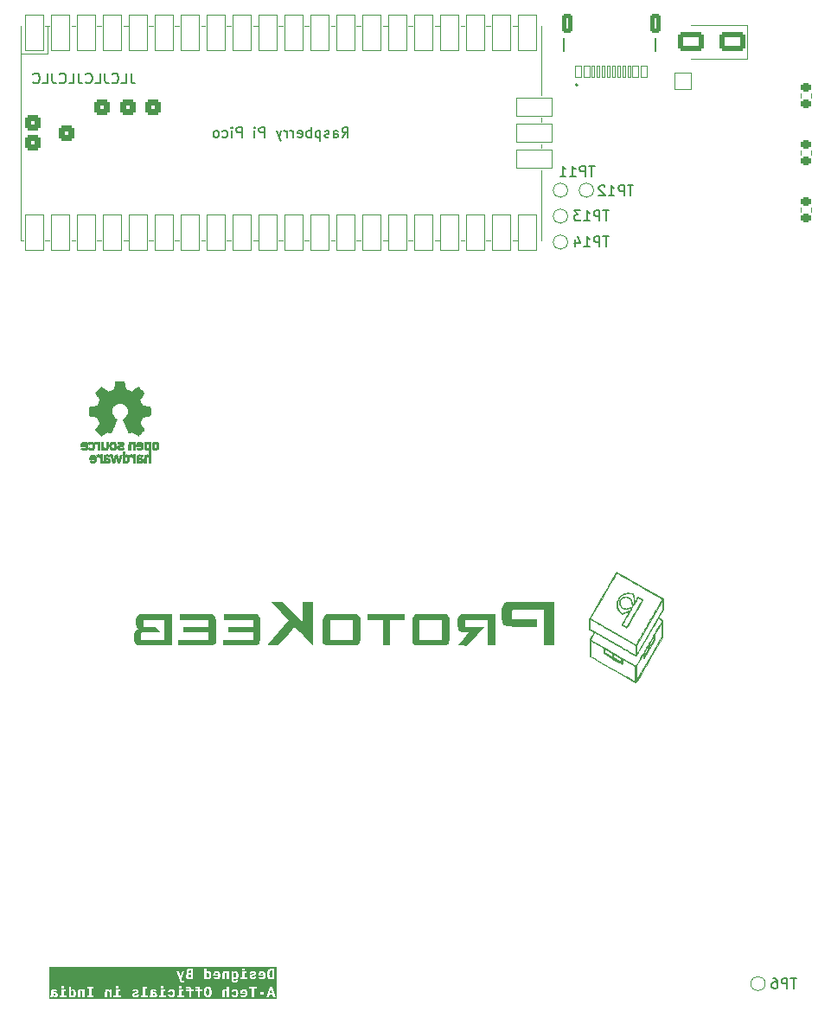
<source format=gbo>
G04 #@! TF.GenerationSoftware,KiCad,Pcbnew,8.0.3*
G04 #@! TF.CreationDate,2024-06-20T02:32:41+05:30*
G04 #@! TF.ProjectId,AT-ProtoKeeb_rev1,41542d50-726f-4746-9f4b-6565625f7265,v1.0*
G04 #@! TF.SameCoordinates,Original*
G04 #@! TF.FileFunction,Legend,Bot*
G04 #@! TF.FilePolarity,Positive*
%FSLAX46Y46*%
G04 Gerber Fmt 4.6, Leading zero omitted, Abs format (unit mm)*
G04 Created by KiCad (PCBNEW 8.0.3) date 2024-06-20 02:32:41*
%MOMM*%
%LPD*%
G01*
G04 APERTURE LIST*
G04 Aperture macros list*
%AMRoundRect*
0 Rectangle with rounded corners*
0 $1 Rounding radius*
0 $2 $3 $4 $5 $6 $7 $8 $9 X,Y pos of 4 corners*
0 Add a 4 corners polygon primitive as box body*
4,1,4,$2,$3,$4,$5,$6,$7,$8,$9,$2,$3,0*
0 Add four circle primitives for the rounded corners*
1,1,$1+$1,$2,$3*
1,1,$1+$1,$4,$5*
1,1,$1+$1,$6,$7*
1,1,$1+$1,$8,$9*
0 Add four rect primitives between the rounded corners*
20,1,$1+$1,$2,$3,$4,$5,0*
20,1,$1+$1,$4,$5,$6,$7,0*
20,1,$1+$1,$6,$7,$8,$9,0*
20,1,$1+$1,$8,$9,$2,$3,0*%
G04 Aperture macros list end*
%ADD10C,0.210000*%
%ADD11C,0.180000*%
%ADD12C,0.153000*%
%ADD13C,0.200000*%
%ADD14C,0.120000*%
%ADD15C,0.050000*%
%ADD16C,0.000000*%
%ADD17C,0.010000*%
%ADD18C,4.063800*%
%ADD19C,2.324000*%
%ADD20C,2.629000*%
%ADD21C,0.726000*%
%ADD22RoundRect,0.038000X-0.300000X-0.575000X0.300000X-0.575000X0.300000X0.575000X-0.300000X0.575000X0*%
%ADD23RoundRect,0.038000X-0.150000X-0.575000X0.150000X-0.575000X0.150000X0.575000X-0.150000X0.575000X0*%
%ADD24O,1.076000X2.176000*%
%ADD25RoundRect,0.215200X-0.322800X-0.722800X0.322800X-0.722800X0.322800X0.722800X-0.322800X0.722800X0*%
%ADD26C,2.776000*%
%ADD27RoundRect,0.038000X-0.825000X-0.825000X0.825000X-0.825000X0.825000X0.825000X-0.825000X0.825000X0*%
%ADD28C,1.726000*%
%ADD29O,3.076000X6.076000*%
%ADD30C,1.076000*%
%ADD31RoundRect,0.219000X0.294000X-0.219000X0.294000X0.219000X-0.294000X0.219000X-0.294000X-0.219000X0*%
%ADD32RoundRect,0.038000X-0.850000X1.750000X-0.850000X-1.750000X0.850000X-1.750000X0.850000X1.750000X0*%
%ADD33RoundRect,0.038000X1.750000X0.850000X-1.750000X0.850000X-1.750000X-0.850000X1.750000X-0.850000X0*%
%ADD34RoundRect,0.315200X-0.472800X0.472800X-0.472800X-0.472800X0.472800X-0.472800X0.472800X0.472800X0*%
%ADD35RoundRect,0.260556X1.027444X0.677444X-1.027444X0.677444X-1.027444X-0.677444X1.027444X-0.677444X0*%
%ADD36RoundRect,0.219000X-0.294000X0.219000X-0.294000X-0.219000X0.294000X-0.219000X0.294000X0.219000X0*%
G04 APERTURE END LIST*
D10*
G36*
X49801671Y-146969763D02*
G01*
X49850069Y-146981184D01*
X49900651Y-146991251D01*
X49909054Y-146993237D01*
X49955039Y-147018046D01*
X49962140Y-147026320D01*
X49978903Y-147076041D01*
X49979323Y-147087613D01*
X49965392Y-147138709D01*
X49956498Y-147149931D01*
X49910527Y-147172943D01*
X49897513Y-147173781D01*
X49844744Y-147165160D01*
X49798269Y-147136958D01*
X49795701Y-147134544D01*
X49764926Y-147089985D01*
X49754708Y-147038545D01*
X49754668Y-147034783D01*
X49754668Y-146945280D01*
X49801671Y-146969763D01*
G37*
G36*
X51654439Y-146693709D02*
G01*
X51694942Y-146730671D01*
X51704495Y-146745758D01*
X51725083Y-146796079D01*
X51735570Y-146846537D01*
X51740090Y-146898405D01*
X51740655Y-146926815D01*
X51738379Y-146982049D01*
X51730378Y-147036447D01*
X51714730Y-147087277D01*
X51704239Y-147108898D01*
X51669829Y-147150908D01*
X51622453Y-147172197D01*
X51602939Y-147173781D01*
X51551638Y-147163200D01*
X51511087Y-147131456D01*
X51495997Y-147109668D01*
X51474680Y-147059019D01*
X51463820Y-147008067D01*
X51459140Y-146955590D01*
X51458555Y-146926815D01*
X51460895Y-146871020D01*
X51469122Y-146816489D01*
X51485211Y-146766130D01*
X51495997Y-146744989D01*
X51531586Y-146703810D01*
X51581936Y-146682941D01*
X51602939Y-146681388D01*
X51654439Y-146693709D01*
G37*
G36*
X59528496Y-146969763D02*
G01*
X59576894Y-146981184D01*
X59627476Y-146991251D01*
X59635879Y-146993237D01*
X59681863Y-147018046D01*
X59688965Y-147026320D01*
X59705728Y-147076041D01*
X59706147Y-147087613D01*
X59692216Y-147138709D01*
X59683323Y-147149931D01*
X59637351Y-147172943D01*
X59624338Y-147173781D01*
X59571568Y-147165160D01*
X59525094Y-147136958D01*
X59522526Y-147134544D01*
X59491751Y-147089985D01*
X59481533Y-147038545D01*
X59481493Y-147034783D01*
X59481493Y-146945280D01*
X59528496Y-146969763D01*
G37*
G36*
X64919741Y-146479522D02*
G01*
X64962032Y-146514035D01*
X64985017Y-146549826D01*
X65005100Y-146601260D01*
X65017434Y-146656074D01*
X65023966Y-146711056D01*
X65026400Y-146763400D01*
X65026563Y-146781918D01*
X65025611Y-146837524D01*
X65021956Y-146897871D01*
X65015561Y-146951258D01*
X65004636Y-147004746D01*
X64987581Y-147054273D01*
X64958700Y-147099984D01*
X64916865Y-147130713D01*
X64864483Y-147140955D01*
X64811048Y-147129667D01*
X64769226Y-147095803D01*
X64747796Y-147060685D01*
X64729572Y-147008167D01*
X64719522Y-146957333D01*
X64713079Y-146897763D01*
X64710429Y-146839748D01*
X64710097Y-146808333D01*
X64711055Y-146756779D01*
X64714734Y-146700567D01*
X64722512Y-146642781D01*
X64736000Y-146587018D01*
X64749335Y-146552391D01*
X64777680Y-146507897D01*
X64822207Y-146476257D01*
X64868073Y-146468017D01*
X64919741Y-146479522D01*
G37*
G36*
X68450814Y-146693954D02*
G01*
X68491412Y-146728561D01*
X68493834Y-146731653D01*
X68519167Y-146777279D01*
X68532409Y-146828262D01*
X68535636Y-146861932D01*
X68262255Y-146861932D01*
X68268542Y-146807443D01*
X68284110Y-146758438D01*
X68301749Y-146728832D01*
X68340931Y-146694778D01*
X68391158Y-146681573D01*
X68398689Y-146681388D01*
X68450814Y-146693954D01*
G37*
G36*
X71163274Y-146911172D02*
G01*
X70957341Y-146911172D01*
X71059410Y-146554956D01*
X71163274Y-146911172D01*
G37*
G36*
X67570148Y-144930249D02*
G01*
X67609507Y-144965222D01*
X67622144Y-144984579D01*
X67643753Y-145036809D01*
X67654761Y-145088784D01*
X67659506Y-145141966D01*
X67660099Y-145171022D01*
X67657663Y-145222762D01*
X67649097Y-145274378D01*
X67632348Y-145323545D01*
X67621118Y-145344898D01*
X67588119Y-145384436D01*
X67540596Y-145407500D01*
X67517254Y-145409781D01*
X67466489Y-145398777D01*
X67425883Y-145365763D01*
X67410568Y-145343103D01*
X67388813Y-145290746D01*
X67377730Y-145238217D01*
X67372954Y-145184201D01*
X67372356Y-145154609D01*
X67374809Y-145102292D01*
X67383430Y-145050486D01*
X67400290Y-145001679D01*
X67411594Y-144980732D01*
X67447837Y-144939719D01*
X67497093Y-144918934D01*
X67517254Y-144917388D01*
X67570148Y-144930249D01*
G37*
G36*
X64918291Y-144929709D02*
G01*
X64958794Y-144966671D01*
X64968347Y-144981758D01*
X64988935Y-145032079D01*
X64999423Y-145082537D01*
X65003943Y-145134405D01*
X65004508Y-145162815D01*
X65002231Y-145218049D01*
X64994230Y-145272447D01*
X64978582Y-145323277D01*
X64968091Y-145344898D01*
X64933681Y-145386908D01*
X64886305Y-145408197D01*
X64866791Y-145409781D01*
X64815490Y-145399200D01*
X64774939Y-145367456D01*
X64759849Y-145345668D01*
X64738532Y-145295019D01*
X64727672Y-145244067D01*
X64722992Y-145191590D01*
X64722407Y-145162815D01*
X64724747Y-145107020D01*
X64732974Y-145052489D01*
X64749063Y-145002130D01*
X64759849Y-144980989D01*
X64795438Y-144939810D01*
X64845788Y-144918941D01*
X64866791Y-144917388D01*
X64918291Y-144929709D01*
G37*
G36*
X65798043Y-144929954D02*
G01*
X65838642Y-144964561D01*
X65841064Y-144967653D01*
X65866397Y-145013279D01*
X65879638Y-145064262D01*
X65882866Y-145097932D01*
X65609485Y-145097932D01*
X65615771Y-145043443D01*
X65631339Y-144994438D01*
X65648979Y-144964832D01*
X65688161Y-144930778D01*
X65738388Y-144917573D01*
X65745919Y-144917388D01*
X65798043Y-144929954D01*
G37*
G36*
X70219327Y-144929954D02*
G01*
X70259926Y-144964561D01*
X70262348Y-144967653D01*
X70287681Y-145013279D01*
X70300922Y-145064262D01*
X70304150Y-145097932D01*
X70030769Y-145097932D01*
X70037056Y-145043443D01*
X70052623Y-144994438D01*
X70070263Y-144964832D01*
X70109445Y-144930778D01*
X70159672Y-144917573D01*
X70167203Y-144917388D01*
X70219327Y-144929954D01*
G37*
G36*
X63224453Y-145360542D02*
G01*
X63081608Y-145360542D01*
X63029225Y-145353949D01*
X62986207Y-145330537D01*
X62959226Y-145285413D01*
X62953893Y-145243599D01*
X62963447Y-145191158D01*
X62987745Y-145158712D01*
X63036738Y-145136109D01*
X63090327Y-145130758D01*
X63224453Y-145130758D01*
X63224453Y-145360542D01*
G37*
G36*
X63224453Y-144933801D02*
G01*
X63113921Y-144933801D01*
X63062012Y-144928560D01*
X63024162Y-144909951D01*
X63001484Y-144860925D01*
X62999030Y-144828142D01*
X63010626Y-144777715D01*
X63025957Y-144759412D01*
X63073559Y-144739510D01*
X63108279Y-144736844D01*
X63224453Y-144736844D01*
X63224453Y-144933801D01*
G37*
G36*
X71182765Y-145360542D02*
G01*
X71059410Y-145360542D01*
X71007064Y-145351936D01*
X70962471Y-145322916D01*
X70937594Y-145287709D01*
X70919370Y-145239376D01*
X70908178Y-145184050D01*
X70902251Y-145126094D01*
X70900042Y-145069326D01*
X70899895Y-145048949D01*
X70901328Y-144993880D01*
X70906625Y-144936286D01*
X70917456Y-144879241D01*
X70935733Y-144826254D01*
X70940671Y-144816088D01*
X70972983Y-144770971D01*
X71018394Y-144743112D01*
X71059410Y-144736844D01*
X71182765Y-144736844D01*
X71182765Y-145360542D01*
G37*
G36*
X71621026Y-147454580D02*
G01*
X49342308Y-147454580D01*
X49342308Y-147166088D01*
X49458975Y-147166088D01*
X49458975Y-147324833D01*
X49502829Y-147327142D01*
X49542836Y-147327911D01*
X49594841Y-147323594D01*
X49645604Y-147304920D01*
X49650291Y-147301752D01*
X49682938Y-147261857D01*
X49697222Y-147216353D01*
X49735149Y-147256853D01*
X49776611Y-147289491D01*
X49806215Y-147306882D01*
X49856534Y-147326973D01*
X49909137Y-147336822D01*
X49934187Y-147337913D01*
X49989453Y-147333745D01*
X50043963Y-147319094D01*
X50090360Y-147293895D01*
X50116782Y-147271234D01*
X50148519Y-147229792D01*
X50169869Y-147180479D01*
X50174569Y-147157368D01*
X50354003Y-147157368D01*
X50354003Y-147321500D01*
X51038738Y-147321500D01*
X51038738Y-147157368D01*
X50787412Y-147157368D01*
X50787412Y-146926815D01*
X51258264Y-146926815D01*
X51258264Y-147321500D01*
X51468557Y-147321500D01*
X51468557Y-147200196D01*
X51497555Y-147245627D01*
X51533857Y-147286894D01*
X51557290Y-147305599D01*
X51606517Y-147328793D01*
X51660597Y-147337629D01*
X51673208Y-147337913D01*
X51725817Y-147332587D01*
X51780141Y-147313457D01*
X51828279Y-147280414D01*
X51865324Y-147240089D01*
X51875038Y-147226611D01*
X51900836Y-147182081D01*
X51921296Y-147132160D01*
X51936419Y-147076846D01*
X51946204Y-147016142D01*
X51950281Y-146961436D01*
X51950949Y-146926815D01*
X51949095Y-146869956D01*
X51945999Y-146840390D01*
X52158934Y-146840390D01*
X52158934Y-147321500D01*
X52369227Y-147321500D01*
X52369227Y-146880910D01*
X52370257Y-146828215D01*
X52374612Y-146774096D01*
X52386919Y-146723000D01*
X52390769Y-146715753D01*
X52432959Y-146685449D01*
X52466167Y-146681388D01*
X52519151Y-146690530D01*
X52562826Y-146723799D01*
X52571313Y-146736782D01*
X52590379Y-146789580D01*
X52598904Y-146843946D01*
X52602326Y-146902899D01*
X52602601Y-146927585D01*
X52602601Y-147321500D01*
X52812894Y-147321500D01*
X52812894Y-146533670D01*
X52602601Y-146533670D01*
X52602601Y-146651383D01*
X52574900Y-146607357D01*
X52538022Y-146567281D01*
X52513098Y-146549057D01*
X52462812Y-146527319D01*
X52411817Y-146518375D01*
X52383588Y-146517257D01*
X52326142Y-146521200D01*
X52272551Y-146535062D01*
X52226710Y-146562170D01*
X52209199Y-146580345D01*
X52184901Y-146626421D01*
X52171500Y-146676900D01*
X52163842Y-146730365D01*
X52160161Y-146782109D01*
X52158934Y-146840390D01*
X51945999Y-146840390D01*
X51943535Y-146816865D01*
X51931971Y-146758132D01*
X51915069Y-146704826D01*
X51892829Y-146656948D01*
X51875038Y-146628045D01*
X51839346Y-146584877D01*
X51798918Y-146552311D01*
X51746914Y-146528076D01*
X51696335Y-146518230D01*
X51673208Y-146517257D01*
X51621666Y-146522632D01*
X51573448Y-146540444D01*
X51558060Y-146549826D01*
X51517324Y-146585955D01*
X51484362Y-146629424D01*
X51468557Y-146655486D01*
X51468557Y-146484430D01*
X53078325Y-146484430D01*
X53265024Y-146484430D01*
X53265024Y-147140955D01*
X53078325Y-147140955D01*
X53078325Y-147321500D01*
X53666376Y-147321500D01*
X53666376Y-147140955D01*
X53479677Y-147140955D01*
X53479677Y-146840390D01*
X54811704Y-146840390D01*
X54811704Y-147321500D01*
X55021997Y-147321500D01*
X55021997Y-146880910D01*
X55023028Y-146828215D01*
X55027383Y-146774096D01*
X55039689Y-146723000D01*
X55043539Y-146715753D01*
X55085730Y-146685449D01*
X55118937Y-146681388D01*
X55171922Y-146690530D01*
X55215597Y-146723799D01*
X55224084Y-146736782D01*
X55243149Y-146789580D01*
X55251674Y-146843946D01*
X55255096Y-146902899D01*
X55255371Y-146927585D01*
X55255371Y-147321500D01*
X55465664Y-147321500D01*
X55465664Y-147157368D01*
X55659544Y-147157368D01*
X55659544Y-147321500D01*
X56344279Y-147321500D01*
X56344279Y-147157368D01*
X56092953Y-147157368D01*
X56092953Y-147074533D01*
X57466013Y-147074533D01*
X57470210Y-147126324D01*
X57485285Y-147179081D01*
X57511323Y-147224979D01*
X57548325Y-147264016D01*
X57553721Y-147268413D01*
X57601886Y-147298819D01*
X57651315Y-147318298D01*
X57707543Y-147331126D01*
X57761149Y-147336827D01*
X57799661Y-147337913D01*
X57855067Y-147335379D01*
X57913418Y-147326019D01*
X57964994Y-147309763D01*
X58015644Y-147282739D01*
X58037651Y-147265849D01*
X58074324Y-147225890D01*
X58100739Y-147178077D01*
X58106750Y-147157368D01*
X58302826Y-147157368D01*
X58302826Y-147321500D01*
X58988330Y-147321500D01*
X58988330Y-147166088D01*
X59185800Y-147166088D01*
X59185800Y-147324833D01*
X59229654Y-147327142D01*
X59269661Y-147327911D01*
X59321666Y-147323594D01*
X59372428Y-147304920D01*
X59377116Y-147301752D01*
X59409763Y-147261857D01*
X59424047Y-147216353D01*
X59461974Y-147256853D01*
X59503436Y-147289491D01*
X59533040Y-147306882D01*
X59583358Y-147326973D01*
X59635962Y-147336822D01*
X59661011Y-147337913D01*
X59716277Y-147333745D01*
X59770788Y-147319094D01*
X59817184Y-147293895D01*
X59843607Y-147271234D01*
X59875344Y-147229792D01*
X59896693Y-147180479D01*
X59901393Y-147157368D01*
X60080828Y-147157368D01*
X60080828Y-147321500D01*
X60765563Y-147321500D01*
X60765563Y-147157368D01*
X60514237Y-147157368D01*
X60514237Y-146796280D01*
X60983550Y-146796280D01*
X61190252Y-146796280D01*
X61204520Y-146745645D01*
X61229490Y-146711906D01*
X61275128Y-146686425D01*
X61314377Y-146681388D01*
X61366577Y-146693611D01*
X61407390Y-146730279D01*
X61416959Y-146745245D01*
X61437546Y-146795511D01*
X61448034Y-146846104D01*
X61452554Y-146898229D01*
X61453119Y-146926815D01*
X61450875Y-146983299D01*
X61442986Y-147038414D01*
X61427558Y-147089184D01*
X61417215Y-147110437D01*
X61382964Y-147151450D01*
X61334719Y-147172235D01*
X61314633Y-147173781D01*
X61263494Y-147162178D01*
X61230003Y-147137108D01*
X61201141Y-147092008D01*
X61189740Y-147042476D01*
X60983550Y-147042476D01*
X60991767Y-147100105D01*
X61007666Y-147152039D01*
X61031247Y-147198279D01*
X61067603Y-147244152D01*
X61083824Y-147259437D01*
X61126040Y-147290015D01*
X61173927Y-147313083D01*
X61227482Y-147328640D01*
X61286708Y-147336686D01*
X61323096Y-147337913D01*
X61379593Y-147334009D01*
X61431565Y-147322297D01*
X61479010Y-147302777D01*
X61528642Y-147270136D01*
X61566281Y-147233699D01*
X61572114Y-147226868D01*
X61603402Y-147182506D01*
X61615976Y-147157368D01*
X61849342Y-147157368D01*
X61849342Y-147321500D01*
X62534077Y-147321500D01*
X62534077Y-147157368D01*
X62282751Y-147157368D01*
X62282751Y-146714214D01*
X62473553Y-146714214D01*
X62473553Y-146550083D01*
X62075279Y-146550083D01*
X62075279Y-147157368D01*
X61849342Y-147157368D01*
X61615976Y-147157368D01*
X61628217Y-147132897D01*
X61646559Y-147078041D01*
X61658427Y-147017937D01*
X61663372Y-146963842D01*
X61664181Y-146929636D01*
X61661846Y-146872530D01*
X61654840Y-146819180D01*
X61640267Y-146760120D01*
X61618968Y-146706468D01*
X61590943Y-146658227D01*
X61568524Y-146629071D01*
X61530221Y-146591072D01*
X61487247Y-146560934D01*
X61439604Y-146538659D01*
X61387290Y-146524245D01*
X61330306Y-146517693D01*
X61310273Y-146517257D01*
X61258428Y-146519853D01*
X61203025Y-146529446D01*
X61153095Y-146546108D01*
X61102733Y-146573805D01*
X61080233Y-146591116D01*
X61041685Y-146631636D01*
X61012721Y-146679336D01*
X60993343Y-146734218D01*
X60984250Y-146788129D01*
X60983550Y-146796280D01*
X60514237Y-146796280D01*
X60514237Y-146714214D01*
X60705040Y-146714214D01*
X60705040Y-146550083D01*
X60306765Y-146550083D01*
X60306765Y-147157368D01*
X60080828Y-147157368D01*
X59901393Y-147157368D01*
X59906952Y-147130038D01*
X59909260Y-147088125D01*
X59905173Y-147034863D01*
X59890803Y-146981878D01*
X59866088Y-146936237D01*
X59843864Y-146909889D01*
X59802271Y-146876852D01*
X59751062Y-146851889D01*
X59697471Y-146836478D01*
X59652292Y-146829106D01*
X59599079Y-146824168D01*
X59596898Y-146823977D01*
X59545062Y-146815370D01*
X59497970Y-146793432D01*
X59478415Y-146752426D01*
X59496087Y-146703788D01*
X59501496Y-146699083D01*
X59551717Y-146682235D01*
X59570996Y-146681388D01*
X59623609Y-146689302D01*
X59645368Y-146701648D01*
X59668627Y-146748544D01*
X59669474Y-146763453D01*
X59871048Y-146763453D01*
X59871048Y-146754221D01*
X59865983Y-146702642D01*
X59848176Y-146651282D01*
X59817549Y-146606982D01*
X59790008Y-146581370D01*
X59745930Y-146553321D01*
X59694735Y-146533285D01*
X59644102Y-146522328D01*
X59588020Y-146517507D01*
X59570996Y-146517257D01*
X59517068Y-146519213D01*
X59461263Y-146526441D01*
X59406862Y-146541223D01*
X59357617Y-146566168D01*
X59348393Y-146572907D01*
X59310661Y-146613800D01*
X59288650Y-146661053D01*
X59278589Y-146711366D01*
X59276842Y-146746784D01*
X59276842Y-147034783D01*
X59276842Y-147093255D01*
X59270747Y-147144261D01*
X59265045Y-147155060D01*
X59220935Y-147169678D01*
X59205547Y-147168652D01*
X59185800Y-147166088D01*
X58988330Y-147166088D01*
X58988330Y-147157368D01*
X58745724Y-147157368D01*
X58745724Y-146451604D01*
X60306765Y-146451604D01*
X60514237Y-146451604D01*
X62075279Y-146451604D01*
X62282751Y-146451604D01*
X62282751Y-146277984D01*
X62750781Y-146277984D01*
X62751294Y-146441859D01*
X62804428Y-146437868D01*
X62820793Y-146436986D01*
X62872266Y-146435235D01*
X62881317Y-146435191D01*
X62936074Y-146437968D01*
X62988551Y-146450310D01*
X62998004Y-146454938D01*
X63030123Y-146496043D01*
X63032882Y-146519052D01*
X63032882Y-146550083D01*
X62752063Y-146550083D01*
X62752063Y-146714214D01*
X63032882Y-146714214D01*
X63032882Y-147321500D01*
X63240097Y-147321500D01*
X63240097Y-146714214D01*
X63467060Y-146714214D01*
X63467060Y-146550083D01*
X63240097Y-146550083D01*
X63240097Y-146493406D01*
X63235465Y-146437179D01*
X63219180Y-146384498D01*
X63187333Y-146339098D01*
X63165982Y-146321581D01*
X63115262Y-146297159D01*
X63063528Y-146283690D01*
X63024307Y-146277984D01*
X63635038Y-146277984D01*
X63635551Y-146441859D01*
X63688685Y-146437868D01*
X63705050Y-146436986D01*
X63756522Y-146435235D01*
X63765573Y-146435191D01*
X63820331Y-146437968D01*
X63872808Y-146450310D01*
X63882260Y-146454938D01*
X63914379Y-146496043D01*
X63917138Y-146519052D01*
X63917138Y-146550083D01*
X63636320Y-146550083D01*
X63636320Y-146714214D01*
X63917138Y-146714214D01*
X63917138Y-147321500D01*
X64124354Y-147321500D01*
X64124354Y-146804230D01*
X64489802Y-146804230D01*
X64489908Y-146808333D01*
X64491377Y-146864994D01*
X64496102Y-146922391D01*
X64503976Y-146976423D01*
X64514999Y-147027089D01*
X64533208Y-147085688D01*
X64556337Y-147139028D01*
X64584388Y-147187108D01*
X64590589Y-147196093D01*
X64623938Y-147236949D01*
X64668850Y-147276836D01*
X64719099Y-147306751D01*
X64774686Y-147326694D01*
X64835610Y-147336666D01*
X64868073Y-147337913D01*
X64921783Y-147334419D01*
X64981192Y-147321003D01*
X65035102Y-147297525D01*
X65083511Y-147263986D01*
X65126422Y-147220385D01*
X65145814Y-147194811D01*
X65174554Y-147147299D01*
X65198423Y-147094202D01*
X65217420Y-147035521D01*
X65229111Y-146984554D01*
X65237684Y-146930013D01*
X65243140Y-146871898D01*
X65244334Y-146840390D01*
X66307042Y-146840390D01*
X66307042Y-147321500D01*
X66517336Y-147321500D01*
X66517336Y-146880910D01*
X66518366Y-146828215D01*
X66522721Y-146774096D01*
X66535028Y-146723000D01*
X66538878Y-146715753D01*
X66581068Y-146685449D01*
X66614275Y-146681388D01*
X66667260Y-146690530D01*
X66710935Y-146723799D01*
X66719422Y-146736782D01*
X66738488Y-146789580D01*
X66747012Y-146843946D01*
X66750435Y-146902899D01*
X66750710Y-146927585D01*
X66750710Y-147321500D01*
X66961003Y-147321500D01*
X66961003Y-146796280D01*
X67173347Y-146796280D01*
X67380050Y-146796280D01*
X67394317Y-146745645D01*
X67419288Y-146711906D01*
X67464926Y-146686425D01*
X67504174Y-146681388D01*
X67556375Y-146693611D01*
X67597187Y-146730279D01*
X67606756Y-146745245D01*
X67627344Y-146795511D01*
X67637831Y-146846104D01*
X67642351Y-146898229D01*
X67642916Y-146926815D01*
X67640672Y-146983299D01*
X67632783Y-147038414D01*
X67617356Y-147089184D01*
X67607013Y-147110437D01*
X67572762Y-147151450D01*
X67524516Y-147172235D01*
X67504431Y-147173781D01*
X67453292Y-147162178D01*
X67419801Y-147137108D01*
X67390939Y-147092008D01*
X67379537Y-147042476D01*
X67173347Y-147042476D01*
X67181564Y-147100105D01*
X67197463Y-147152039D01*
X67221044Y-147198279D01*
X67257401Y-147244152D01*
X67273621Y-147259437D01*
X67315838Y-147290015D01*
X67363724Y-147313083D01*
X67417280Y-147328640D01*
X67476505Y-147336686D01*
X67512894Y-147337913D01*
X67569391Y-147334009D01*
X67621362Y-147322297D01*
X67668807Y-147302777D01*
X67718440Y-147270136D01*
X67756078Y-147233699D01*
X67761912Y-147226868D01*
X67793200Y-147182506D01*
X67818015Y-147132897D01*
X67836357Y-147078041D01*
X67848225Y-147017937D01*
X67853170Y-146963842D01*
X67853360Y-146955795D01*
X68046320Y-146955795D01*
X68046577Y-146989647D01*
X68047602Y-147009650D01*
X68539996Y-147009650D01*
X68529706Y-147063374D01*
X68508791Y-147110423D01*
X68493321Y-147130953D01*
X68451945Y-147161694D01*
X68400426Y-147173614D01*
X68392791Y-147173781D01*
X68341857Y-147165955D01*
X68329446Y-147160959D01*
X68288934Y-147128871D01*
X68285849Y-147124542D01*
X68064785Y-147124542D01*
X68089918Y-147176330D01*
X68119410Y-147220649D01*
X68157800Y-147261579D01*
X68191474Y-147286878D01*
X68240911Y-147311548D01*
X68291565Y-147326699D01*
X68348534Y-147335471D01*
X68403562Y-147337913D01*
X68460243Y-147334045D01*
X68512379Y-147322441D01*
X68559971Y-147303102D01*
X68609753Y-147270762D01*
X68647500Y-147234662D01*
X68653349Y-147227893D01*
X68684812Y-147183787D01*
X68709765Y-147133983D01*
X68728209Y-147078480D01*
X68738606Y-147027876D01*
X68744483Y-146973314D01*
X68745929Y-146926815D01*
X68743644Y-146869531D01*
X68736788Y-146816129D01*
X68722528Y-146757170D01*
X68701686Y-146703802D01*
X68674262Y-146656023D01*
X68652323Y-146627276D01*
X68614886Y-146589887D01*
X68572778Y-146560233D01*
X68526000Y-146538315D01*
X68474552Y-146524133D01*
X68418433Y-146517686D01*
X68398689Y-146517257D01*
X68347059Y-146520005D01*
X68290342Y-146530560D01*
X68239342Y-146549031D01*
X68194058Y-146575418D01*
X68154489Y-146609720D01*
X68136849Y-146629840D01*
X68106083Y-146675603D01*
X68081683Y-146728451D01*
X68066212Y-146777905D01*
X68055161Y-146832281D01*
X68051845Y-146861932D01*
X68048530Y-146891577D01*
X68046320Y-146955795D01*
X67853360Y-146955795D01*
X67853979Y-146929636D01*
X67851644Y-146872530D01*
X67844637Y-146819180D01*
X67830064Y-146760120D01*
X67808766Y-146706468D01*
X67780741Y-146658227D01*
X67758321Y-146629071D01*
X67720018Y-146591072D01*
X67677045Y-146560934D01*
X67629401Y-146538659D01*
X67577088Y-146524245D01*
X67520104Y-146517693D01*
X67500071Y-146517257D01*
X67448226Y-146519853D01*
X67392823Y-146529446D01*
X67342892Y-146546108D01*
X67292531Y-146573805D01*
X67270031Y-146591116D01*
X67231483Y-146631636D01*
X67202519Y-146679336D01*
X67183141Y-146734218D01*
X67174047Y-146788129D01*
X67173347Y-146796280D01*
X66961003Y-146796280D01*
X66961003Y-146500844D01*
X68912625Y-146500844D01*
X69183185Y-146500844D01*
X69183185Y-147321500D01*
X69396299Y-147321500D01*
X70612152Y-147321500D01*
X70832447Y-147321500D01*
X70905024Y-147075303D01*
X71219438Y-147075303D01*
X71288168Y-147321500D01*
X71504359Y-147321500D01*
X71159171Y-146303886D01*
X70955802Y-146303886D01*
X70750720Y-146911172D01*
X70612152Y-147321500D01*
X69396299Y-147321500D01*
X69396299Y-147026063D01*
X69971784Y-147026063D01*
X70374675Y-147026063D01*
X70374675Y-146829106D01*
X69971784Y-146829106D01*
X69971784Y-147026063D01*
X69396299Y-147026063D01*
X69396299Y-146500844D01*
X69666859Y-146500844D01*
X69666859Y-146303886D01*
X68912625Y-146303886D01*
X68912625Y-146500844D01*
X66961003Y-146500844D01*
X66961003Y-146271060D01*
X66750710Y-146271060D01*
X66750710Y-146652921D01*
X66723009Y-146608397D01*
X66686131Y-146567810D01*
X66661207Y-146549314D01*
X66610921Y-146527400D01*
X66559926Y-146518384D01*
X66531697Y-146517257D01*
X66474251Y-146521200D01*
X66420660Y-146535062D01*
X66374819Y-146562170D01*
X66357308Y-146580345D01*
X66333009Y-146626421D01*
X66319609Y-146676900D01*
X66311951Y-146730365D01*
X66308270Y-146782109D01*
X66307042Y-146840390D01*
X65244334Y-146840390D01*
X65245478Y-146810209D01*
X65245575Y-146794228D01*
X65243984Y-146735119D01*
X65239212Y-146679224D01*
X65231258Y-146626543D01*
X65216841Y-146565210D01*
X65197453Y-146508899D01*
X65173093Y-146457609D01*
X65143763Y-146411341D01*
X65110119Y-146370928D01*
X65065135Y-146331474D01*
X65015121Y-146301883D01*
X64960075Y-146282156D01*
X64899998Y-146272293D01*
X64868073Y-146271060D01*
X64814709Y-146274529D01*
X64755564Y-146287848D01*
X64701756Y-146311158D01*
X64653286Y-146344457D01*
X64610154Y-146387745D01*
X64590589Y-146413136D01*
X64561554Y-146460078D01*
X64537440Y-146512267D01*
X64518247Y-146569702D01*
X64503976Y-146632385D01*
X64496102Y-146686309D01*
X64491377Y-146743590D01*
X64489802Y-146804230D01*
X64124354Y-146804230D01*
X64124354Y-146714214D01*
X64351317Y-146714214D01*
X64351317Y-146550083D01*
X64124354Y-146550083D01*
X64124354Y-146493406D01*
X64119722Y-146437179D01*
X64103437Y-146384498D01*
X64071590Y-146339098D01*
X64050239Y-146321581D01*
X63999519Y-146297159D01*
X63947785Y-146283690D01*
X63894885Y-146275994D01*
X63834087Y-146271849D01*
X63789167Y-146271060D01*
X63737469Y-146271987D01*
X63716591Y-146272855D01*
X63664460Y-146275874D01*
X63635038Y-146277984D01*
X63024307Y-146277984D01*
X63010628Y-146275994D01*
X62949830Y-146271849D01*
X62904911Y-146271060D01*
X62853213Y-146271987D01*
X62832334Y-146272855D01*
X62780203Y-146275874D01*
X62750781Y-146277984D01*
X62282751Y-146277984D01*
X62282751Y-146254647D01*
X62075279Y-146254647D01*
X62075279Y-146451604D01*
X60514237Y-146451604D01*
X60514237Y-146254647D01*
X60306765Y-146254647D01*
X60306765Y-146451604D01*
X58745724Y-146451604D01*
X58745724Y-146435191D01*
X58936526Y-146435191D01*
X58936526Y-146271060D01*
X58538251Y-146271060D01*
X58538251Y-147157368D01*
X58302826Y-147157368D01*
X58106750Y-147157368D01*
X58116896Y-147122410D01*
X58122618Y-147067259D01*
X58122794Y-147058890D01*
X57923272Y-147058890D01*
X57911279Y-147110180D01*
X57887112Y-147143776D01*
X57839994Y-147168829D01*
X57798379Y-147173781D01*
X57745741Y-147167691D01*
X57705799Y-147149418D01*
X57675252Y-147107930D01*
X57671946Y-147084022D01*
X57688586Y-147034932D01*
X57692206Y-147030936D01*
X57738195Y-147005856D01*
X57749396Y-147003495D01*
X57874289Y-146982466D01*
X57925773Y-146971006D01*
X57976181Y-146952174D01*
X58022864Y-146923873D01*
X58042524Y-146906812D01*
X58075960Y-146863535D01*
X58095517Y-146813046D01*
X58101252Y-146760889D01*
X58096283Y-146706809D01*
X58078815Y-146653403D01*
X58048769Y-146607867D01*
X58021751Y-146581883D01*
X57977977Y-146553609D01*
X57926414Y-146533413D01*
X57874906Y-146522369D01*
X57817434Y-146517509D01*
X57799918Y-146517257D01*
X57748163Y-146519583D01*
X57693092Y-146528177D01*
X57643740Y-146543103D01*
X57594341Y-146567915D01*
X57572442Y-146583422D01*
X57535641Y-146619310D01*
X57506807Y-146666389D01*
X57491282Y-146720568D01*
X57488325Y-146760632D01*
X57488325Y-146763453D01*
X57689129Y-146763453D01*
X57708219Y-146715801D01*
X57721699Y-146703699D01*
X57770258Y-146684024D01*
X57802482Y-146681388D01*
X57854831Y-146691589D01*
X57870699Y-146701135D01*
X57896373Y-146747458D01*
X57896601Y-146753452D01*
X57877347Y-146802666D01*
X57876085Y-146803973D01*
X57829578Y-146828741D01*
X57821203Y-146830388D01*
X57707081Y-146848084D01*
X57656481Y-146858341D01*
X57606075Y-146874301D01*
X57558834Y-146897660D01*
X57525254Y-146923225D01*
X57491526Y-146966096D01*
X57471798Y-147018544D01*
X57466013Y-147074533D01*
X56092953Y-147074533D01*
X56092953Y-146714214D01*
X56283756Y-146714214D01*
X56283756Y-146550083D01*
X55885481Y-146550083D01*
X55885481Y-147157368D01*
X55659544Y-147157368D01*
X55465664Y-147157368D01*
X55465664Y-146533670D01*
X55255371Y-146533670D01*
X55255371Y-146651383D01*
X55227671Y-146607357D01*
X55190793Y-146567281D01*
X55165868Y-146549057D01*
X55115582Y-146527319D01*
X55064588Y-146518375D01*
X55036359Y-146517257D01*
X54978913Y-146521200D01*
X54925322Y-146535062D01*
X54879480Y-146562170D01*
X54861969Y-146580345D01*
X54837671Y-146626421D01*
X54824270Y-146676900D01*
X54816613Y-146730365D01*
X54812931Y-146782109D01*
X54811704Y-146840390D01*
X53479677Y-146840390D01*
X53479677Y-146484430D01*
X53666376Y-146484430D01*
X53666376Y-146451604D01*
X55885481Y-146451604D01*
X56092953Y-146451604D01*
X56092953Y-146254647D01*
X55885481Y-146254647D01*
X55885481Y-146451604D01*
X53666376Y-146451604D01*
X53666376Y-146303886D01*
X53078325Y-146303886D01*
X53078325Y-146484430D01*
X51468557Y-146484430D01*
X51468557Y-146271060D01*
X51258264Y-146271060D01*
X51258264Y-146926815D01*
X50787412Y-146926815D01*
X50787412Y-146714214D01*
X50978215Y-146714214D01*
X50978215Y-146550083D01*
X50579940Y-146550083D01*
X50579940Y-147157368D01*
X50354003Y-147157368D01*
X50174569Y-147157368D01*
X50180127Y-147130038D01*
X50182435Y-147088125D01*
X50178348Y-147034863D01*
X50163978Y-146981878D01*
X50139263Y-146936237D01*
X50117039Y-146909889D01*
X50075446Y-146876852D01*
X50024237Y-146851889D01*
X49970646Y-146836478D01*
X49925467Y-146829106D01*
X49872254Y-146824168D01*
X49870073Y-146823977D01*
X49818237Y-146815370D01*
X49771145Y-146793432D01*
X49751591Y-146752426D01*
X49769262Y-146703788D01*
X49774672Y-146699083D01*
X49824892Y-146682235D01*
X49844171Y-146681388D01*
X49896784Y-146689302D01*
X49918543Y-146701648D01*
X49941802Y-146748544D01*
X49942650Y-146763453D01*
X50144223Y-146763453D01*
X50144223Y-146754221D01*
X50139158Y-146702642D01*
X50121352Y-146651282D01*
X50090724Y-146606982D01*
X50063183Y-146581370D01*
X50019105Y-146553321D01*
X49967910Y-146533285D01*
X49917277Y-146522328D01*
X49861195Y-146517507D01*
X49844171Y-146517257D01*
X49790243Y-146519213D01*
X49734438Y-146526441D01*
X49680038Y-146541223D01*
X49630792Y-146566168D01*
X49621568Y-146572907D01*
X49583836Y-146613800D01*
X49561826Y-146661053D01*
X49551764Y-146711366D01*
X49550017Y-146746784D01*
X49550017Y-147034783D01*
X49550017Y-147093255D01*
X49543923Y-147144261D01*
X49538220Y-147155060D01*
X49494110Y-147169678D01*
X49478722Y-147168652D01*
X49458975Y-147166088D01*
X49342308Y-147166088D01*
X49342308Y-146451604D01*
X50579940Y-146451604D01*
X50787412Y-146451604D01*
X50787412Y-146254647D01*
X50579940Y-146254647D01*
X50579940Y-146451604D01*
X49342308Y-146451604D01*
X49342308Y-144769670D01*
X61824209Y-144769670D01*
X62145547Y-145666236D01*
X62165342Y-145714328D01*
X62190278Y-145760393D01*
X62224919Y-145804632D01*
X62251463Y-145826777D01*
X62301751Y-145851015D01*
X62353444Y-145863362D01*
X62407364Y-145868684D01*
X62437137Y-145869349D01*
X62489242Y-145866809D01*
X62501507Y-145865502D01*
X62553962Y-145856987D01*
X62569211Y-145853705D01*
X62569211Y-145689574D01*
X62518962Y-145700588D01*
X62515868Y-145701114D01*
X62469450Y-145705218D01*
X62417390Y-145699832D01*
X62380204Y-145683675D01*
X62346079Y-145640866D01*
X62321608Y-145591644D01*
X62312243Y-145569553D01*
X62291470Y-145522878D01*
X62400575Y-145251549D01*
X62732060Y-145251549D01*
X62736269Y-145309047D01*
X62748897Y-145361490D01*
X62769943Y-145408876D01*
X62799407Y-145451207D01*
X62820024Y-145473126D01*
X62861243Y-145506002D01*
X62908156Y-145530803D01*
X62960764Y-145547530D01*
X63019065Y-145556181D01*
X63054937Y-145557500D01*
X63439106Y-145557500D01*
X63439106Y-145162815D01*
X64522116Y-145162815D01*
X64522116Y-145557500D01*
X64732409Y-145557500D01*
X64732409Y-145436196D01*
X64761407Y-145481627D01*
X64797709Y-145522894D01*
X64821142Y-145541599D01*
X64870370Y-145564793D01*
X64924449Y-145573629D01*
X64937060Y-145573913D01*
X64989669Y-145568587D01*
X65043993Y-145549457D01*
X65092131Y-145516414D01*
X65129176Y-145476089D01*
X65138890Y-145462611D01*
X65164688Y-145418081D01*
X65185148Y-145368160D01*
X65200271Y-145312846D01*
X65210056Y-145252142D01*
X65214133Y-145197436D01*
X65214242Y-145191795D01*
X65393550Y-145191795D01*
X65393806Y-145225647D01*
X65394832Y-145245650D01*
X65887226Y-145245650D01*
X65876935Y-145299374D01*
X65856020Y-145346423D01*
X65840551Y-145366953D01*
X65799175Y-145397694D01*
X65747656Y-145409614D01*
X65740020Y-145409781D01*
X65689086Y-145401955D01*
X65676676Y-145396959D01*
X65636164Y-145364871D01*
X65633079Y-145360542D01*
X65412015Y-145360542D01*
X65437147Y-145412330D01*
X65466639Y-145456649D01*
X65505030Y-145497579D01*
X65538703Y-145522878D01*
X65588140Y-145547548D01*
X65638794Y-145562699D01*
X65695763Y-145571471D01*
X65750792Y-145573913D01*
X65807472Y-145570045D01*
X65859609Y-145558441D01*
X65907201Y-145539102D01*
X65956982Y-145506762D01*
X65994729Y-145470662D01*
X66000579Y-145463893D01*
X66032042Y-145419787D01*
X66056995Y-145369983D01*
X66075439Y-145314480D01*
X66085836Y-145263876D01*
X66091712Y-145209314D01*
X66093159Y-145162815D01*
X66090874Y-145105531D01*
X66087133Y-145076390D01*
X66307042Y-145076390D01*
X66307042Y-145557500D01*
X66517336Y-145557500D01*
X66517336Y-145116910D01*
X66518366Y-145064215D01*
X66522721Y-145010096D01*
X66535028Y-144959000D01*
X66538878Y-144951753D01*
X66581068Y-144921449D01*
X66614275Y-144917388D01*
X66667260Y-144926530D01*
X66710935Y-144959799D01*
X66719422Y-144972782D01*
X66738488Y-145025580D01*
X66747012Y-145079946D01*
X66750435Y-145138899D01*
X66750710Y-145163585D01*
X66750710Y-145557500D01*
X66961003Y-145557500D01*
X66961003Y-144769670D01*
X67177707Y-144769670D01*
X67177707Y-145154609D01*
X67177707Y-145531341D01*
X67179654Y-145584919D01*
X67187132Y-145642765D01*
X67200217Y-145693579D01*
X67222571Y-145743974D01*
X67257465Y-145789848D01*
X67303338Y-145824629D01*
X67353523Y-145846911D01*
X67404000Y-145859955D01*
X67461366Y-145867408D01*
X67514433Y-145869349D01*
X67572018Y-145867311D01*
X67624175Y-145861198D01*
X67678166Y-145848916D01*
X67730823Y-145828087D01*
X67758834Y-145811390D01*
X67799248Y-145774672D01*
X67826436Y-145729435D01*
X67840397Y-145675677D01*
X67842438Y-145642130D01*
X67842438Y-145639565D01*
X67645737Y-145639565D01*
X67621676Y-145685626D01*
X67616758Y-145688804D01*
X67565583Y-145703615D01*
X67533667Y-145705218D01*
X67479234Y-145700313D01*
X67429045Y-145680388D01*
X67416723Y-145670340D01*
X67389795Y-145624434D01*
X67381135Y-145570896D01*
X67380819Y-145556474D01*
X67380819Y-145437479D01*
X67413372Y-145480956D01*
X67450783Y-145520963D01*
X67480580Y-145544164D01*
X67528452Y-145565517D01*
X67580554Y-145573651D01*
X67592651Y-145573913D01*
X67645260Y-145568501D01*
X67699585Y-145549062D01*
X67747722Y-145515487D01*
X67784767Y-145474511D01*
X67794481Y-145460816D01*
X67820279Y-145415568D01*
X67829233Y-145393368D01*
X68039139Y-145393368D01*
X68039139Y-145557500D01*
X68723874Y-145557500D01*
X68723874Y-145393368D01*
X68472548Y-145393368D01*
X68472548Y-145310533D01*
X68961352Y-145310533D01*
X68965549Y-145362324D01*
X68980623Y-145415081D01*
X69006661Y-145460979D01*
X69043663Y-145500016D01*
X69049059Y-145504413D01*
X69097225Y-145534819D01*
X69146654Y-145554298D01*
X69202881Y-145567126D01*
X69256487Y-145572827D01*
X69295000Y-145573913D01*
X69350406Y-145571379D01*
X69408756Y-145562019D01*
X69460333Y-145545763D01*
X69510983Y-145518739D01*
X69532990Y-145501849D01*
X69569663Y-145461890D01*
X69596078Y-145414077D01*
X69612234Y-145358410D01*
X69617956Y-145303259D01*
X69618133Y-145294890D01*
X69418611Y-145294890D01*
X69406617Y-145346180D01*
X69382451Y-145379776D01*
X69335333Y-145404829D01*
X69293717Y-145409781D01*
X69241080Y-145403691D01*
X69201137Y-145385418D01*
X69170591Y-145343930D01*
X69167285Y-145320022D01*
X69183924Y-145270932D01*
X69187545Y-145266936D01*
X69233533Y-145241856D01*
X69244734Y-145239495D01*
X69369628Y-145218466D01*
X69421111Y-145207006D01*
X69461827Y-145191795D01*
X69814834Y-145191795D01*
X69815090Y-145225647D01*
X69816116Y-145245650D01*
X70308510Y-145245650D01*
X70298219Y-145299374D01*
X70277304Y-145346423D01*
X70261835Y-145366953D01*
X70220459Y-145397694D01*
X70168940Y-145409614D01*
X70161304Y-145409781D01*
X70110370Y-145401955D01*
X70097960Y-145396959D01*
X70057448Y-145364871D01*
X70054363Y-145360542D01*
X69833299Y-145360542D01*
X69858431Y-145412330D01*
X69887923Y-145456649D01*
X69926314Y-145497579D01*
X69959987Y-145522878D01*
X70009424Y-145547548D01*
X70060078Y-145562699D01*
X70117047Y-145571471D01*
X70172076Y-145573913D01*
X70228756Y-145570045D01*
X70280893Y-145558441D01*
X70328485Y-145539102D01*
X70378266Y-145506762D01*
X70416013Y-145470662D01*
X70421863Y-145463893D01*
X70453326Y-145419787D01*
X70478279Y-145369983D01*
X70496723Y-145314480D01*
X70507120Y-145263876D01*
X70512996Y-145209314D01*
X70514443Y-145162815D01*
X70512158Y-145105531D01*
X70505302Y-145052129D01*
X70504409Y-145048436D01*
X70679600Y-145048436D01*
X70679613Y-145048949D01*
X70681099Y-145109529D01*
X70685595Y-145166758D01*
X70693088Y-145220125D01*
X70706670Y-145281401D01*
X70724934Y-145336642D01*
X70747883Y-145385846D01*
X70775514Y-145429016D01*
X70814641Y-145472680D01*
X70860277Y-145507310D01*
X70912422Y-145532907D01*
X70971077Y-145549469D01*
X71024929Y-145556370D01*
X71059410Y-145557500D01*
X71398700Y-145557500D01*
X71398700Y-144539886D01*
X71059410Y-144539886D01*
X71003479Y-144543054D01*
X70951894Y-144552559D01*
X70895727Y-144572328D01*
X70845818Y-144601221D01*
X70802165Y-144639238D01*
X70776540Y-144669652D01*
X70748613Y-144713048D01*
X70725419Y-144762292D01*
X70706959Y-144817383D01*
X70693232Y-144878323D01*
X70685659Y-144931285D01*
X70681115Y-144987989D01*
X70679600Y-145048436D01*
X70504409Y-145048436D01*
X70491041Y-144993170D01*
X70470199Y-144939802D01*
X70442776Y-144892023D01*
X70420837Y-144863276D01*
X70383399Y-144825887D01*
X70341292Y-144796233D01*
X70294514Y-144774315D01*
X70243066Y-144760133D01*
X70186947Y-144753686D01*
X70167203Y-144753257D01*
X70115573Y-144756005D01*
X70058856Y-144766560D01*
X70007855Y-144785031D01*
X69962571Y-144811418D01*
X69923003Y-144845720D01*
X69905362Y-144865840D01*
X69874597Y-144911603D01*
X69850197Y-144964451D01*
X69834725Y-145013905D01*
X69823674Y-145068281D01*
X69820359Y-145097932D01*
X69817044Y-145127577D01*
X69814834Y-145191795D01*
X69461827Y-145191795D01*
X69471520Y-145188174D01*
X69518202Y-145159873D01*
X69537862Y-145142812D01*
X69571298Y-145099535D01*
X69590855Y-145049046D01*
X69596591Y-144996889D01*
X69591622Y-144942809D01*
X69574153Y-144889403D01*
X69544107Y-144843867D01*
X69517090Y-144817883D01*
X69473316Y-144789609D01*
X69421752Y-144769413D01*
X69370244Y-144758369D01*
X69312772Y-144753509D01*
X69295256Y-144753257D01*
X69243501Y-144755583D01*
X69188431Y-144764177D01*
X69139079Y-144779103D01*
X69089679Y-144803915D01*
X69067780Y-144819422D01*
X69030979Y-144855310D01*
X69002146Y-144902389D01*
X68986620Y-144956568D01*
X68983663Y-144996632D01*
X68983663Y-144999453D01*
X69184467Y-144999453D01*
X69203557Y-144951801D01*
X69217037Y-144939699D01*
X69265597Y-144920024D01*
X69297821Y-144917388D01*
X69350169Y-144927589D01*
X69366038Y-144937135D01*
X69391712Y-144983458D01*
X69391939Y-144989452D01*
X69372685Y-145038666D01*
X69371423Y-145039973D01*
X69324917Y-145064741D01*
X69316542Y-145066388D01*
X69202419Y-145084084D01*
X69151819Y-145094341D01*
X69101414Y-145110301D01*
X69054172Y-145133660D01*
X69020593Y-145159225D01*
X68986865Y-145202096D01*
X68967137Y-145254544D01*
X68961352Y-145310533D01*
X68472548Y-145310533D01*
X68472548Y-144950214D01*
X68663351Y-144950214D01*
X68663351Y-144786083D01*
X68265076Y-144786083D01*
X68265076Y-145393368D01*
X68039139Y-145393368D01*
X67829233Y-145393368D01*
X67840739Y-145364838D01*
X67855862Y-145308626D01*
X67864387Y-145257595D01*
X67869206Y-145202758D01*
X67870392Y-145156147D01*
X67868507Y-145101566D01*
X67862854Y-145050340D01*
X67851094Y-144993299D01*
X67833906Y-144941090D01*
X67811291Y-144893714D01*
X67793199Y-144864815D01*
X67757218Y-144821346D01*
X67716820Y-144788554D01*
X67665240Y-144764151D01*
X67607890Y-144753692D01*
X67592651Y-144753257D01*
X67541067Y-144758082D01*
X67489540Y-144775640D01*
X67477247Y-144782493D01*
X67435060Y-144816321D01*
X67398900Y-144858443D01*
X67380819Y-144884049D01*
X67380819Y-144769670D01*
X67177707Y-144769670D01*
X66961003Y-144769670D01*
X66750710Y-144769670D01*
X66750710Y-144887383D01*
X66723009Y-144843357D01*
X66686131Y-144803281D01*
X66661207Y-144785057D01*
X66610921Y-144763319D01*
X66559926Y-144754375D01*
X66531697Y-144753257D01*
X66474251Y-144757200D01*
X66420660Y-144771062D01*
X66374819Y-144798170D01*
X66357308Y-144816345D01*
X66333009Y-144862421D01*
X66319609Y-144912900D01*
X66311951Y-144966365D01*
X66308270Y-145018109D01*
X66307042Y-145076390D01*
X66087133Y-145076390D01*
X66084018Y-145052129D01*
X66069757Y-144993170D01*
X66048915Y-144939802D01*
X66021492Y-144892023D01*
X65999553Y-144863276D01*
X65962115Y-144825887D01*
X65920008Y-144796233D01*
X65873230Y-144774315D01*
X65821781Y-144760133D01*
X65765663Y-144753686D01*
X65745919Y-144753257D01*
X65694289Y-144756005D01*
X65637572Y-144766560D01*
X65586571Y-144785031D01*
X65541287Y-144811418D01*
X65501719Y-144845720D01*
X65484078Y-144865840D01*
X65453313Y-144911603D01*
X65428912Y-144964451D01*
X65413441Y-145013905D01*
X65402390Y-145068281D01*
X65399075Y-145097932D01*
X65395760Y-145127577D01*
X65393550Y-145191795D01*
X65214242Y-145191795D01*
X65214801Y-145162815D01*
X65212947Y-145105956D01*
X65207387Y-145052865D01*
X65195823Y-144994132D01*
X65178921Y-144940826D01*
X65156682Y-144892948D01*
X65138890Y-144864045D01*
X65103198Y-144820877D01*
X65062770Y-144788311D01*
X65010766Y-144764076D01*
X64960187Y-144754230D01*
X64937060Y-144753257D01*
X64885518Y-144758632D01*
X64837300Y-144776444D01*
X64821912Y-144785826D01*
X64781176Y-144821955D01*
X64748214Y-144865424D01*
X64732409Y-144891486D01*
X64732409Y-144687604D01*
X68265076Y-144687604D01*
X68472548Y-144687604D01*
X68472548Y-144490647D01*
X68265076Y-144490647D01*
X68265076Y-144687604D01*
X64732409Y-144687604D01*
X64732409Y-144507060D01*
X64522116Y-144507060D01*
X64522116Y-145162815D01*
X63439106Y-145162815D01*
X63439106Y-144539886D01*
X63075966Y-144539886D01*
X63024680Y-144542113D01*
X62970612Y-144550340D01*
X62916424Y-144567166D01*
X62870346Y-144591910D01*
X62855158Y-144603230D01*
X62817471Y-144642693D01*
X62792118Y-144690109D01*
X62779099Y-144745476D01*
X62777196Y-144779672D01*
X62781040Y-144828142D01*
X62781499Y-144833924D01*
X62796009Y-144886956D01*
X62813613Y-144922517D01*
X62847691Y-144965265D01*
X62891165Y-144995993D01*
X62914399Y-145006121D01*
X62864631Y-145023056D01*
X62818217Y-145051925D01*
X62780530Y-145091521D01*
X62752934Y-145139935D01*
X62737787Y-145189944D01*
X62732317Y-145243599D01*
X62732107Y-145245663D01*
X62732060Y-145251549D01*
X62400575Y-145251549D01*
X62594344Y-144769670D01*
X62380973Y-144769670D01*
X62198890Y-145268988D01*
X62035785Y-144769670D01*
X61824209Y-144769670D01*
X49342308Y-144769670D01*
X49342308Y-144373980D01*
X71621026Y-144373980D01*
X71621026Y-147454580D01*
G37*
D11*
X57357769Y-56868259D02*
X57357769Y-57582544D01*
X57357769Y-57582544D02*
X57405388Y-57725401D01*
X57405388Y-57725401D02*
X57500626Y-57820640D01*
X57500626Y-57820640D02*
X57643483Y-57868259D01*
X57643483Y-57868259D02*
X57738721Y-57868259D01*
X56405388Y-57868259D02*
X56881578Y-57868259D01*
X56881578Y-57868259D02*
X56881578Y-56868259D01*
X55500626Y-57773020D02*
X55548245Y-57820640D01*
X55548245Y-57820640D02*
X55691102Y-57868259D01*
X55691102Y-57868259D02*
X55786340Y-57868259D01*
X55786340Y-57868259D02*
X55929197Y-57820640D01*
X55929197Y-57820640D02*
X56024435Y-57725401D01*
X56024435Y-57725401D02*
X56072054Y-57630163D01*
X56072054Y-57630163D02*
X56119673Y-57439687D01*
X56119673Y-57439687D02*
X56119673Y-57296830D01*
X56119673Y-57296830D02*
X56072054Y-57106354D01*
X56072054Y-57106354D02*
X56024435Y-57011116D01*
X56024435Y-57011116D02*
X55929197Y-56915878D01*
X55929197Y-56915878D02*
X55786340Y-56868259D01*
X55786340Y-56868259D02*
X55691102Y-56868259D01*
X55691102Y-56868259D02*
X55548245Y-56915878D01*
X55548245Y-56915878D02*
X55500626Y-56963497D01*
X54786340Y-56868259D02*
X54786340Y-57582544D01*
X54786340Y-57582544D02*
X54833959Y-57725401D01*
X54833959Y-57725401D02*
X54929197Y-57820640D01*
X54929197Y-57820640D02*
X55072054Y-57868259D01*
X55072054Y-57868259D02*
X55167292Y-57868259D01*
X53833959Y-57868259D02*
X54310149Y-57868259D01*
X54310149Y-57868259D02*
X54310149Y-56868259D01*
X52929197Y-57773020D02*
X52976816Y-57820640D01*
X52976816Y-57820640D02*
X53119673Y-57868259D01*
X53119673Y-57868259D02*
X53214911Y-57868259D01*
X53214911Y-57868259D02*
X53357768Y-57820640D01*
X53357768Y-57820640D02*
X53453006Y-57725401D01*
X53453006Y-57725401D02*
X53500625Y-57630163D01*
X53500625Y-57630163D02*
X53548244Y-57439687D01*
X53548244Y-57439687D02*
X53548244Y-57296830D01*
X53548244Y-57296830D02*
X53500625Y-57106354D01*
X53500625Y-57106354D02*
X53453006Y-57011116D01*
X53453006Y-57011116D02*
X53357768Y-56915878D01*
X53357768Y-56915878D02*
X53214911Y-56868259D01*
X53214911Y-56868259D02*
X53119673Y-56868259D01*
X53119673Y-56868259D02*
X52976816Y-56915878D01*
X52976816Y-56915878D02*
X52929197Y-56963497D01*
X52214911Y-56868259D02*
X52214911Y-57582544D01*
X52214911Y-57582544D02*
X52262530Y-57725401D01*
X52262530Y-57725401D02*
X52357768Y-57820640D01*
X52357768Y-57820640D02*
X52500625Y-57868259D01*
X52500625Y-57868259D02*
X52595863Y-57868259D01*
X51262530Y-57868259D02*
X51738720Y-57868259D01*
X51738720Y-57868259D02*
X51738720Y-56868259D01*
X50357768Y-57773020D02*
X50405387Y-57820640D01*
X50405387Y-57820640D02*
X50548244Y-57868259D01*
X50548244Y-57868259D02*
X50643482Y-57868259D01*
X50643482Y-57868259D02*
X50786339Y-57820640D01*
X50786339Y-57820640D02*
X50881577Y-57725401D01*
X50881577Y-57725401D02*
X50929196Y-57630163D01*
X50929196Y-57630163D02*
X50976815Y-57439687D01*
X50976815Y-57439687D02*
X50976815Y-57296830D01*
X50976815Y-57296830D02*
X50929196Y-57106354D01*
X50929196Y-57106354D02*
X50881577Y-57011116D01*
X50881577Y-57011116D02*
X50786339Y-56915878D01*
X50786339Y-56915878D02*
X50643482Y-56868259D01*
X50643482Y-56868259D02*
X50548244Y-56868259D01*
X50548244Y-56868259D02*
X50405387Y-56915878D01*
X50405387Y-56915878D02*
X50357768Y-56963497D01*
X49643482Y-56868259D02*
X49643482Y-57582544D01*
X49643482Y-57582544D02*
X49691101Y-57725401D01*
X49691101Y-57725401D02*
X49786339Y-57820640D01*
X49786339Y-57820640D02*
X49929196Y-57868259D01*
X49929196Y-57868259D02*
X50024434Y-57868259D01*
X48691101Y-57868259D02*
X49167291Y-57868259D01*
X49167291Y-57868259D02*
X49167291Y-56868259D01*
X47786339Y-57773020D02*
X47833958Y-57820640D01*
X47833958Y-57820640D02*
X47976815Y-57868259D01*
X47976815Y-57868259D02*
X48072053Y-57868259D01*
X48072053Y-57868259D02*
X48214910Y-57820640D01*
X48214910Y-57820640D02*
X48310148Y-57725401D01*
X48310148Y-57725401D02*
X48357767Y-57630163D01*
X48357767Y-57630163D02*
X48405386Y-57439687D01*
X48405386Y-57439687D02*
X48405386Y-57296830D01*
X48405386Y-57296830D02*
X48357767Y-57106354D01*
X48357767Y-57106354D02*
X48310148Y-57011116D01*
X48310148Y-57011116D02*
X48214910Y-56915878D01*
X48214910Y-56915878D02*
X48072053Y-56868259D01*
X48072053Y-56868259D02*
X47976815Y-56868259D01*
X47976815Y-56868259D02*
X47833958Y-56915878D01*
X47833958Y-56915878D02*
X47786339Y-56963497D01*
D12*
X104138094Y-72854663D02*
X103566666Y-72854663D01*
X103852380Y-73854663D02*
X103852380Y-72854663D01*
X103233332Y-73854663D02*
X103233332Y-72854663D01*
X103233332Y-72854663D02*
X102852380Y-72854663D01*
X102852380Y-72854663D02*
X102757142Y-72902282D01*
X102757142Y-72902282D02*
X102709523Y-72949901D01*
X102709523Y-72949901D02*
X102661904Y-73045139D01*
X102661904Y-73045139D02*
X102661904Y-73187996D01*
X102661904Y-73187996D02*
X102709523Y-73283234D01*
X102709523Y-73283234D02*
X102757142Y-73330853D01*
X102757142Y-73330853D02*
X102852380Y-73378472D01*
X102852380Y-73378472D02*
X103233332Y-73378472D01*
X101709523Y-73854663D02*
X102280951Y-73854663D01*
X101995237Y-73854663D02*
X101995237Y-72854663D01*
X101995237Y-72854663D02*
X102090475Y-72997520D01*
X102090475Y-72997520D02*
X102185713Y-73092758D01*
X102185713Y-73092758D02*
X102280951Y-73140377D01*
X100852380Y-73187996D02*
X100852380Y-73854663D01*
X101090475Y-72807044D02*
X101328570Y-73521329D01*
X101328570Y-73521329D02*
X100709523Y-73521329D01*
X122511904Y-145454663D02*
X121940476Y-145454663D01*
X122226190Y-146454663D02*
X122226190Y-145454663D01*
X121607142Y-146454663D02*
X121607142Y-145454663D01*
X121607142Y-145454663D02*
X121226190Y-145454663D01*
X121226190Y-145454663D02*
X121130952Y-145502282D01*
X121130952Y-145502282D02*
X121083333Y-145549901D01*
X121083333Y-145549901D02*
X121035714Y-145645139D01*
X121035714Y-145645139D02*
X121035714Y-145787996D01*
X121035714Y-145787996D02*
X121083333Y-145883234D01*
X121083333Y-145883234D02*
X121130952Y-145930853D01*
X121130952Y-145930853D02*
X121226190Y-145978472D01*
X121226190Y-145978472D02*
X121607142Y-145978472D01*
X120178571Y-145454663D02*
X120369047Y-145454663D01*
X120369047Y-145454663D02*
X120464285Y-145502282D01*
X120464285Y-145502282D02*
X120511904Y-145549901D01*
X120511904Y-145549901D02*
X120607142Y-145692758D01*
X120607142Y-145692758D02*
X120654761Y-145883234D01*
X120654761Y-145883234D02*
X120654761Y-146264186D01*
X120654761Y-146264186D02*
X120607142Y-146359424D01*
X120607142Y-146359424D02*
X120559523Y-146407044D01*
X120559523Y-146407044D02*
X120464285Y-146454663D01*
X120464285Y-146454663D02*
X120273809Y-146454663D01*
X120273809Y-146454663D02*
X120178571Y-146407044D01*
X120178571Y-146407044D02*
X120130952Y-146359424D01*
X120130952Y-146359424D02*
X120083333Y-146264186D01*
X120083333Y-146264186D02*
X120083333Y-146026091D01*
X120083333Y-146026091D02*
X120130952Y-145930853D01*
X120130952Y-145930853D02*
X120178571Y-145883234D01*
X120178571Y-145883234D02*
X120273809Y-145835615D01*
X120273809Y-145835615D02*
X120464285Y-145835615D01*
X120464285Y-145835615D02*
X120559523Y-145883234D01*
X120559523Y-145883234D02*
X120607142Y-145930853D01*
X120607142Y-145930853D02*
X120654761Y-146026091D01*
X106538094Y-67854663D02*
X105966666Y-67854663D01*
X106252380Y-68854663D02*
X106252380Y-67854663D01*
X105633332Y-68854663D02*
X105633332Y-67854663D01*
X105633332Y-67854663D02*
X105252380Y-67854663D01*
X105252380Y-67854663D02*
X105157142Y-67902282D01*
X105157142Y-67902282D02*
X105109523Y-67949901D01*
X105109523Y-67949901D02*
X105061904Y-68045139D01*
X105061904Y-68045139D02*
X105061904Y-68187996D01*
X105061904Y-68187996D02*
X105109523Y-68283234D01*
X105109523Y-68283234D02*
X105157142Y-68330853D01*
X105157142Y-68330853D02*
X105252380Y-68378472D01*
X105252380Y-68378472D02*
X105633332Y-68378472D01*
X104109523Y-68854663D02*
X104680951Y-68854663D01*
X104395237Y-68854663D02*
X104395237Y-67854663D01*
X104395237Y-67854663D02*
X104490475Y-67997520D01*
X104490475Y-67997520D02*
X104585713Y-68092758D01*
X104585713Y-68092758D02*
X104680951Y-68140377D01*
X103728570Y-67949901D02*
X103680951Y-67902282D01*
X103680951Y-67902282D02*
X103585713Y-67854663D01*
X103585713Y-67854663D02*
X103347618Y-67854663D01*
X103347618Y-67854663D02*
X103252380Y-67902282D01*
X103252380Y-67902282D02*
X103204761Y-67949901D01*
X103204761Y-67949901D02*
X103157142Y-68045139D01*
X103157142Y-68045139D02*
X103157142Y-68140377D01*
X103157142Y-68140377D02*
X103204761Y-68283234D01*
X103204761Y-68283234D02*
X103776189Y-68854663D01*
X103776189Y-68854663D02*
X103157142Y-68854663D01*
X104138094Y-70314663D02*
X103566666Y-70314663D01*
X103852380Y-71314663D02*
X103852380Y-70314663D01*
X103233332Y-71314663D02*
X103233332Y-70314663D01*
X103233332Y-70314663D02*
X102852380Y-70314663D01*
X102852380Y-70314663D02*
X102757142Y-70362282D01*
X102757142Y-70362282D02*
X102709523Y-70409901D01*
X102709523Y-70409901D02*
X102661904Y-70505139D01*
X102661904Y-70505139D02*
X102661904Y-70647996D01*
X102661904Y-70647996D02*
X102709523Y-70743234D01*
X102709523Y-70743234D02*
X102757142Y-70790853D01*
X102757142Y-70790853D02*
X102852380Y-70838472D01*
X102852380Y-70838472D02*
X103233332Y-70838472D01*
X101709523Y-71314663D02*
X102280951Y-71314663D01*
X101995237Y-71314663D02*
X101995237Y-70314663D01*
X101995237Y-70314663D02*
X102090475Y-70457520D01*
X102090475Y-70457520D02*
X102185713Y-70552758D01*
X102185713Y-70552758D02*
X102280951Y-70600377D01*
X101376189Y-70314663D02*
X100757142Y-70314663D01*
X100757142Y-70314663D02*
X101090475Y-70695615D01*
X101090475Y-70695615D02*
X100947618Y-70695615D01*
X100947618Y-70695615D02*
X100852380Y-70743234D01*
X100852380Y-70743234D02*
X100804761Y-70790853D01*
X100804761Y-70790853D02*
X100757142Y-70886091D01*
X100757142Y-70886091D02*
X100757142Y-71124186D01*
X100757142Y-71124186D02*
X100804761Y-71219424D01*
X100804761Y-71219424D02*
X100852380Y-71267044D01*
X100852380Y-71267044D02*
X100947618Y-71314663D01*
X100947618Y-71314663D02*
X101233332Y-71314663D01*
X101233332Y-71314663D02*
X101328570Y-71267044D01*
X101328570Y-71267044D02*
X101376189Y-71219424D01*
X78025985Y-63165663D02*
X78359318Y-62689472D01*
X78597413Y-63165663D02*
X78597413Y-62165663D01*
X78597413Y-62165663D02*
X78216461Y-62165663D01*
X78216461Y-62165663D02*
X78121223Y-62213282D01*
X78121223Y-62213282D02*
X78073604Y-62260901D01*
X78073604Y-62260901D02*
X78025985Y-62356139D01*
X78025985Y-62356139D02*
X78025985Y-62498996D01*
X78025985Y-62498996D02*
X78073604Y-62594234D01*
X78073604Y-62594234D02*
X78121223Y-62641853D01*
X78121223Y-62641853D02*
X78216461Y-62689472D01*
X78216461Y-62689472D02*
X78597413Y-62689472D01*
X77168842Y-63165663D02*
X77168842Y-62641853D01*
X77168842Y-62641853D02*
X77216461Y-62546615D01*
X77216461Y-62546615D02*
X77311699Y-62498996D01*
X77311699Y-62498996D02*
X77502175Y-62498996D01*
X77502175Y-62498996D02*
X77597413Y-62546615D01*
X77168842Y-63118044D02*
X77264080Y-63165663D01*
X77264080Y-63165663D02*
X77502175Y-63165663D01*
X77502175Y-63165663D02*
X77597413Y-63118044D01*
X77597413Y-63118044D02*
X77645032Y-63022805D01*
X77645032Y-63022805D02*
X77645032Y-62927567D01*
X77645032Y-62927567D02*
X77597413Y-62832329D01*
X77597413Y-62832329D02*
X77502175Y-62784710D01*
X77502175Y-62784710D02*
X77264080Y-62784710D01*
X77264080Y-62784710D02*
X77168842Y-62737091D01*
X76740270Y-63118044D02*
X76645032Y-63165663D01*
X76645032Y-63165663D02*
X76454556Y-63165663D01*
X76454556Y-63165663D02*
X76359318Y-63118044D01*
X76359318Y-63118044D02*
X76311699Y-63022805D01*
X76311699Y-63022805D02*
X76311699Y-62975186D01*
X76311699Y-62975186D02*
X76359318Y-62879948D01*
X76359318Y-62879948D02*
X76454556Y-62832329D01*
X76454556Y-62832329D02*
X76597413Y-62832329D01*
X76597413Y-62832329D02*
X76692651Y-62784710D01*
X76692651Y-62784710D02*
X76740270Y-62689472D01*
X76740270Y-62689472D02*
X76740270Y-62641853D01*
X76740270Y-62641853D02*
X76692651Y-62546615D01*
X76692651Y-62546615D02*
X76597413Y-62498996D01*
X76597413Y-62498996D02*
X76454556Y-62498996D01*
X76454556Y-62498996D02*
X76359318Y-62546615D01*
X75883127Y-62498996D02*
X75883127Y-63498996D01*
X75883127Y-62546615D02*
X75787889Y-62498996D01*
X75787889Y-62498996D02*
X75597413Y-62498996D01*
X75597413Y-62498996D02*
X75502175Y-62546615D01*
X75502175Y-62546615D02*
X75454556Y-62594234D01*
X75454556Y-62594234D02*
X75406937Y-62689472D01*
X75406937Y-62689472D02*
X75406937Y-62975186D01*
X75406937Y-62975186D02*
X75454556Y-63070424D01*
X75454556Y-63070424D02*
X75502175Y-63118044D01*
X75502175Y-63118044D02*
X75597413Y-63165663D01*
X75597413Y-63165663D02*
X75787889Y-63165663D01*
X75787889Y-63165663D02*
X75883127Y-63118044D01*
X74978365Y-63165663D02*
X74978365Y-62165663D01*
X74978365Y-62546615D02*
X74883127Y-62498996D01*
X74883127Y-62498996D02*
X74692651Y-62498996D01*
X74692651Y-62498996D02*
X74597413Y-62546615D01*
X74597413Y-62546615D02*
X74549794Y-62594234D01*
X74549794Y-62594234D02*
X74502175Y-62689472D01*
X74502175Y-62689472D02*
X74502175Y-62975186D01*
X74502175Y-62975186D02*
X74549794Y-63070424D01*
X74549794Y-63070424D02*
X74597413Y-63118044D01*
X74597413Y-63118044D02*
X74692651Y-63165663D01*
X74692651Y-63165663D02*
X74883127Y-63165663D01*
X74883127Y-63165663D02*
X74978365Y-63118044D01*
X73692651Y-63118044D02*
X73787889Y-63165663D01*
X73787889Y-63165663D02*
X73978365Y-63165663D01*
X73978365Y-63165663D02*
X74073603Y-63118044D01*
X74073603Y-63118044D02*
X74121222Y-63022805D01*
X74121222Y-63022805D02*
X74121222Y-62641853D01*
X74121222Y-62641853D02*
X74073603Y-62546615D01*
X74073603Y-62546615D02*
X73978365Y-62498996D01*
X73978365Y-62498996D02*
X73787889Y-62498996D01*
X73787889Y-62498996D02*
X73692651Y-62546615D01*
X73692651Y-62546615D02*
X73645032Y-62641853D01*
X73645032Y-62641853D02*
X73645032Y-62737091D01*
X73645032Y-62737091D02*
X74121222Y-62832329D01*
X73216460Y-63165663D02*
X73216460Y-62498996D01*
X73216460Y-62689472D02*
X73168841Y-62594234D01*
X73168841Y-62594234D02*
X73121222Y-62546615D01*
X73121222Y-62546615D02*
X73025984Y-62498996D01*
X73025984Y-62498996D02*
X72930746Y-62498996D01*
X72597412Y-63165663D02*
X72597412Y-62498996D01*
X72597412Y-62689472D02*
X72549793Y-62594234D01*
X72549793Y-62594234D02*
X72502174Y-62546615D01*
X72502174Y-62546615D02*
X72406936Y-62498996D01*
X72406936Y-62498996D02*
X72311698Y-62498996D01*
X72073602Y-62498996D02*
X71835507Y-63165663D01*
X71597412Y-62498996D02*
X71835507Y-63165663D01*
X71835507Y-63165663D02*
X71930745Y-63403758D01*
X71930745Y-63403758D02*
X71978364Y-63451377D01*
X71978364Y-63451377D02*
X72073602Y-63498996D01*
X70454554Y-63165663D02*
X70454554Y-62165663D01*
X70454554Y-62165663D02*
X70073602Y-62165663D01*
X70073602Y-62165663D02*
X69978364Y-62213282D01*
X69978364Y-62213282D02*
X69930745Y-62260901D01*
X69930745Y-62260901D02*
X69883126Y-62356139D01*
X69883126Y-62356139D02*
X69883126Y-62498996D01*
X69883126Y-62498996D02*
X69930745Y-62594234D01*
X69930745Y-62594234D02*
X69978364Y-62641853D01*
X69978364Y-62641853D02*
X70073602Y-62689472D01*
X70073602Y-62689472D02*
X70454554Y-62689472D01*
X69454554Y-63165663D02*
X69454554Y-62498996D01*
X69454554Y-62165663D02*
X69502173Y-62213282D01*
X69502173Y-62213282D02*
X69454554Y-62260901D01*
X69454554Y-62260901D02*
X69406935Y-62213282D01*
X69406935Y-62213282D02*
X69454554Y-62165663D01*
X69454554Y-62165663D02*
X69454554Y-62260901D01*
X68216459Y-63165663D02*
X68216459Y-62165663D01*
X68216459Y-62165663D02*
X67835507Y-62165663D01*
X67835507Y-62165663D02*
X67740269Y-62213282D01*
X67740269Y-62213282D02*
X67692650Y-62260901D01*
X67692650Y-62260901D02*
X67645031Y-62356139D01*
X67645031Y-62356139D02*
X67645031Y-62498996D01*
X67645031Y-62498996D02*
X67692650Y-62594234D01*
X67692650Y-62594234D02*
X67740269Y-62641853D01*
X67740269Y-62641853D02*
X67835507Y-62689472D01*
X67835507Y-62689472D02*
X68216459Y-62689472D01*
X67216459Y-63165663D02*
X67216459Y-62498996D01*
X67216459Y-62165663D02*
X67264078Y-62213282D01*
X67264078Y-62213282D02*
X67216459Y-62260901D01*
X67216459Y-62260901D02*
X67168840Y-62213282D01*
X67168840Y-62213282D02*
X67216459Y-62165663D01*
X67216459Y-62165663D02*
X67216459Y-62260901D01*
X66311698Y-63118044D02*
X66406936Y-63165663D01*
X66406936Y-63165663D02*
X66597412Y-63165663D01*
X66597412Y-63165663D02*
X66692650Y-63118044D01*
X66692650Y-63118044D02*
X66740269Y-63070424D01*
X66740269Y-63070424D02*
X66787888Y-62975186D01*
X66787888Y-62975186D02*
X66787888Y-62689472D01*
X66787888Y-62689472D02*
X66740269Y-62594234D01*
X66740269Y-62594234D02*
X66692650Y-62546615D01*
X66692650Y-62546615D02*
X66597412Y-62498996D01*
X66597412Y-62498996D02*
X66406936Y-62498996D01*
X66406936Y-62498996D02*
X66311698Y-62546615D01*
X65740269Y-63165663D02*
X65835507Y-63118044D01*
X65835507Y-63118044D02*
X65883126Y-63070424D01*
X65883126Y-63070424D02*
X65930745Y-62975186D01*
X65930745Y-62975186D02*
X65930745Y-62689472D01*
X65930745Y-62689472D02*
X65883126Y-62594234D01*
X65883126Y-62594234D02*
X65835507Y-62546615D01*
X65835507Y-62546615D02*
X65740269Y-62498996D01*
X65740269Y-62498996D02*
X65597412Y-62498996D01*
X65597412Y-62498996D02*
X65502174Y-62546615D01*
X65502174Y-62546615D02*
X65454555Y-62594234D01*
X65454555Y-62594234D02*
X65406936Y-62689472D01*
X65406936Y-62689472D02*
X65406936Y-62975186D01*
X65406936Y-62975186D02*
X65454555Y-63070424D01*
X65454555Y-63070424D02*
X65502174Y-63118044D01*
X65502174Y-63118044D02*
X65597412Y-63165663D01*
X65597412Y-63165663D02*
X65740269Y-63165663D01*
X102738094Y-65954663D02*
X102166666Y-65954663D01*
X102452380Y-66954663D02*
X102452380Y-65954663D01*
X101833332Y-66954663D02*
X101833332Y-65954663D01*
X101833332Y-65954663D02*
X101452380Y-65954663D01*
X101452380Y-65954663D02*
X101357142Y-66002282D01*
X101357142Y-66002282D02*
X101309523Y-66049901D01*
X101309523Y-66049901D02*
X101261904Y-66145139D01*
X101261904Y-66145139D02*
X101261904Y-66287996D01*
X101261904Y-66287996D02*
X101309523Y-66383234D01*
X101309523Y-66383234D02*
X101357142Y-66430853D01*
X101357142Y-66430853D02*
X101452380Y-66478472D01*
X101452380Y-66478472D02*
X101833332Y-66478472D01*
X100309523Y-66954663D02*
X100880951Y-66954663D01*
X100595237Y-66954663D02*
X100595237Y-65954663D01*
X100595237Y-65954663D02*
X100690475Y-66097520D01*
X100690475Y-66097520D02*
X100785713Y-66192758D01*
X100785713Y-66192758D02*
X100880951Y-66240377D01*
X99357142Y-66954663D02*
X99928570Y-66954663D01*
X99642856Y-66954663D02*
X99642856Y-65954663D01*
X99642856Y-65954663D02*
X99738094Y-66097520D01*
X99738094Y-66097520D02*
X99833332Y-66192758D01*
X99833332Y-66192758D02*
X99928570Y-66240377D01*
D13*
X99755150Y-53411000D02*
X99755150Y-54661000D01*
X108695150Y-53411000D02*
X108695150Y-54661000D01*
X101075150Y-58011000D02*
G75*
G02*
X100875150Y-58011000I-100000J0D01*
G01*
X100875150Y-58011000D02*
G75*
G02*
X101075150Y-58011000I100000J0D01*
G01*
D14*
X100100000Y-73400000D02*
G75*
G02*
X98700000Y-73400000I-700000J0D01*
G01*
X98700000Y-73400000D02*
G75*
G02*
X100100000Y-73400000I700000J0D01*
G01*
X119450000Y-146000000D02*
G75*
G02*
X118050000Y-146000000I-700000J0D01*
G01*
X118050000Y-146000000D02*
G75*
G02*
X119450000Y-146000000I700000J0D01*
G01*
D15*
X107415296Y-108449293D02*
X107375348Y-108522739D01*
X107321091Y-108620762D01*
X107254122Y-108740560D01*
X107176038Y-108879332D01*
X107088437Y-109034276D01*
X106992916Y-109202591D01*
X106891074Y-109381474D01*
X106784507Y-109568123D01*
X106674814Y-109759739D01*
X106563591Y-109953518D01*
X106452436Y-110146658D01*
X106342947Y-110336360D01*
X106236721Y-110519820D01*
X106135356Y-110694236D01*
X106040449Y-110856809D01*
X105953599Y-111004735D01*
X105944808Y-111019431D01*
X105907538Y-111076975D01*
X105876758Y-111117354D01*
X105858409Y-111132587D01*
X105858052Y-111132570D01*
X105834056Y-111123010D01*
X105785318Y-111098761D01*
X105719493Y-111064040D01*
X105644236Y-111023067D01*
X105567199Y-110980060D01*
X105496039Y-110939238D01*
X105438409Y-110904819D01*
X105401963Y-110881022D01*
X105400096Y-110879591D01*
X105392804Y-110870935D01*
X105390430Y-110857747D01*
X105394548Y-110836894D01*
X105398278Y-110827201D01*
X105463813Y-110827201D01*
X105474524Y-110845609D01*
X105503662Y-110869197D01*
X105556160Y-110902302D01*
X105636952Y-110949265D01*
X105705691Y-110988061D01*
X105771055Y-111023665D01*
X105818019Y-111047768D01*
X105839425Y-111056576D01*
X105839558Y-111056523D01*
X105851589Y-111038836D01*
X105880717Y-110991485D01*
X105925203Y-110917450D01*
X105983311Y-110819713D01*
X106053303Y-110701256D01*
X106133441Y-110565061D01*
X106221988Y-110414107D01*
X106317205Y-110251378D01*
X106417357Y-110079853D01*
X106520705Y-109902515D01*
X106625511Y-109722345D01*
X106730037Y-109542325D01*
X106832548Y-109365435D01*
X106931304Y-109194657D01*
X107024568Y-109032973D01*
X107110603Y-108883364D01*
X107187671Y-108748811D01*
X107254035Y-108632296D01*
X107307957Y-108536800D01*
X107379038Y-108410099D01*
X107180457Y-108295176D01*
X107176877Y-108293107D01*
X107100400Y-108250294D01*
X107036817Y-108217217D01*
X106992665Y-108197114D01*
X106974484Y-108193221D01*
X106973621Y-108194723D01*
X106958763Y-108220483D01*
X106926780Y-108275909D01*
X106879124Y-108358480D01*
X106817253Y-108465672D01*
X106742621Y-108594967D01*
X106712726Y-108646756D01*
X106656684Y-108743841D01*
X106560897Y-108909774D01*
X106556459Y-108917462D01*
X106456716Y-109090244D01*
X106345596Y-109282731D01*
X106228992Y-109484713D01*
X106202480Y-109530638D01*
X106086482Y-109731624D01*
X105976009Y-109923116D01*
X105872550Y-110102524D01*
X105777598Y-110267257D01*
X105692645Y-110414727D01*
X105619182Y-110542343D01*
X105558701Y-110647515D01*
X105512692Y-110727654D01*
X105482648Y-110780170D01*
X105470061Y-110802472D01*
X105466596Y-110809633D01*
X105463813Y-110827201D01*
X105398278Y-110827201D01*
X105406729Y-110805243D01*
X105428547Y-110759660D01*
X105461575Y-110697013D01*
X105507385Y-110614169D01*
X105567550Y-110507994D01*
X105643643Y-110375355D01*
X105737236Y-110213119D01*
X105759511Y-110174531D01*
X105839596Y-110035353D01*
X105912662Y-109907683D01*
X105976711Y-109795064D01*
X106029741Y-109701038D01*
X106069752Y-109629148D01*
X106094744Y-109582934D01*
X106102716Y-109565940D01*
X106102592Y-109565872D01*
X106082472Y-109571017D01*
X106032697Y-109587362D01*
X105958842Y-109612976D01*
X105866482Y-109645927D01*
X105761192Y-109684283D01*
X105424971Y-109807928D01*
X105360798Y-109768266D01*
X105359286Y-109767325D01*
X105290588Y-109713695D01*
X105213329Y-109636710D01*
X105136125Y-109546425D01*
X105067587Y-109452894D01*
X105016331Y-109366172D01*
X104991151Y-109311368D01*
X104932904Y-109134184D01*
X104901867Y-108946802D01*
X104901640Y-108930438D01*
X104956966Y-108930438D01*
X104986786Y-109113477D01*
X105049143Y-109290706D01*
X105144129Y-109457831D01*
X105271834Y-109610556D01*
X105337609Y-109672083D01*
X105395397Y-109715380D01*
X105433789Y-109729643D01*
X105434526Y-109729604D01*
X105466417Y-109722219D01*
X105527148Y-109703662D01*
X105610434Y-109676016D01*
X105709988Y-109641364D01*
X105819523Y-109601790D01*
X106163693Y-109475242D01*
X106221065Y-109375763D01*
X106278437Y-109276284D01*
X106212015Y-109242207D01*
X106193779Y-109232977D01*
X106162076Y-109220579D01*
X106132766Y-109220633D01*
X106093745Y-109234610D01*
X106032909Y-109263982D01*
X105967780Y-109290787D01*
X105830500Y-109319899D01*
X105686309Y-109319455D01*
X105546947Y-109288851D01*
X105472662Y-109255013D01*
X105367854Y-109180665D01*
X105275631Y-109084867D01*
X105206398Y-108977141D01*
X105199176Y-108962221D01*
X105175263Y-108905582D01*
X105161401Y-108851816D01*
X105155015Y-108787362D01*
X105153530Y-108698657D01*
X105153630Y-108675055D01*
X105204611Y-108675055D01*
X105210872Y-108798767D01*
X105244348Y-108918455D01*
X105305361Y-109028887D01*
X105394231Y-109124828D01*
X105511279Y-109201046D01*
X105514789Y-109202764D01*
X105653428Y-109253952D01*
X105786670Y-109268431D01*
X105918810Y-109246090D01*
X106054146Y-109186815D01*
X106145444Y-109135494D01*
X106220212Y-109177516D01*
X106242195Y-109189641D01*
X106283728Y-109211058D01*
X106304586Y-109219537D01*
X106309130Y-109215437D01*
X106329552Y-109186083D01*
X106361309Y-109134653D01*
X106399766Y-109068500D01*
X106485338Y-108917462D01*
X106407582Y-108874354D01*
X106329826Y-108831245D01*
X106326857Y-108708128D01*
X106323662Y-108654888D01*
X106294023Y-108519705D01*
X106231889Y-108400395D01*
X106134724Y-108291458D01*
X106103316Y-108264432D01*
X105981050Y-108187589D01*
X105850611Y-108147261D01*
X105714197Y-108143893D01*
X105574003Y-108177929D01*
X105570313Y-108179323D01*
X105445308Y-108244647D01*
X105345915Y-108332116D01*
X105272453Y-108436496D01*
X105225245Y-108552554D01*
X105204611Y-108675055D01*
X105153630Y-108675055D01*
X105153645Y-108671620D01*
X105156225Y-108591792D01*
X105164085Y-108533401D01*
X105179718Y-108483560D01*
X105205616Y-108429380D01*
X105266051Y-108333411D01*
X105371805Y-108223396D01*
X105502128Y-108142165D01*
X105545381Y-108124771D01*
X105662756Y-108097422D01*
X105790055Y-108089633D01*
X105913296Y-108101635D01*
X106018503Y-108133657D01*
X106093497Y-108174882D01*
X106207283Y-108269383D01*
X106296261Y-108387692D01*
X106356458Y-108523955D01*
X106383902Y-108672316D01*
X106388838Y-108731060D01*
X106398525Y-108774732D01*
X106417331Y-108802761D01*
X106450406Y-108827137D01*
X106478548Y-108843729D01*
X106505636Y-108850975D01*
X106529038Y-108838194D01*
X106555747Y-108800826D01*
X106592753Y-108734312D01*
X106596822Y-108726639D01*
X106606800Y-108704359D01*
X106612594Y-108679671D01*
X106613829Y-108646756D01*
X106610125Y-108599793D01*
X106601104Y-108532962D01*
X106586389Y-108440442D01*
X106565600Y-108316413D01*
X106565464Y-108315610D01*
X106545632Y-108201313D01*
X106526709Y-108097751D01*
X106509987Y-108011588D01*
X106496759Y-107949487D01*
X106488319Y-107918113D01*
X106485943Y-107913119D01*
X106448396Y-107877721D01*
X106381266Y-107846966D01*
X106291735Y-107821858D01*
X106186986Y-107803403D01*
X106074203Y-107792604D01*
X105960567Y-107790466D01*
X105853262Y-107797993D01*
X105759471Y-107816190D01*
X105728202Y-107825649D01*
X105576740Y-107887459D01*
X105429961Y-107971179D01*
X105304376Y-108067684D01*
X105292767Y-108078423D01*
X105161255Y-108226087D01*
X105061829Y-108389415D01*
X104994578Y-108564112D01*
X104959594Y-108745885D01*
X104956966Y-108930438D01*
X104901640Y-108930438D01*
X104899271Y-108759926D01*
X104926347Y-108584255D01*
X104962743Y-108471674D01*
X105021185Y-108339746D01*
X105091062Y-108215866D01*
X105164838Y-108114864D01*
X105234723Y-108043149D01*
X105366394Y-107938275D01*
X105513752Y-107849795D01*
X105663296Y-107786602D01*
X105682904Y-107780467D01*
X105846638Y-107745314D01*
X106020847Y-107732521D01*
X106192020Y-107742321D01*
X106346644Y-107774944D01*
X106349853Y-107775946D01*
X106420054Y-107799840D01*
X106478601Y-107823160D01*
X106513109Y-107840992D01*
X106520804Y-107848934D01*
X106534653Y-107876371D01*
X106549289Y-107924276D01*
X106565749Y-107996924D01*
X106585066Y-108098586D01*
X106608279Y-108233535D01*
X106669573Y-108601262D01*
X106808000Y-108361108D01*
X106828147Y-108326633D01*
X106878221Y-108245112D01*
X106921807Y-108179897D01*
X106955005Y-108136630D01*
X106973918Y-108120954D01*
X106984386Y-108123741D01*
X107024490Y-108141737D01*
X107085050Y-108172716D01*
X107158352Y-108212323D01*
X107236683Y-108256205D01*
X107312329Y-108300009D01*
X107377576Y-108339380D01*
X107424711Y-108369966D01*
X107446021Y-108387413D01*
X107439337Y-108403225D01*
X107435750Y-108410099D01*
X107415296Y-108449293D01*
G36*
X107415296Y-108449293D02*
G01*
X107375348Y-108522739D01*
X107321091Y-108620762D01*
X107254122Y-108740560D01*
X107176038Y-108879332D01*
X107088437Y-109034276D01*
X106992916Y-109202591D01*
X106891074Y-109381474D01*
X106784507Y-109568123D01*
X106674814Y-109759739D01*
X106563591Y-109953518D01*
X106452436Y-110146658D01*
X106342947Y-110336360D01*
X106236721Y-110519820D01*
X106135356Y-110694236D01*
X106040449Y-110856809D01*
X105953599Y-111004735D01*
X105944808Y-111019431D01*
X105907538Y-111076975D01*
X105876758Y-111117354D01*
X105858409Y-111132587D01*
X105858052Y-111132570D01*
X105834056Y-111123010D01*
X105785318Y-111098761D01*
X105719493Y-111064040D01*
X105644236Y-111023067D01*
X105567199Y-110980060D01*
X105496039Y-110939238D01*
X105438409Y-110904819D01*
X105401963Y-110881022D01*
X105400096Y-110879591D01*
X105392804Y-110870935D01*
X105390430Y-110857747D01*
X105394548Y-110836894D01*
X105398278Y-110827201D01*
X105463813Y-110827201D01*
X105474524Y-110845609D01*
X105503662Y-110869197D01*
X105556160Y-110902302D01*
X105636952Y-110949265D01*
X105705691Y-110988061D01*
X105771055Y-111023665D01*
X105818019Y-111047768D01*
X105839425Y-111056576D01*
X105839558Y-111056523D01*
X105851589Y-111038836D01*
X105880717Y-110991485D01*
X105925203Y-110917450D01*
X105983311Y-110819713D01*
X106053303Y-110701256D01*
X106133441Y-110565061D01*
X106221988Y-110414107D01*
X106317205Y-110251378D01*
X106417357Y-110079853D01*
X106520705Y-109902515D01*
X106625511Y-109722345D01*
X106730037Y-109542325D01*
X106832548Y-109365435D01*
X106931304Y-109194657D01*
X107024568Y-109032973D01*
X107110603Y-108883364D01*
X107187671Y-108748811D01*
X107254035Y-108632296D01*
X107307957Y-108536800D01*
X107379038Y-108410099D01*
X107180457Y-108295176D01*
X107176877Y-108293107D01*
X107100400Y-108250294D01*
X107036817Y-108217217D01*
X106992665Y-108197114D01*
X106974484Y-108193221D01*
X106973621Y-108194723D01*
X106958763Y-108220483D01*
X106926780Y-108275909D01*
X106879124Y-108358480D01*
X106817253Y-108465672D01*
X106742621Y-108594967D01*
X106712726Y-108646756D01*
X106656684Y-108743841D01*
X106560897Y-108909774D01*
X106556459Y-108917462D01*
X106456716Y-109090244D01*
X106345596Y-109282731D01*
X106228992Y-109484713D01*
X106202480Y-109530638D01*
X106086482Y-109731624D01*
X105976009Y-109923116D01*
X105872550Y-110102524D01*
X105777598Y-110267257D01*
X105692645Y-110414727D01*
X105619182Y-110542343D01*
X105558701Y-110647515D01*
X105512692Y-110727654D01*
X105482648Y-110780170D01*
X105470061Y-110802472D01*
X105466596Y-110809633D01*
X105463813Y-110827201D01*
X105398278Y-110827201D01*
X105406729Y-110805243D01*
X105428547Y-110759660D01*
X105461575Y-110697013D01*
X105507385Y-110614169D01*
X105567550Y-110507994D01*
X105643643Y-110375355D01*
X105737236Y-110213119D01*
X105759511Y-110174531D01*
X105839596Y-110035353D01*
X105912662Y-109907683D01*
X105976711Y-109795064D01*
X106029741Y-109701038D01*
X106069752Y-109629148D01*
X106094744Y-109582934D01*
X106102716Y-109565940D01*
X106102592Y-109565872D01*
X106082472Y-109571017D01*
X106032697Y-109587362D01*
X105958842Y-109612976D01*
X105866482Y-109645927D01*
X105761192Y-109684283D01*
X105424971Y-109807928D01*
X105360798Y-109768266D01*
X105359286Y-109767325D01*
X105290588Y-109713695D01*
X105213329Y-109636710D01*
X105136125Y-109546425D01*
X105067587Y-109452894D01*
X105016331Y-109366172D01*
X104991151Y-109311368D01*
X104932904Y-109134184D01*
X104901867Y-108946802D01*
X104901640Y-108930438D01*
X104956966Y-108930438D01*
X104986786Y-109113477D01*
X105049143Y-109290706D01*
X105144129Y-109457831D01*
X105271834Y-109610556D01*
X105337609Y-109672083D01*
X105395397Y-109715380D01*
X105433789Y-109729643D01*
X105434526Y-109729604D01*
X105466417Y-109722219D01*
X105527148Y-109703662D01*
X105610434Y-109676016D01*
X105709988Y-109641364D01*
X105819523Y-109601790D01*
X106163693Y-109475242D01*
X106221065Y-109375763D01*
X106278437Y-109276284D01*
X106212015Y-109242207D01*
X106193779Y-109232977D01*
X106162076Y-109220579D01*
X106132766Y-109220633D01*
X106093745Y-109234610D01*
X106032909Y-109263982D01*
X105967780Y-109290787D01*
X105830500Y-109319899D01*
X105686309Y-109319455D01*
X105546947Y-109288851D01*
X105472662Y-109255013D01*
X105367854Y-109180665D01*
X105275631Y-109084867D01*
X105206398Y-108977141D01*
X105199176Y-108962221D01*
X105175263Y-108905582D01*
X105161401Y-108851816D01*
X105155015Y-108787362D01*
X105153530Y-108698657D01*
X105153630Y-108675055D01*
X105204611Y-108675055D01*
X105210872Y-108798767D01*
X105244348Y-108918455D01*
X105305361Y-109028887D01*
X105394231Y-109124828D01*
X105511279Y-109201046D01*
X105514789Y-109202764D01*
X105653428Y-109253952D01*
X105786670Y-109268431D01*
X105918810Y-109246090D01*
X106054146Y-109186815D01*
X106145444Y-109135494D01*
X106220212Y-109177516D01*
X106242195Y-109189641D01*
X106283728Y-109211058D01*
X106304586Y-109219537D01*
X106309130Y-109215437D01*
X106329552Y-109186083D01*
X106361309Y-109134653D01*
X106399766Y-109068500D01*
X106485338Y-108917462D01*
X106407582Y-108874354D01*
X106329826Y-108831245D01*
X106326857Y-108708128D01*
X106323662Y-108654888D01*
X106294023Y-108519705D01*
X106231889Y-108400395D01*
X106134724Y-108291458D01*
X106103316Y-108264432D01*
X105981050Y-108187589D01*
X105850611Y-108147261D01*
X105714197Y-108143893D01*
X105574003Y-108177929D01*
X105570313Y-108179323D01*
X105445308Y-108244647D01*
X105345915Y-108332116D01*
X105272453Y-108436496D01*
X105225245Y-108552554D01*
X105204611Y-108675055D01*
X105153630Y-108675055D01*
X105153645Y-108671620D01*
X105156225Y-108591792D01*
X105164085Y-108533401D01*
X105179718Y-108483560D01*
X105205616Y-108429380D01*
X105266051Y-108333411D01*
X105371805Y-108223396D01*
X105502128Y-108142165D01*
X105545381Y-108124771D01*
X105662756Y-108097422D01*
X105790055Y-108089633D01*
X105913296Y-108101635D01*
X106018503Y-108133657D01*
X106093497Y-108174882D01*
X106207283Y-108269383D01*
X106296261Y-108387692D01*
X106356458Y-108523955D01*
X106383902Y-108672316D01*
X106388838Y-108731060D01*
X106398525Y-108774732D01*
X106417331Y-108802761D01*
X106450406Y-108827137D01*
X106478548Y-108843729D01*
X106505636Y-108850975D01*
X106529038Y-108838194D01*
X106555747Y-108800826D01*
X106592753Y-108734312D01*
X106596822Y-108726639D01*
X106606800Y-108704359D01*
X106612594Y-108679671D01*
X106613829Y-108646756D01*
X106610125Y-108599793D01*
X106601104Y-108532962D01*
X106586389Y-108440442D01*
X106565600Y-108316413D01*
X106565464Y-108315610D01*
X106545632Y-108201313D01*
X106526709Y-108097751D01*
X106509987Y-108011588D01*
X106496759Y-107949487D01*
X106488319Y-107918113D01*
X106485943Y-107913119D01*
X106448396Y-107877721D01*
X106381266Y-107846966D01*
X106291735Y-107821858D01*
X106186986Y-107803403D01*
X106074203Y-107792604D01*
X105960567Y-107790466D01*
X105853262Y-107797993D01*
X105759471Y-107816190D01*
X105728202Y-107825649D01*
X105576740Y-107887459D01*
X105429961Y-107971179D01*
X105304376Y-108067684D01*
X105292767Y-108078423D01*
X105161255Y-108226087D01*
X105061829Y-108389415D01*
X104994578Y-108564112D01*
X104959594Y-108745885D01*
X104956966Y-108930438D01*
X104901640Y-108930438D01*
X104899271Y-108759926D01*
X104926347Y-108584255D01*
X104962743Y-108471674D01*
X105021185Y-108339746D01*
X105091062Y-108215866D01*
X105164838Y-108114864D01*
X105234723Y-108043149D01*
X105366394Y-107938275D01*
X105513752Y-107849795D01*
X105663296Y-107786602D01*
X105682904Y-107780467D01*
X105846638Y-107745314D01*
X106020847Y-107732521D01*
X106192020Y-107742321D01*
X106346644Y-107774944D01*
X106349853Y-107775946D01*
X106420054Y-107799840D01*
X106478601Y-107823160D01*
X106513109Y-107840992D01*
X106520804Y-107848934D01*
X106534653Y-107876371D01*
X106549289Y-107924276D01*
X106565749Y-107996924D01*
X106585066Y-108098586D01*
X106608279Y-108233535D01*
X106669573Y-108601262D01*
X106808000Y-108361108D01*
X106828147Y-108326633D01*
X106878221Y-108245112D01*
X106921807Y-108179897D01*
X106955005Y-108136630D01*
X106973918Y-108120954D01*
X106984386Y-108123741D01*
X107024490Y-108141737D01*
X107085050Y-108172716D01*
X107158352Y-108212323D01*
X107236683Y-108256205D01*
X107312329Y-108300009D01*
X107377576Y-108339380D01*
X107424711Y-108369966D01*
X107446021Y-108387413D01*
X107439337Y-108403225D01*
X107435750Y-108410099D01*
X107415296Y-108449293D01*
G37*
X109424502Y-108847879D02*
X109424436Y-109353579D01*
X109424432Y-109380537D01*
X109206679Y-109757587D01*
X109171395Y-109818839D01*
X109112841Y-109921232D01*
X109062690Y-110009885D01*
X109023601Y-110080044D01*
X108998236Y-110126959D01*
X108989255Y-110145879D01*
X108997647Y-110153909D01*
X109033081Y-110177455D01*
X109089835Y-110211531D01*
X109160924Y-110251827D01*
X109211672Y-110280396D01*
X109278188Y-110319595D01*
X109327416Y-110350776D01*
X109351312Y-110368988D01*
X109355691Y-110388883D01*
X109359457Y-110438941D01*
X109359988Y-110446001D01*
X109363513Y-110538556D01*
X109366240Y-110665250D01*
X109368141Y-110824784D01*
X109369190Y-111015859D01*
X109369360Y-111237176D01*
X109368389Y-112058217D01*
X109368360Y-112082908D01*
X108116044Y-114254765D01*
X108063740Y-114345444D01*
X107912340Y-114607606D01*
X107766114Y-114860334D01*
X107626204Y-115101678D01*
X107493751Y-115329686D01*
X107369897Y-115542409D01*
X107255784Y-115737894D01*
X107152554Y-115914192D01*
X107061348Y-116069350D01*
X106983308Y-116201418D01*
X106919576Y-116308445D01*
X106871294Y-116388479D01*
X106839603Y-116439571D01*
X106825645Y-116459768D01*
X106782797Y-116485790D01*
X106725454Y-116488842D01*
X106653496Y-116461580D01*
X106643468Y-116456276D01*
X106594070Y-116429047D01*
X106516605Y-116385427D01*
X106413414Y-116326774D01*
X106286838Y-116254445D01*
X106139220Y-116169800D01*
X105972901Y-116074196D01*
X105790223Y-115968992D01*
X105593527Y-115855546D01*
X105385156Y-115735216D01*
X105167450Y-115609361D01*
X104942752Y-115479339D01*
X104713404Y-115346508D01*
X104481746Y-115212227D01*
X104250121Y-115077854D01*
X104020871Y-114944747D01*
X103796337Y-114814265D01*
X103578861Y-114687766D01*
X103370784Y-114566607D01*
X103174449Y-114452149D01*
X102992196Y-114345748D01*
X102826369Y-114248763D01*
X102679308Y-114162552D01*
X102553354Y-114088474D01*
X102450851Y-114027888D01*
X102374139Y-113982150D01*
X102325561Y-113952621D01*
X102307457Y-113940657D01*
X102305430Y-113937125D01*
X102299760Y-113914780D01*
X102295083Y-113873282D01*
X102291326Y-113809958D01*
X102288415Y-113722131D01*
X102286278Y-113607126D01*
X102284842Y-113462268D01*
X102284034Y-113284881D01*
X102283911Y-113181671D01*
X102378486Y-113181671D01*
X102378486Y-113926977D01*
X104428000Y-115110506D01*
X104666874Y-115248448D01*
X104917961Y-115393443D01*
X105159151Y-115532723D01*
X105388362Y-115665086D01*
X105603511Y-115789329D01*
X105802515Y-115904249D01*
X105983293Y-116008643D01*
X106143760Y-116101310D01*
X106281835Y-116181046D01*
X106395436Y-116246648D01*
X106482478Y-116296915D01*
X106540881Y-116330643D01*
X106568561Y-116346629D01*
X106659608Y-116399225D01*
X106654655Y-115648362D01*
X106649856Y-114920805D01*
X106715996Y-114920805D01*
X106715996Y-115678449D01*
X106716056Y-115788487D01*
X106716526Y-115964802D01*
X106717544Y-116107862D01*
X106719207Y-116220671D01*
X106721613Y-116306233D01*
X106724859Y-116367552D01*
X106728166Y-116399225D01*
X106729044Y-116407633D01*
X106734265Y-116429478D01*
X106740619Y-116436092D01*
X106752038Y-116435588D01*
X106767302Y-116431258D01*
X106779665Y-116419619D01*
X106789430Y-116397272D01*
X106796904Y-116360822D01*
X106802391Y-116306871D01*
X106806196Y-116232023D01*
X106808625Y-116132881D01*
X106809982Y-116006047D01*
X106810572Y-115848126D01*
X106810701Y-115655719D01*
X106810701Y-114920805D01*
X106763348Y-114920805D01*
X106715996Y-114920805D01*
X106649856Y-114920805D01*
X106649702Y-114897499D01*
X106053057Y-114552611D01*
X105456413Y-114207722D01*
X105451128Y-114450617D01*
X105449454Y-114514510D01*
X105445512Y-114600011D01*
X105443280Y-114621489D01*
X105439783Y-114655150D01*
X105431666Y-114684720D01*
X105420556Y-114693512D01*
X105412494Y-114690450D01*
X105374376Y-114671128D01*
X105308327Y-114635511D01*
X105217422Y-114585324D01*
X105104738Y-114522292D01*
X104973350Y-114448138D01*
X104826335Y-114364588D01*
X104666769Y-114273365D01*
X104497728Y-114176194D01*
X104402824Y-114121494D01*
X104556711Y-114121494D01*
X104558355Y-114124220D01*
X104583537Y-114143959D01*
X104635358Y-114178305D01*
X104708990Y-114224224D01*
X104799608Y-114278685D01*
X104902386Y-114338657D01*
X104925101Y-114351730D01*
X105032409Y-114413552D01*
X105131659Y-114470824D01*
X105216653Y-114519967D01*
X105281196Y-114557396D01*
X105319090Y-114579531D01*
X105390119Y-114621489D01*
X105386125Y-114387590D01*
X105382130Y-114153691D01*
X105375992Y-114347837D01*
X105375162Y-114370634D01*
X105373941Y-114404162D01*
X105369607Y-114473985D01*
X105363189Y-114515996D01*
X105353488Y-114536545D01*
X105339303Y-114541983D01*
X105332926Y-114540367D01*
X105296666Y-114524029D01*
X105235033Y-114492392D01*
X105153132Y-114448300D01*
X105056067Y-114394594D01*
X104948944Y-114334117D01*
X104836867Y-114269712D01*
X104724941Y-114204221D01*
X104618270Y-114140487D01*
X104605437Y-114133125D01*
X104570667Y-114118401D01*
X104556711Y-114121494D01*
X104402824Y-114121494D01*
X103600187Y-113658875D01*
X103594955Y-113394080D01*
X103592980Y-113294123D01*
X103650765Y-113294123D01*
X103651673Y-113399728D01*
X103657010Y-113621231D01*
X103988479Y-113811825D01*
X103994931Y-113815535D01*
X104102634Y-113877521D01*
X104204817Y-113936424D01*
X104294647Y-113988298D01*
X104365291Y-114029197D01*
X104409918Y-114055177D01*
X104447846Y-114075785D01*
X104485368Y-114091466D01*
X104499888Y-114090528D01*
X104490341Y-114081288D01*
X104452112Y-114054871D01*
X104388797Y-114014664D01*
X104304836Y-113963412D01*
X104204668Y-113903863D01*
X104092735Y-113838760D01*
X103685581Y-113604399D01*
X103685501Y-113391312D01*
X103684967Y-113333297D01*
X103681482Y-113249378D01*
X103677728Y-113218712D01*
X103742245Y-113218712D01*
X103742347Y-113392615D01*
X103742448Y-113566517D01*
X104103712Y-113774869D01*
X104149757Y-113801393D01*
X104252043Y-113860075D01*
X104341520Y-113911083D01*
X104413195Y-113951588D01*
X104462074Y-113978763D01*
X104483166Y-113989780D01*
X104486226Y-113988980D01*
X104493337Y-113963314D01*
X104496683Y-113906439D01*
X104495888Y-113823285D01*
X104491613Y-113688037D01*
X104556711Y-113688037D01*
X104557174Y-113864041D01*
X104557286Y-113906439D01*
X104557637Y-114040044D01*
X104645667Y-114090528D01*
X104920946Y-114248396D01*
X104968681Y-114275750D01*
X105070944Y-114334199D01*
X105160160Y-114384984D01*
X105231380Y-114425300D01*
X105279656Y-114452343D01*
X105300040Y-114463307D01*
X105303723Y-114459636D01*
X105308781Y-114427941D01*
X105311154Y-114370634D01*
X105310355Y-114295645D01*
X105304884Y-114121425D01*
X105011298Y-113951497D01*
X104933559Y-113906496D01*
X104835708Y-113849836D01*
X104748858Y-113799529D01*
X104680271Y-113759783D01*
X104637211Y-113734803D01*
X104556711Y-113688037D01*
X104491613Y-113688037D01*
X104490418Y-113650231D01*
X104116331Y-113434472D01*
X103742245Y-113218712D01*
X103677728Y-113218712D01*
X103675017Y-113196571D01*
X103665879Y-113178225D01*
X103660684Y-113183546D01*
X103653809Y-113221432D01*
X103650765Y-113294123D01*
X103592980Y-113294123D01*
X103589724Y-113129285D01*
X103000531Y-112789139D01*
X102871800Y-112714898D01*
X102745166Y-112642025D01*
X102632327Y-112577256D01*
X102537084Y-112522764D01*
X102463235Y-112480721D01*
X102414578Y-112453302D01*
X102394912Y-112442679D01*
X102393934Y-112443590D01*
X102390357Y-112469717D01*
X102387091Y-112528795D01*
X102384225Y-112616915D01*
X102381845Y-112730170D01*
X102380037Y-112864652D01*
X102378888Y-113016456D01*
X102378486Y-113181671D01*
X102283911Y-113181671D01*
X102283781Y-113072291D01*
X102283781Y-112314410D01*
X102332989Y-112314410D01*
X102336110Y-112317091D01*
X102366062Y-112336510D01*
X102426152Y-112373257D01*
X102514464Y-112426212D01*
X102629085Y-112494253D01*
X102768102Y-112576260D01*
X102929600Y-112671112D01*
X103111666Y-112777686D01*
X103312385Y-112894864D01*
X103529844Y-113021523D01*
X103762130Y-113156543D01*
X104007327Y-113298802D01*
X104263523Y-113447180D01*
X104528803Y-113600555D01*
X104635626Y-113662239D01*
X104898015Y-113813539D01*
X105150926Y-113959074D01*
X105392417Y-114097741D01*
X105620547Y-114228436D01*
X105833374Y-114350056D01*
X106028959Y-114461500D01*
X106205359Y-114561663D01*
X106360634Y-114649442D01*
X106492842Y-114723735D01*
X106600043Y-114783438D01*
X106680295Y-114827449D01*
X106731658Y-114854665D01*
X106752189Y-114863982D01*
X106763371Y-114858739D01*
X106770194Y-114851619D01*
X106867075Y-114851619D01*
X106867557Y-114920805D01*
X106872035Y-115563356D01*
X106876995Y-116275093D01*
X108094186Y-114166655D01*
X109311378Y-112058217D01*
X109306416Y-111347547D01*
X109301454Y-110636877D01*
X108965250Y-111218410D01*
X108629046Y-111799943D01*
X108629046Y-112061422D01*
X108629046Y-112251856D01*
X108629046Y-112322902D01*
X108196423Y-113070845D01*
X108110522Y-113219355D01*
X108067978Y-113292765D01*
X107968305Y-113463607D01*
X107875700Y-113620732D01*
X107791829Y-113761397D01*
X107718362Y-113882860D01*
X107677093Y-113949752D01*
X107656966Y-113982375D01*
X107609309Y-114057201D01*
X107577059Y-114104592D01*
X107561884Y-114121807D01*
X107550495Y-114120983D01*
X107540474Y-114107254D01*
X107533838Y-114073816D01*
X107529502Y-114014611D01*
X107527776Y-113964280D01*
X107587286Y-113964280D01*
X107588108Y-113977225D01*
X107594730Y-113992692D01*
X107599632Y-113989202D01*
X107613076Y-113964280D01*
X107616054Y-113949752D01*
X107605632Y-113935868D01*
X107597198Y-113939069D01*
X107587286Y-113964280D01*
X107527776Y-113964280D01*
X107526381Y-113923583D01*
X107520992Y-113719361D01*
X107194034Y-114285490D01*
X106867075Y-114851619D01*
X106770194Y-114851619D01*
X106784165Y-114837040D01*
X106814310Y-114796308D01*
X106855298Y-114734187D01*
X106908622Y-114648323D01*
X106975776Y-114536360D01*
X107058254Y-114395944D01*
X107157548Y-114224720D01*
X107196827Y-114156691D01*
X107285767Y-114002674D01*
X107388716Y-113824425D01*
X107502409Y-113627597D01*
X107571179Y-113508552D01*
X107642665Y-113508552D01*
X107648122Y-113645891D01*
X107653579Y-113783230D01*
X107858089Y-113427037D01*
X108062599Y-113070845D01*
X108056971Y-112935614D01*
X108051342Y-112800384D01*
X107847004Y-113154468D01*
X107642665Y-113508552D01*
X107571179Y-113508552D01*
X107623580Y-113417844D01*
X107748961Y-113200818D01*
X107875289Y-112982173D01*
X107999296Y-112767563D01*
X108044857Y-112688722D01*
X108116096Y-112688722D01*
X108121601Y-112825895D01*
X108127107Y-112963067D01*
X108331571Y-112607461D01*
X108536035Y-112251856D01*
X108530452Y-112116396D01*
X108524870Y-111980937D01*
X108320483Y-112334830D01*
X108116096Y-112688722D01*
X108044857Y-112688722D01*
X108117718Y-112562639D01*
X108249438Y-112334730D01*
X108413371Y-112051098D01*
X108559999Y-111797358D01*
X108690256Y-111571823D01*
X108805078Y-111372806D01*
X108905399Y-111198621D01*
X108992154Y-111047580D01*
X109066276Y-110917996D01*
X109128702Y-110808182D01*
X109180366Y-110716451D01*
X109222201Y-110641115D01*
X109255144Y-110580489D01*
X109280128Y-110532884D01*
X109298089Y-110496614D01*
X109309960Y-110469991D01*
X109316677Y-110451329D01*
X109319174Y-110438941D01*
X109318385Y-110431139D01*
X109315246Y-110426236D01*
X109310692Y-110422546D01*
X109305656Y-110418380D01*
X109294379Y-110408880D01*
X109251686Y-110379081D01*
X109189715Y-110339756D01*
X109117658Y-110296845D01*
X109046181Y-110257021D01*
X108991527Y-110231061D01*
X108957785Y-110222416D01*
X108939463Y-110228995D01*
X108938061Y-110230942D01*
X108921198Y-110258385D01*
X108886983Y-110315984D01*
X108836643Y-110401627D01*
X108771409Y-110513198D01*
X108692506Y-110648585D01*
X108601165Y-110805673D01*
X108498612Y-110982350D01*
X108386076Y-111176500D01*
X108264786Y-111386011D01*
X108135970Y-111608769D01*
X108000855Y-111842660D01*
X107860670Y-112085570D01*
X107745663Y-112284872D01*
X107589300Y-112555510D01*
X107450109Y-112795938D01*
X107327128Y-113007764D01*
X107219394Y-113192599D01*
X107125945Y-113352052D01*
X107045817Y-113487730D01*
X106978048Y-113601244D01*
X106921675Y-113694203D01*
X106875736Y-113768215D01*
X106839267Y-113824890D01*
X106811306Y-113865837D01*
X106790890Y-113892665D01*
X106777056Y-113906982D01*
X106768842Y-113910399D01*
X106768528Y-113910288D01*
X106747197Y-113898921D01*
X106695671Y-113870136D01*
X106616386Y-113825333D01*
X106511780Y-113765912D01*
X106384293Y-113693273D01*
X106236360Y-113608817D01*
X106070421Y-113513944D01*
X105888914Y-113410054D01*
X105694276Y-113298548D01*
X105488944Y-113180826D01*
X105275358Y-113058288D01*
X105055955Y-112932336D01*
X104833173Y-112804368D01*
X104609450Y-112675785D01*
X104387223Y-112547989D01*
X104168931Y-112422378D01*
X103957011Y-112300354D01*
X103753902Y-112183316D01*
X103562042Y-112072665D01*
X103383868Y-111969802D01*
X103221817Y-111876126D01*
X103078329Y-111793038D01*
X102955842Y-111721938D01*
X102856792Y-111664228D01*
X102783618Y-111621306D01*
X102723898Y-111586070D01*
X102524084Y-111938880D01*
X102502670Y-111976911D01*
X102446411Y-112079099D01*
X102398698Y-112169084D01*
X102362145Y-112241724D01*
X102339370Y-112291880D01*
X102332989Y-112314410D01*
X102283781Y-112314410D01*
X102283781Y-112234895D01*
X102464835Y-111919152D01*
X102467947Y-111913723D01*
X102524668Y-111814358D01*
X102574865Y-111725649D01*
X102615439Y-111653136D01*
X102643287Y-111602358D01*
X102655311Y-111578856D01*
X102648713Y-111564195D01*
X102611258Y-111531963D01*
X102543004Y-111485840D01*
X102445845Y-111427197D01*
X102226958Y-111300091D01*
X102226958Y-110771527D01*
X102226958Y-110621066D01*
X102287222Y-110621066D01*
X102288193Y-110781577D01*
X102293251Y-111267346D01*
X104490418Y-112536538D01*
X104604725Y-112602567D01*
X104867533Y-112754367D01*
X105120765Y-112900626D01*
X105362485Y-113040224D01*
X105590757Y-113172046D01*
X105803646Y-113294973D01*
X105999218Y-113407889D01*
X106175535Y-113509675D01*
X106330664Y-113599215D01*
X106462668Y-113675391D01*
X106569612Y-113737087D01*
X106649561Y-113783183D01*
X106700579Y-113812565D01*
X106720731Y-113824113D01*
X106723700Y-113825653D01*
X106733132Y-113827495D01*
X106740361Y-113820175D01*
X106745670Y-113799591D01*
X106749346Y-113761638D01*
X106751674Y-113702215D01*
X106752938Y-113617219D01*
X106753425Y-113502547D01*
X106753420Y-113354096D01*
X106752962Y-112865697D01*
X106745308Y-112861282D01*
X106810039Y-112861282D01*
X106815105Y-113314641D01*
X106817205Y-113502547D01*
X106820172Y-113768000D01*
X108094298Y-111560790D01*
X109368425Y-109353579D01*
X109363351Y-108901291D01*
X109358277Y-108449002D01*
X108084158Y-110655142D01*
X106810039Y-112861282D01*
X106745308Y-112861282D01*
X104536544Y-111587173D01*
X104403770Y-111510591D01*
X104140742Y-111358926D01*
X103887596Y-111213019D01*
X103646243Y-111073968D01*
X103418593Y-110942873D01*
X103206557Y-110820831D01*
X103012046Y-110708941D01*
X102836970Y-110608301D01*
X102683239Y-110520010D01*
X102552764Y-110445166D01*
X102447455Y-110384867D01*
X102369223Y-110340213D01*
X102319978Y-110312300D01*
X102301630Y-110302228D01*
X102299668Y-110303268D01*
X102294199Y-110330795D01*
X102290271Y-110394032D01*
X102287930Y-110491337D01*
X102287222Y-110621066D01*
X102226958Y-110621066D01*
X102226958Y-110242964D01*
X102233815Y-110231077D01*
X102305218Y-110231077D01*
X102403411Y-110287078D01*
X102405885Y-110288492D01*
X102439467Y-110307793D01*
X102503471Y-110344657D01*
X102595848Y-110397901D01*
X102714549Y-110466343D01*
X102857525Y-110548802D01*
X103022727Y-110644096D01*
X103208107Y-110751042D01*
X103411617Y-110868459D01*
X103631206Y-110995166D01*
X103864827Y-111129979D01*
X104110430Y-111271717D01*
X104365968Y-111419199D01*
X104629391Y-111571242D01*
X104689946Y-111606192D01*
X104949509Y-111755966D01*
X105199510Y-111900159D01*
X105438014Y-112037659D01*
X105663083Y-112167351D01*
X105872780Y-112288120D01*
X106065168Y-112398854D01*
X106238312Y-112498438D01*
X106390273Y-112585758D01*
X106519115Y-112659699D01*
X106622902Y-112719149D01*
X106699697Y-112762992D01*
X106747562Y-112790115D01*
X106764562Y-112799403D01*
X106776650Y-112788287D01*
X106799273Y-112756786D01*
X106799904Y-112755790D01*
X106817183Y-112726949D01*
X106851447Y-112668539D01*
X106901366Y-112582870D01*
X106965609Y-112472253D01*
X107042845Y-112338996D01*
X107131743Y-112185411D01*
X107230972Y-112013808D01*
X107339202Y-111826495D01*
X107455102Y-111625785D01*
X107577341Y-111413986D01*
X107704587Y-111193409D01*
X107835511Y-110966364D01*
X107968781Y-110735160D01*
X108103066Y-110502109D01*
X108237036Y-110269519D01*
X108369359Y-110039702D01*
X108498705Y-109814967D01*
X108623744Y-109597625D01*
X108743143Y-109389985D01*
X108855572Y-109194357D01*
X108959701Y-109013052D01*
X109054199Y-108848380D01*
X109137734Y-108702650D01*
X109208976Y-108578173D01*
X109266594Y-108477259D01*
X109309257Y-108402218D01*
X109335634Y-108355360D01*
X109344395Y-108338996D01*
X109339642Y-108336211D01*
X109306550Y-108317036D01*
X109243527Y-108280591D01*
X109152465Y-108227970D01*
X109035258Y-108160266D01*
X108893797Y-108078570D01*
X108729976Y-107983975D01*
X108545686Y-107877575D01*
X108342821Y-107760462D01*
X108123273Y-107633728D01*
X107888934Y-107498466D01*
X107641697Y-107355770D01*
X107383454Y-107206731D01*
X107116098Y-107052443D01*
X106975302Y-106971242D01*
X106712334Y-106819847D01*
X106459331Y-106674531D01*
X106218194Y-106536370D01*
X105990823Y-106406440D01*
X105779120Y-106285818D01*
X105584985Y-106175580D01*
X105410320Y-106076802D01*
X105257025Y-105990561D01*
X105127002Y-105917932D01*
X105022151Y-105859993D01*
X104944374Y-105817819D01*
X104895570Y-105792487D01*
X104877642Y-105785072D01*
X104874487Y-105789899D01*
X104854492Y-105823263D01*
X104817224Y-105886603D01*
X104763790Y-105978009D01*
X104695296Y-106095574D01*
X104612850Y-106237389D01*
X104517558Y-106401545D01*
X104410528Y-106586134D01*
X104292866Y-106789246D01*
X104165679Y-107008975D01*
X104030074Y-107243410D01*
X103887158Y-107490644D01*
X103738038Y-107748768D01*
X103583821Y-108015874D01*
X102305218Y-110231077D01*
X102233815Y-110231077D01*
X103538628Y-107969242D01*
X103673382Y-107735733D01*
X103851215Y-107427880D01*
X104011639Y-107150593D01*
X104155467Y-106902501D01*
X104283512Y-106682234D01*
X104396587Y-106488420D01*
X104495507Y-106319688D01*
X104581084Y-106174668D01*
X104654133Y-106051987D01*
X104715467Y-105950276D01*
X104765898Y-105868164D01*
X104806242Y-105804278D01*
X104837311Y-105757249D01*
X104859918Y-105725705D01*
X104874878Y-105708276D01*
X104883004Y-105703590D01*
X104891280Y-105707585D01*
X104930166Y-105728771D01*
X104998783Y-105767175D01*
X105095225Y-105821704D01*
X105217582Y-105891265D01*
X105363946Y-105974766D01*
X105532410Y-106071113D01*
X105721065Y-106179213D01*
X105928002Y-106297974D01*
X106151314Y-106426303D01*
X106389092Y-106563107D01*
X106639428Y-106707293D01*
X106900413Y-106857769D01*
X107170140Y-107013440D01*
X109424571Y-108315222D01*
X109424568Y-108338996D01*
X109424502Y-108847879D01*
G36*
X109424502Y-108847879D02*
G01*
X109424436Y-109353579D01*
X109424432Y-109380537D01*
X109206679Y-109757587D01*
X109171395Y-109818839D01*
X109112841Y-109921232D01*
X109062690Y-110009885D01*
X109023601Y-110080044D01*
X108998236Y-110126959D01*
X108989255Y-110145879D01*
X108997647Y-110153909D01*
X109033081Y-110177455D01*
X109089835Y-110211531D01*
X109160924Y-110251827D01*
X109211672Y-110280396D01*
X109278188Y-110319595D01*
X109327416Y-110350776D01*
X109351312Y-110368988D01*
X109355691Y-110388883D01*
X109359457Y-110438941D01*
X109359988Y-110446001D01*
X109363513Y-110538556D01*
X109366240Y-110665250D01*
X109368141Y-110824784D01*
X109369190Y-111015859D01*
X109369360Y-111237176D01*
X109368389Y-112058217D01*
X109368360Y-112082908D01*
X108116044Y-114254765D01*
X108063740Y-114345444D01*
X107912340Y-114607606D01*
X107766114Y-114860334D01*
X107626204Y-115101678D01*
X107493751Y-115329686D01*
X107369897Y-115542409D01*
X107255784Y-115737894D01*
X107152554Y-115914192D01*
X107061348Y-116069350D01*
X106983308Y-116201418D01*
X106919576Y-116308445D01*
X106871294Y-116388479D01*
X106839603Y-116439571D01*
X106825645Y-116459768D01*
X106782797Y-116485790D01*
X106725454Y-116488842D01*
X106653496Y-116461580D01*
X106643468Y-116456276D01*
X106594070Y-116429047D01*
X106516605Y-116385427D01*
X106413414Y-116326774D01*
X106286838Y-116254445D01*
X106139220Y-116169800D01*
X105972901Y-116074196D01*
X105790223Y-115968992D01*
X105593527Y-115855546D01*
X105385156Y-115735216D01*
X105167450Y-115609361D01*
X104942752Y-115479339D01*
X104713404Y-115346508D01*
X104481746Y-115212227D01*
X104250121Y-115077854D01*
X104020871Y-114944747D01*
X103796337Y-114814265D01*
X103578861Y-114687766D01*
X103370784Y-114566607D01*
X103174449Y-114452149D01*
X102992196Y-114345748D01*
X102826369Y-114248763D01*
X102679308Y-114162552D01*
X102553354Y-114088474D01*
X102450851Y-114027888D01*
X102374139Y-113982150D01*
X102325561Y-113952621D01*
X102307457Y-113940657D01*
X102305430Y-113937125D01*
X102299760Y-113914780D01*
X102295083Y-113873282D01*
X102291326Y-113809958D01*
X102288415Y-113722131D01*
X102286278Y-113607126D01*
X102284842Y-113462268D01*
X102284034Y-113284881D01*
X102283911Y-113181671D01*
X102378486Y-113181671D01*
X102378486Y-113926977D01*
X104428000Y-115110506D01*
X104666874Y-115248448D01*
X104917961Y-115393443D01*
X105159151Y-115532723D01*
X105388362Y-115665086D01*
X105603511Y-115789329D01*
X105802515Y-115904249D01*
X105983293Y-116008643D01*
X106143760Y-116101310D01*
X106281835Y-116181046D01*
X106395436Y-116246648D01*
X106482478Y-116296915D01*
X106540881Y-116330643D01*
X106568561Y-116346629D01*
X106659608Y-116399225D01*
X106654655Y-115648362D01*
X106649856Y-114920805D01*
X106715996Y-114920805D01*
X106715996Y-115678449D01*
X106716056Y-115788487D01*
X106716526Y-115964802D01*
X106717544Y-116107862D01*
X106719207Y-116220671D01*
X106721613Y-116306233D01*
X106724859Y-116367552D01*
X106728166Y-116399225D01*
X106729044Y-116407633D01*
X106734265Y-116429478D01*
X106740619Y-116436092D01*
X106752038Y-116435588D01*
X106767302Y-116431258D01*
X106779665Y-116419619D01*
X106789430Y-116397272D01*
X106796904Y-116360822D01*
X106802391Y-116306871D01*
X106806196Y-116232023D01*
X106808625Y-116132881D01*
X106809982Y-116006047D01*
X106810572Y-115848126D01*
X106810701Y-115655719D01*
X106810701Y-114920805D01*
X106763348Y-114920805D01*
X106715996Y-114920805D01*
X106649856Y-114920805D01*
X106649702Y-114897499D01*
X106053057Y-114552611D01*
X105456413Y-114207722D01*
X105451128Y-114450617D01*
X105449454Y-114514510D01*
X105445512Y-114600011D01*
X105443280Y-114621489D01*
X105439783Y-114655150D01*
X105431666Y-114684720D01*
X105420556Y-114693512D01*
X105412494Y-114690450D01*
X105374376Y-114671128D01*
X105308327Y-114635511D01*
X105217422Y-114585324D01*
X105104738Y-114522292D01*
X104973350Y-114448138D01*
X104826335Y-114364588D01*
X104666769Y-114273365D01*
X104497728Y-114176194D01*
X104402824Y-114121494D01*
X104556711Y-114121494D01*
X104558355Y-114124220D01*
X104583537Y-114143959D01*
X104635358Y-114178305D01*
X104708990Y-114224224D01*
X104799608Y-114278685D01*
X104902386Y-114338657D01*
X104925101Y-114351730D01*
X105032409Y-114413552D01*
X105131659Y-114470824D01*
X105216653Y-114519967D01*
X105281196Y-114557396D01*
X105319090Y-114579531D01*
X105390119Y-114621489D01*
X105386125Y-114387590D01*
X105382130Y-114153691D01*
X105375992Y-114347837D01*
X105375162Y-114370634D01*
X105373941Y-114404162D01*
X105369607Y-114473985D01*
X105363189Y-114515996D01*
X105353488Y-114536545D01*
X105339303Y-114541983D01*
X105332926Y-114540367D01*
X105296666Y-114524029D01*
X105235033Y-114492392D01*
X105153132Y-114448300D01*
X105056067Y-114394594D01*
X104948944Y-114334117D01*
X104836867Y-114269712D01*
X104724941Y-114204221D01*
X104618270Y-114140487D01*
X104605437Y-114133125D01*
X104570667Y-114118401D01*
X104556711Y-114121494D01*
X104402824Y-114121494D01*
X103600187Y-113658875D01*
X103594955Y-113394080D01*
X103592980Y-113294123D01*
X103650765Y-113294123D01*
X103651673Y-113399728D01*
X103657010Y-113621231D01*
X103988479Y-113811825D01*
X103994931Y-113815535D01*
X104102634Y-113877521D01*
X104204817Y-113936424D01*
X104294647Y-113988298D01*
X104365291Y-114029197D01*
X104409918Y-114055177D01*
X104447846Y-114075785D01*
X104485368Y-114091466D01*
X104499888Y-114090528D01*
X104490341Y-114081288D01*
X104452112Y-114054871D01*
X104388797Y-114014664D01*
X104304836Y-113963412D01*
X104204668Y-113903863D01*
X104092735Y-113838760D01*
X103685581Y-113604399D01*
X103685501Y-113391312D01*
X103684967Y-113333297D01*
X103681482Y-113249378D01*
X103677728Y-113218712D01*
X103742245Y-113218712D01*
X103742347Y-113392615D01*
X103742448Y-113566517D01*
X104103712Y-113774869D01*
X104149757Y-113801393D01*
X104252043Y-113860075D01*
X104341520Y-113911083D01*
X104413195Y-113951588D01*
X104462074Y-113978763D01*
X104483166Y-113989780D01*
X104486226Y-113988980D01*
X104493337Y-113963314D01*
X104496683Y-113906439D01*
X104495888Y-113823285D01*
X104491613Y-113688037D01*
X104556711Y-113688037D01*
X104557174Y-113864041D01*
X104557286Y-113906439D01*
X104557637Y-114040044D01*
X104645667Y-114090528D01*
X104920946Y-114248396D01*
X104968681Y-114275750D01*
X105070944Y-114334199D01*
X105160160Y-114384984D01*
X105231380Y-114425300D01*
X105279656Y-114452343D01*
X105300040Y-114463307D01*
X105303723Y-114459636D01*
X105308781Y-114427941D01*
X105311154Y-114370634D01*
X105310355Y-114295645D01*
X105304884Y-114121425D01*
X105011298Y-113951497D01*
X104933559Y-113906496D01*
X104835708Y-113849836D01*
X104748858Y-113799529D01*
X104680271Y-113759783D01*
X104637211Y-113734803D01*
X104556711Y-113688037D01*
X104491613Y-113688037D01*
X104490418Y-113650231D01*
X104116331Y-113434472D01*
X103742245Y-113218712D01*
X103677728Y-113218712D01*
X103675017Y-113196571D01*
X103665879Y-113178225D01*
X103660684Y-113183546D01*
X103653809Y-113221432D01*
X103650765Y-113294123D01*
X103592980Y-113294123D01*
X103589724Y-113129285D01*
X103000531Y-112789139D01*
X102871800Y-112714898D01*
X102745166Y-112642025D01*
X102632327Y-112577256D01*
X102537084Y-112522764D01*
X102463235Y-112480721D01*
X102414578Y-112453302D01*
X102394912Y-112442679D01*
X102393934Y-112443590D01*
X102390357Y-112469717D01*
X102387091Y-112528795D01*
X102384225Y-112616915D01*
X102381845Y-112730170D01*
X102380037Y-112864652D01*
X102378888Y-113016456D01*
X102378486Y-113181671D01*
X102283911Y-113181671D01*
X102283781Y-113072291D01*
X102283781Y-112314410D01*
X102332989Y-112314410D01*
X102336110Y-112317091D01*
X102366062Y-112336510D01*
X102426152Y-112373257D01*
X102514464Y-112426212D01*
X102629085Y-112494253D01*
X102768102Y-112576260D01*
X102929600Y-112671112D01*
X103111666Y-112777686D01*
X103312385Y-112894864D01*
X103529844Y-113021523D01*
X103762130Y-113156543D01*
X104007327Y-113298802D01*
X104263523Y-113447180D01*
X104528803Y-113600555D01*
X104635626Y-113662239D01*
X104898015Y-113813539D01*
X105150926Y-113959074D01*
X105392417Y-114097741D01*
X105620547Y-114228436D01*
X105833374Y-114350056D01*
X106028959Y-114461500D01*
X106205359Y-114561663D01*
X106360634Y-114649442D01*
X106492842Y-114723735D01*
X106600043Y-114783438D01*
X106680295Y-114827449D01*
X106731658Y-114854665D01*
X106752189Y-114863982D01*
X106763371Y-114858739D01*
X106770194Y-114851619D01*
X106867075Y-114851619D01*
X106867557Y-114920805D01*
X106872035Y-115563356D01*
X106876995Y-116275093D01*
X108094186Y-114166655D01*
X109311378Y-112058217D01*
X109306416Y-111347547D01*
X109301454Y-110636877D01*
X108965250Y-111218410D01*
X108629046Y-111799943D01*
X108629046Y-112061422D01*
X108629046Y-112251856D01*
X108629046Y-112322902D01*
X108196423Y-113070845D01*
X108110522Y-113219355D01*
X108067978Y-113292765D01*
X107968305Y-113463607D01*
X107875700Y-113620732D01*
X107791829Y-113761397D01*
X107718362Y-113882860D01*
X107677093Y-113949752D01*
X107656966Y-113982375D01*
X107609309Y-114057201D01*
X107577059Y-114104592D01*
X107561884Y-114121807D01*
X107550495Y-114120983D01*
X107540474Y-114107254D01*
X107533838Y-114073816D01*
X107529502Y-114014611D01*
X107527776Y-113964280D01*
X107587286Y-113964280D01*
X107588108Y-113977225D01*
X107594730Y-113992692D01*
X107599632Y-113989202D01*
X107613076Y-113964280D01*
X107616054Y-113949752D01*
X107605632Y-113935868D01*
X107597198Y-113939069D01*
X107587286Y-113964280D01*
X107527776Y-113964280D01*
X107526381Y-113923583D01*
X107520992Y-113719361D01*
X107194034Y-114285490D01*
X106867075Y-114851619D01*
X106770194Y-114851619D01*
X106784165Y-114837040D01*
X106814310Y-114796308D01*
X106855298Y-114734187D01*
X106908622Y-114648323D01*
X106975776Y-114536360D01*
X107058254Y-114395944D01*
X107157548Y-114224720D01*
X107196827Y-114156691D01*
X107285767Y-114002674D01*
X107388716Y-113824425D01*
X107502409Y-113627597D01*
X107571179Y-113508552D01*
X107642665Y-113508552D01*
X107648122Y-113645891D01*
X107653579Y-113783230D01*
X107858089Y-113427037D01*
X108062599Y-113070845D01*
X108056971Y-112935614D01*
X108051342Y-112800384D01*
X107847004Y-113154468D01*
X107642665Y-113508552D01*
X107571179Y-113508552D01*
X107623580Y-113417844D01*
X107748961Y-113200818D01*
X107875289Y-112982173D01*
X107999296Y-112767563D01*
X108044857Y-112688722D01*
X108116096Y-112688722D01*
X108121601Y-112825895D01*
X108127107Y-112963067D01*
X108331571Y-112607461D01*
X108536035Y-112251856D01*
X108530452Y-112116396D01*
X108524870Y-111980937D01*
X108320483Y-112334830D01*
X108116096Y-112688722D01*
X108044857Y-112688722D01*
X108117718Y-112562639D01*
X108249438Y-112334730D01*
X108413371Y-112051098D01*
X108559999Y-111797358D01*
X108690256Y-111571823D01*
X108805078Y-111372806D01*
X108905399Y-111198621D01*
X108992154Y-111047580D01*
X109066276Y-110917996D01*
X109128702Y-110808182D01*
X109180366Y-110716451D01*
X109222201Y-110641115D01*
X109255144Y-110580489D01*
X109280128Y-110532884D01*
X109298089Y-110496614D01*
X109309960Y-110469991D01*
X109316677Y-110451329D01*
X109319174Y-110438941D01*
X109318385Y-110431139D01*
X109315246Y-110426236D01*
X109310692Y-110422546D01*
X109305656Y-110418380D01*
X109294379Y-110408880D01*
X109251686Y-110379081D01*
X109189715Y-110339756D01*
X109117658Y-110296845D01*
X109046181Y-110257021D01*
X108991527Y-110231061D01*
X108957785Y-110222416D01*
X108939463Y-110228995D01*
X108938061Y-110230942D01*
X108921198Y-110258385D01*
X108886983Y-110315984D01*
X108836643Y-110401627D01*
X108771409Y-110513198D01*
X108692506Y-110648585D01*
X108601165Y-110805673D01*
X108498612Y-110982350D01*
X108386076Y-111176500D01*
X108264786Y-111386011D01*
X108135970Y-111608769D01*
X108000855Y-111842660D01*
X107860670Y-112085570D01*
X107745663Y-112284872D01*
X107589300Y-112555510D01*
X107450109Y-112795938D01*
X107327128Y-113007764D01*
X107219394Y-113192599D01*
X107125945Y-113352052D01*
X107045817Y-113487730D01*
X106978048Y-113601244D01*
X106921675Y-113694203D01*
X106875736Y-113768215D01*
X106839267Y-113824890D01*
X106811306Y-113865837D01*
X106790890Y-113892665D01*
X106777056Y-113906982D01*
X106768842Y-113910399D01*
X106768528Y-113910288D01*
X106747197Y-113898921D01*
X106695671Y-113870136D01*
X106616386Y-113825333D01*
X106511780Y-113765912D01*
X106384293Y-113693273D01*
X106236360Y-113608817D01*
X106070421Y-113513944D01*
X105888914Y-113410054D01*
X105694276Y-113298548D01*
X105488944Y-113180826D01*
X105275358Y-113058288D01*
X105055955Y-112932336D01*
X104833173Y-112804368D01*
X104609450Y-112675785D01*
X104387223Y-112547989D01*
X104168931Y-112422378D01*
X103957011Y-112300354D01*
X103753902Y-112183316D01*
X103562042Y-112072665D01*
X103383868Y-111969802D01*
X103221817Y-111876126D01*
X103078329Y-111793038D01*
X102955842Y-111721938D01*
X102856792Y-111664228D01*
X102783618Y-111621306D01*
X102723898Y-111586070D01*
X102524084Y-111938880D01*
X102502670Y-111976911D01*
X102446411Y-112079099D01*
X102398698Y-112169084D01*
X102362145Y-112241724D01*
X102339370Y-112291880D01*
X102332989Y-112314410D01*
X102283781Y-112314410D01*
X102283781Y-112234895D01*
X102464835Y-111919152D01*
X102467947Y-111913723D01*
X102524668Y-111814358D01*
X102574865Y-111725649D01*
X102615439Y-111653136D01*
X102643287Y-111602358D01*
X102655311Y-111578856D01*
X102648713Y-111564195D01*
X102611258Y-111531963D01*
X102543004Y-111485840D01*
X102445845Y-111427197D01*
X102226958Y-111300091D01*
X102226958Y-110771527D01*
X102226958Y-110621066D01*
X102287222Y-110621066D01*
X102288193Y-110781577D01*
X102293251Y-111267346D01*
X104490418Y-112536538D01*
X104604725Y-112602567D01*
X104867533Y-112754367D01*
X105120765Y-112900626D01*
X105362485Y-113040224D01*
X105590757Y-113172046D01*
X105803646Y-113294973D01*
X105999218Y-113407889D01*
X106175535Y-113509675D01*
X106330664Y-113599215D01*
X106462668Y-113675391D01*
X106569612Y-113737087D01*
X106649561Y-113783183D01*
X106700579Y-113812565D01*
X106720731Y-113824113D01*
X106723700Y-113825653D01*
X106733132Y-113827495D01*
X106740361Y-113820175D01*
X106745670Y-113799591D01*
X106749346Y-113761638D01*
X106751674Y-113702215D01*
X106752938Y-113617219D01*
X106753425Y-113502547D01*
X106753420Y-113354096D01*
X106752962Y-112865697D01*
X106745308Y-112861282D01*
X106810039Y-112861282D01*
X106815105Y-113314641D01*
X106817205Y-113502547D01*
X106820172Y-113768000D01*
X108094298Y-111560790D01*
X109368425Y-109353579D01*
X109363351Y-108901291D01*
X109358277Y-108449002D01*
X108084158Y-110655142D01*
X106810039Y-112861282D01*
X106745308Y-112861282D01*
X104536544Y-111587173D01*
X104403770Y-111510591D01*
X104140742Y-111358926D01*
X103887596Y-111213019D01*
X103646243Y-111073968D01*
X103418593Y-110942873D01*
X103206557Y-110820831D01*
X103012046Y-110708941D01*
X102836970Y-110608301D01*
X102683239Y-110520010D01*
X102552764Y-110445166D01*
X102447455Y-110384867D01*
X102369223Y-110340213D01*
X102319978Y-110312300D01*
X102301630Y-110302228D01*
X102299668Y-110303268D01*
X102294199Y-110330795D01*
X102290271Y-110394032D01*
X102287930Y-110491337D01*
X102287222Y-110621066D01*
X102226958Y-110621066D01*
X102226958Y-110242964D01*
X102233815Y-110231077D01*
X102305218Y-110231077D01*
X102403411Y-110287078D01*
X102405885Y-110288492D01*
X102439467Y-110307793D01*
X102503471Y-110344657D01*
X102595848Y-110397901D01*
X102714549Y-110466343D01*
X102857525Y-110548802D01*
X103022727Y-110644096D01*
X103208107Y-110751042D01*
X103411617Y-110868459D01*
X103631206Y-110995166D01*
X103864827Y-111129979D01*
X104110430Y-111271717D01*
X104365968Y-111419199D01*
X104629391Y-111571242D01*
X104689946Y-111606192D01*
X104949509Y-111755966D01*
X105199510Y-111900159D01*
X105438014Y-112037659D01*
X105663083Y-112167351D01*
X105872780Y-112288120D01*
X106065168Y-112398854D01*
X106238312Y-112498438D01*
X106390273Y-112585758D01*
X106519115Y-112659699D01*
X106622902Y-112719149D01*
X106699697Y-112762992D01*
X106747562Y-112790115D01*
X106764562Y-112799403D01*
X106776650Y-112788287D01*
X106799273Y-112756786D01*
X106799904Y-112755790D01*
X106817183Y-112726949D01*
X106851447Y-112668539D01*
X106901366Y-112582870D01*
X106965609Y-112472253D01*
X107042845Y-112338996D01*
X107131743Y-112185411D01*
X107230972Y-112013808D01*
X107339202Y-111826495D01*
X107455102Y-111625785D01*
X107577341Y-111413986D01*
X107704587Y-111193409D01*
X107835511Y-110966364D01*
X107968781Y-110735160D01*
X108103066Y-110502109D01*
X108237036Y-110269519D01*
X108369359Y-110039702D01*
X108498705Y-109814967D01*
X108623744Y-109597625D01*
X108743143Y-109389985D01*
X108855572Y-109194357D01*
X108959701Y-109013052D01*
X109054199Y-108848380D01*
X109137734Y-108702650D01*
X109208976Y-108578173D01*
X109266594Y-108477259D01*
X109309257Y-108402218D01*
X109335634Y-108355360D01*
X109344395Y-108338996D01*
X109339642Y-108336211D01*
X109306550Y-108317036D01*
X109243527Y-108280591D01*
X109152465Y-108227970D01*
X109035258Y-108160266D01*
X108893797Y-108078570D01*
X108729976Y-107983975D01*
X108545686Y-107877575D01*
X108342821Y-107760462D01*
X108123273Y-107633728D01*
X107888934Y-107498466D01*
X107641697Y-107355770D01*
X107383454Y-107206731D01*
X107116098Y-107052443D01*
X106975302Y-106971242D01*
X106712334Y-106819847D01*
X106459331Y-106674531D01*
X106218194Y-106536370D01*
X105990823Y-106406440D01*
X105779120Y-106285818D01*
X105584985Y-106175580D01*
X105410320Y-106076802D01*
X105257025Y-105990561D01*
X105127002Y-105917932D01*
X105022151Y-105859993D01*
X104944374Y-105817819D01*
X104895570Y-105792487D01*
X104877642Y-105785072D01*
X104874487Y-105789899D01*
X104854492Y-105823263D01*
X104817224Y-105886603D01*
X104763790Y-105978009D01*
X104695296Y-106095574D01*
X104612850Y-106237389D01*
X104517558Y-106401545D01*
X104410528Y-106586134D01*
X104292866Y-106789246D01*
X104165679Y-107008975D01*
X104030074Y-107243410D01*
X103887158Y-107490644D01*
X103738038Y-107748768D01*
X103583821Y-108015874D01*
X102305218Y-110231077D01*
X102233815Y-110231077D01*
X103538628Y-107969242D01*
X103673382Y-107735733D01*
X103851215Y-107427880D01*
X104011639Y-107150593D01*
X104155467Y-106902501D01*
X104283512Y-106682234D01*
X104396587Y-106488420D01*
X104495507Y-106319688D01*
X104581084Y-106174668D01*
X104654133Y-106051987D01*
X104715467Y-105950276D01*
X104765898Y-105868164D01*
X104806242Y-105804278D01*
X104837311Y-105757249D01*
X104859918Y-105725705D01*
X104874878Y-105708276D01*
X104883004Y-105703590D01*
X104891280Y-105707585D01*
X104930166Y-105728771D01*
X104998783Y-105767175D01*
X105095225Y-105821704D01*
X105217582Y-105891265D01*
X105363946Y-105974766D01*
X105532410Y-106071113D01*
X105721065Y-106179213D01*
X105928002Y-106297974D01*
X106151314Y-106426303D01*
X106389092Y-106563107D01*
X106639428Y-106707293D01*
X106900413Y-106857769D01*
X107170140Y-107013440D01*
X109424571Y-108315222D01*
X109424568Y-108338996D01*
X109424502Y-108847879D01*
G37*
D16*
G36*
X84177575Y-110122180D02*
G01*
X84177575Y-110394712D01*
X83441738Y-110394712D01*
X82705901Y-110394712D01*
X82705901Y-111648360D01*
X82705901Y-112902008D01*
X82351609Y-112902008D01*
X81997317Y-112902008D01*
X81997317Y-111648360D01*
X81997317Y-110394712D01*
X81234227Y-110394712D01*
X80471137Y-110394712D01*
X80471881Y-110244819D01*
X80479527Y-110124760D01*
X80505492Y-109972287D01*
X80538358Y-109849648D01*
X82357966Y-109849648D01*
X84177575Y-109849648D01*
X84177575Y-110122180D01*
G37*
G36*
X65507985Y-109979824D02*
G01*
X65544043Y-110018447D01*
X65599632Y-110097791D01*
X65640771Y-110198300D01*
X65669176Y-110334602D01*
X65686560Y-110521327D01*
X65694639Y-110773100D01*
X65695128Y-111104552D01*
X65689741Y-111530308D01*
X65672639Y-112584145D01*
X65494633Y-112743077D01*
X65316627Y-112902008D01*
X63655041Y-112902008D01*
X61993455Y-112902008D01*
X61993455Y-112629476D01*
X61993455Y-112356944D01*
X63465128Y-112356944D01*
X64936802Y-112356944D01*
X64936802Y-111975399D01*
X64936802Y-111593854D01*
X63710407Y-111593854D01*
X62484012Y-111593854D01*
X62484012Y-111321321D01*
X62484012Y-111048789D01*
X63710407Y-111048789D01*
X64936802Y-111048789D01*
X64936802Y-110721751D01*
X64936802Y-110394712D01*
X63519635Y-110394712D01*
X62102467Y-110394712D01*
X62102467Y-110122180D01*
X62102467Y-109849648D01*
X63740138Y-109849648D01*
X65377809Y-109849648D01*
X65507985Y-109979824D01*
G37*
G36*
X93007618Y-111375828D02*
G01*
X93007618Y-112902008D01*
X92653326Y-112902008D01*
X92299034Y-112902008D01*
X92299034Y-111648360D01*
X92299034Y-110394712D01*
X91181652Y-110394712D01*
X90064270Y-110394712D01*
X90064270Y-110721751D01*
X90064270Y-111048789D01*
X90994919Y-111048789D01*
X91925569Y-111048789D01*
X91335585Y-111712523D01*
X91231372Y-111829620D01*
X91008814Y-112078835D01*
X90799715Y-112311929D01*
X90623682Y-112507074D01*
X90500321Y-112642441D01*
X90255043Y-112908625D01*
X89795733Y-112891690D01*
X89336424Y-112874755D01*
X89886647Y-112247931D01*
X90436870Y-111621107D01*
X90026228Y-111586299D01*
X89792148Y-111556897D01*
X89577671Y-111491405D01*
X89438858Y-111379602D01*
X89357887Y-111205587D01*
X89316934Y-110953456D01*
X89305655Y-110773159D01*
X89319097Y-110429752D01*
X89382563Y-110160995D01*
X89493841Y-109979070D01*
X89623263Y-109849648D01*
X91315441Y-109849648D01*
X93007618Y-109849648D01*
X93007618Y-111375828D01*
G37*
G36*
X73179380Y-109588430D02*
G01*
X74145348Y-110585485D01*
X74146869Y-109590742D01*
X74148390Y-108596000D01*
X74666201Y-108596000D01*
X75184012Y-108596000D01*
X75181393Y-110735377D01*
X75178774Y-112874755D01*
X74282414Y-111948146D01*
X74214731Y-111878376D01*
X73928254Y-111588199D01*
X73692421Y-111358232D01*
X73512834Y-111193655D01*
X73395093Y-111099643D01*
X73344798Y-111081374D01*
X73336804Y-111091849D01*
X73269190Y-111173689D01*
X73145018Y-111320632D01*
X72975397Y-111519632D01*
X72771436Y-111757641D01*
X72544246Y-112021610D01*
X71784951Y-112902008D01*
X71219248Y-112902008D01*
X71157414Y-112901897D01*
X70917259Y-112897715D01*
X70769398Y-112886178D01*
X70700055Y-112865496D01*
X70695458Y-112833875D01*
X70699380Y-112828249D01*
X70758596Y-112754929D01*
X70877961Y-112612709D01*
X71048067Y-112412622D01*
X71259506Y-112165697D01*
X71502870Y-111882965D01*
X71768750Y-111575457D01*
X72800130Y-110385172D01*
X72479935Y-110049277D01*
X72467348Y-110036082D01*
X72298767Y-109860350D01*
X72082924Y-109636635D01*
X71846264Y-109392295D01*
X71615232Y-109154691D01*
X71070724Y-108596000D01*
X71642068Y-108593688D01*
X72213412Y-108591376D01*
X73179380Y-109588430D01*
G37*
G36*
X79817060Y-111313580D02*
G01*
X79816897Y-111404844D01*
X79813304Y-111749696D01*
X79805572Y-112059753D01*
X79794454Y-112316460D01*
X79780700Y-112501266D01*
X79765064Y-112595618D01*
X79687641Y-112712067D01*
X79560665Y-112815010D01*
X79557132Y-112816888D01*
X79490352Y-112842237D01*
X79390423Y-112861976D01*
X79244704Y-112876770D01*
X79040551Y-112887286D01*
X78765323Y-112894190D01*
X78406378Y-112898148D01*
X77951074Y-112899826D01*
X76493887Y-112902008D01*
X76315881Y-112743077D01*
X76137875Y-112584145D01*
X76120774Y-111530308D01*
X76117280Y-111291137D01*
X76114806Y-110917380D01*
X76119120Y-110630146D01*
X76131937Y-110414805D01*
X76134865Y-110394712D01*
X76873712Y-110394712D01*
X76873712Y-111375828D01*
X76873712Y-112356944D01*
X77991094Y-112356944D01*
X79108476Y-112356944D01*
X79108476Y-111375828D01*
X79108476Y-110394712D01*
X77991094Y-110394712D01*
X76873712Y-110394712D01*
X76134865Y-110394712D01*
X76154972Y-110256730D01*
X76189939Y-110141294D01*
X76238553Y-110053868D01*
X76302529Y-109979824D01*
X76432705Y-109849648D01*
X77965556Y-109849648D01*
X79498407Y-109849648D01*
X79657733Y-110008974D01*
X79817060Y-110168301D01*
X79817060Y-110394712D01*
X79817060Y-111313580D01*
G37*
G36*
X88538090Y-111333969D02*
G01*
X88538068Y-111407210D01*
X88536295Y-111819356D01*
X88529822Y-112138153D01*
X88516039Y-112377148D01*
X88492335Y-112549887D01*
X88456100Y-112669919D01*
X88404722Y-112750789D01*
X88335592Y-112806045D01*
X88246099Y-112849235D01*
X88245360Y-112849530D01*
X88159182Y-112861867D01*
X87979797Y-112872188D01*
X87722656Y-112880138D01*
X87403209Y-112885360D01*
X87036906Y-112887499D01*
X86639197Y-112886201D01*
X85149102Y-112874755D01*
X85017630Y-112721823D01*
X85015040Y-112718807D01*
X84972817Y-112666548D01*
X84940998Y-112611288D01*
X84918111Y-112537880D01*
X84902684Y-112431183D01*
X84893247Y-112276050D01*
X84888328Y-112057337D01*
X84886456Y-111759901D01*
X84886158Y-111368596D01*
X84886158Y-110394712D01*
X85594742Y-110394712D01*
X85594742Y-111375828D01*
X85594742Y-112356944D01*
X86712124Y-112356944D01*
X87829506Y-112356944D01*
X87829506Y-111375828D01*
X87829506Y-110394712D01*
X86712124Y-110394712D01*
X85594742Y-110394712D01*
X84886158Y-110394712D01*
X84886158Y-110168301D01*
X85045485Y-110008974D01*
X85204811Y-109849648D01*
X86737662Y-109849648D01*
X88270513Y-109849648D01*
X88404301Y-109983436D01*
X88538090Y-110117225D01*
X88538090Y-110394712D01*
X88538090Y-111333969D01*
G37*
G36*
X69872237Y-109993873D02*
G01*
X69878930Y-110001102D01*
X69920798Y-110049641D01*
X69952272Y-110102325D01*
X69974837Y-110174135D01*
X69989974Y-110280051D01*
X69999166Y-110435055D01*
X70003896Y-110654128D01*
X70005647Y-110952251D01*
X70005901Y-111344406D01*
X70005890Y-111395656D01*
X70004219Y-111811162D01*
X69997865Y-112132699D01*
X69984193Y-112373828D01*
X69960571Y-112548109D01*
X69924365Y-112669103D01*
X69872942Y-112750369D01*
X69803668Y-112805468D01*
X69713910Y-112847961D01*
X69700711Y-112851484D01*
X69589472Y-112863329D01*
X69388126Y-112874144D01*
X69111365Y-112883501D01*
X68773884Y-112890974D01*
X68390376Y-112896134D01*
X67975536Y-112898553D01*
X66353970Y-112902008D01*
X66353970Y-112629476D01*
X66353970Y-112356944D01*
X67825643Y-112356944D01*
X69297317Y-112356944D01*
X69297317Y-111975399D01*
X69297317Y-111593854D01*
X68070922Y-111593854D01*
X66844528Y-111593854D01*
X66844528Y-111321321D01*
X66844528Y-111048789D01*
X68070922Y-111048789D01*
X69297317Y-111048789D01*
X69297317Y-110721751D01*
X69297317Y-110394712D01*
X67880150Y-110394712D01*
X66462982Y-110394712D01*
X66462982Y-110122180D01*
X66462982Y-109849648D01*
X68100778Y-109849648D01*
X69738574Y-109849648D01*
X69872237Y-109993873D01*
G37*
G36*
X98839806Y-110749004D02*
G01*
X98839806Y-112902008D01*
X98321995Y-112902008D01*
X97804184Y-112902008D01*
X97804184Y-111130549D01*
X97804184Y-109359090D01*
X96257108Y-109359090D01*
X94710032Y-109359090D01*
X94677165Y-109481729D01*
X94662830Y-109568899D01*
X94649138Y-109742642D01*
X94643555Y-109945034D01*
X94642811Y-110285699D01*
X95869206Y-110285699D01*
X97095600Y-110285699D01*
X97095600Y-110667244D01*
X97095600Y-111048789D01*
X95676682Y-111048789D01*
X95227806Y-111047724D01*
X94839139Y-111042808D01*
X94534939Y-111031786D01*
X94302502Y-111012408D01*
X94129124Y-110982423D01*
X94002100Y-110939580D01*
X93908725Y-110881630D01*
X93836295Y-110806321D01*
X93772105Y-110711404D01*
X93759897Y-110690792D01*
X93717282Y-110600311D01*
X93688973Y-110490686D01*
X93672192Y-110339462D01*
X93664162Y-110124184D01*
X93662102Y-109822394D01*
X93662194Y-109743609D01*
X93665389Y-109463858D01*
X93675199Y-109265416D01*
X93694403Y-109125827D01*
X93725779Y-109022635D01*
X93772105Y-108933385D01*
X93807923Y-108876233D01*
X93858945Y-108807525D01*
X93919861Y-108751076D01*
X94000583Y-108705683D01*
X94111022Y-108670140D01*
X94261091Y-108643244D01*
X94460701Y-108623790D01*
X94719764Y-108610574D01*
X95048192Y-108602391D01*
X95455897Y-108598037D01*
X95952791Y-108596308D01*
X96548785Y-108596000D01*
X98839806Y-108596000D01*
X98839806Y-110749004D01*
G37*
G36*
X61339377Y-111375828D02*
G01*
X61339377Y-112902008D01*
X59677791Y-112902008D01*
X58016204Y-112902008D01*
X57838199Y-112742960D01*
X57819256Y-112725992D01*
X57742171Y-112650585D01*
X57695155Y-112576210D01*
X57670776Y-112475355D01*
X57663759Y-112356944D01*
X58341523Y-112356944D01*
X59486158Y-112356944D01*
X60630794Y-112356944D01*
X60630794Y-111375828D01*
X60630794Y-110394712D01*
X59595171Y-110394712D01*
X58559549Y-110394712D01*
X58559549Y-110721751D01*
X58559549Y-111048789D01*
X59181741Y-111048789D01*
X59803932Y-111048789D01*
X60031917Y-111307695D01*
X60259902Y-111566600D01*
X59343963Y-111581596D01*
X59136143Y-111585761D01*
X58810925Y-111597136D01*
X58582693Y-111613411D01*
X58443552Y-111635260D01*
X58385608Y-111663356D01*
X58368177Y-111718287D01*
X58349818Y-111860545D01*
X58342358Y-112043532D01*
X58341523Y-112356944D01*
X57663759Y-112356944D01*
X57661600Y-112320510D01*
X57660193Y-112084163D01*
X57661843Y-111857999D01*
X57671105Y-111698019D01*
X57694168Y-111595765D01*
X57737213Y-111524786D01*
X57806426Y-111458630D01*
X57817463Y-111449236D01*
X57936133Y-111358607D01*
X58024452Y-111307307D01*
X58040886Y-111299244D01*
X58048730Y-111247689D01*
X57973605Y-111148140D01*
X57911800Y-111066862D01*
X57873459Y-110965613D01*
X57855453Y-110817441D01*
X57850965Y-110591405D01*
X57851379Y-110486249D01*
X57858558Y-110304700D01*
X57881563Y-110186105D01*
X57929205Y-110098262D01*
X58010292Y-110008974D01*
X58169618Y-109849648D01*
X59754498Y-109849648D01*
X61339377Y-109849648D01*
X61339377Y-110394712D01*
X61339377Y-111375828D01*
G37*
D14*
X102640000Y-68320000D02*
G75*
G02*
X101240000Y-68320000I-700000J0D01*
G01*
X101240000Y-68320000D02*
G75*
G02*
X102640000Y-68320000I700000J0D01*
G01*
X100100000Y-70860000D02*
G75*
G02*
X98700000Y-70860000I-700000J0D01*
G01*
X98700000Y-70860000D02*
G75*
G02*
X100100000Y-70860000I700000J0D01*
G01*
X122902650Y-58812742D02*
X122902650Y-59287258D01*
X123947650Y-58812742D02*
X123947650Y-59287258D01*
X46525985Y-54911000D02*
X49192985Y-54911000D01*
X46525985Y-73211000D02*
X46525985Y-52211000D01*
X46825985Y-73211000D02*
X46525985Y-73211000D01*
X49192985Y-54911000D02*
X49192985Y-52211000D01*
X49325985Y-52211000D02*
X48925985Y-52211000D01*
X49325985Y-73211000D02*
X48925985Y-73211000D01*
X51925985Y-52211000D02*
X51525985Y-52211000D01*
X51925985Y-73211000D02*
X51525985Y-73211000D01*
X54425985Y-52211000D02*
X54025985Y-52211000D01*
X54425985Y-73211000D02*
X54025985Y-73211000D01*
X57025985Y-52211000D02*
X56625985Y-52211000D01*
X57025985Y-73211000D02*
X56625985Y-73211000D01*
X59525985Y-52211000D02*
X59125985Y-52211000D01*
X59525985Y-73211000D02*
X59125985Y-73211000D01*
X62025985Y-52211000D02*
X61625985Y-52211000D01*
X62025985Y-73211000D02*
X61625985Y-73211000D01*
X64625985Y-52211000D02*
X64225985Y-52211000D01*
X64625985Y-73211000D02*
X64225985Y-73211000D01*
X67125985Y-52211000D02*
X66725985Y-52211000D01*
X67125985Y-73211000D02*
X66725985Y-73211000D01*
X69725985Y-52211000D02*
X69325985Y-52211000D01*
X69725985Y-73211000D02*
X69325985Y-73211000D01*
X72225985Y-52211000D02*
X71825985Y-52211000D01*
X72225985Y-73211000D02*
X71825985Y-73211000D01*
X74725985Y-52211000D02*
X74325985Y-52211000D01*
X74725985Y-73211000D02*
X74325985Y-73211000D01*
X77325985Y-52211000D02*
X76925985Y-52211000D01*
X77325985Y-73211000D02*
X76925985Y-73211000D01*
X79825985Y-52211000D02*
X79425985Y-52211000D01*
X79825985Y-73211000D02*
X79425985Y-73211000D01*
X82425985Y-52211000D02*
X82025985Y-52211000D01*
X82425985Y-73211000D02*
X82025985Y-73211000D01*
X84925985Y-52211000D02*
X84525985Y-52211000D01*
X84925985Y-73211000D02*
X84525985Y-73211000D01*
X87525985Y-52211000D02*
X87125985Y-52211000D01*
X87525985Y-73211000D02*
X87125985Y-73211000D01*
X90025985Y-52211000D02*
X89625985Y-52211000D01*
X90025985Y-73211000D02*
X89625985Y-73211000D01*
X92525985Y-52211000D02*
X92125985Y-52211000D01*
X92525985Y-73211000D02*
X92125985Y-73211000D01*
X95125985Y-52211000D02*
X94725985Y-52211000D01*
X95125985Y-73211000D02*
X94725985Y-73211000D01*
X97525985Y-52211000D02*
X97525985Y-59011000D01*
X97525985Y-61611000D02*
X97525985Y-61211000D01*
X97525985Y-64211000D02*
X97525985Y-63811000D01*
X97525985Y-66411000D02*
X97525985Y-73211000D01*
X100100000Y-68320000D02*
G75*
G02*
X98700000Y-68320000I-700000J0D01*
G01*
X98700000Y-68320000D02*
G75*
G02*
X100100000Y-68320000I700000J0D01*
G01*
X112200000Y-52150000D02*
X117710000Y-52150000D01*
X112200000Y-55450000D02*
X117710000Y-55450000D01*
X117710000Y-55450000D02*
X117710000Y-52150000D01*
X122902650Y-64412742D02*
X122902650Y-64887258D01*
X123947650Y-64412742D02*
X123947650Y-64887258D01*
D17*
X53973684Y-92932216D02*
X54014650Y-92945005D01*
X54065099Y-92966261D01*
X54089526Y-92977684D01*
X54107155Y-92979749D01*
X54111053Y-92963916D01*
X54111057Y-92963468D01*
X54119312Y-92948351D01*
X54147781Y-92940603D01*
X54202961Y-92938421D01*
X54294869Y-92938421D01*
X54294869Y-93740526D01*
X54111053Y-93740526D01*
X54111053Y-93187483D01*
X54065358Y-93145134D01*
X54051082Y-93133098D01*
X54008558Y-93112534D01*
X53956192Y-93111710D01*
X53884889Y-93129856D01*
X53860852Y-93131005D01*
X53832656Y-93113402D01*
X53795126Y-93071562D01*
X53776921Y-93048419D01*
X53755391Y-93015742D01*
X53752073Y-92994942D01*
X53764128Y-92977395D01*
X53801135Y-92955206D01*
X53858612Y-92937645D01*
X53920972Y-92928938D01*
X53973684Y-92932216D01*
G36*
X53973684Y-92932216D02*
G01*
X54014650Y-92945005D01*
X54065099Y-92966261D01*
X54089526Y-92977684D01*
X54107155Y-92979749D01*
X54111053Y-92963916D01*
X54111057Y-92963468D01*
X54119312Y-92948351D01*
X54147781Y-92940603D01*
X54202961Y-92938421D01*
X54294869Y-92938421D01*
X54294869Y-93740526D01*
X54111053Y-93740526D01*
X54111053Y-93187483D01*
X54065358Y-93145134D01*
X54051082Y-93133098D01*
X54008558Y-93112534D01*
X53956192Y-93111710D01*
X53884889Y-93129856D01*
X53860852Y-93131005D01*
X53832656Y-93113402D01*
X53795126Y-93071562D01*
X53776921Y-93048419D01*
X53755391Y-93015742D01*
X53752073Y-92994942D01*
X53764128Y-92977395D01*
X53801135Y-92955206D01*
X53858612Y-92937645D01*
X53920972Y-92928938D01*
X53973684Y-92932216D01*
G37*
X54217063Y-94202716D02*
X54267550Y-94226344D01*
X54311579Y-94260978D01*
X54311579Y-94226344D01*
X54312676Y-94213194D01*
X54322885Y-94199252D01*
X54350493Y-94193094D01*
X54403487Y-94191710D01*
X54495395Y-94191710D01*
X54495395Y-95010526D01*
X54311579Y-95010526D01*
X54311579Y-94743944D01*
X54311557Y-94728640D01*
X54309989Y-94621060D01*
X54306141Y-94533427D01*
X54300287Y-94470224D01*
X54292701Y-94435929D01*
X54285736Y-94422982D01*
X54242860Y-94382378D01*
X54184458Y-94364404D01*
X54120686Y-94372789D01*
X54105044Y-94378472D01*
X54071721Y-94388517D01*
X54048947Y-94385398D01*
X54026031Y-94364979D01*
X53992283Y-94323127D01*
X53937547Y-94254017D01*
X53976020Y-94222864D01*
X54012592Y-94204112D01*
X54076833Y-94191447D01*
X54149240Y-94191033D01*
X54217063Y-94202716D01*
G36*
X54217063Y-94202716D02*
G01*
X54267550Y-94226344D01*
X54311579Y-94260978D01*
X54311579Y-94226344D01*
X54312676Y-94213194D01*
X54322885Y-94199252D01*
X54350493Y-94193094D01*
X54403487Y-94191710D01*
X54495395Y-94191710D01*
X54495395Y-95010526D01*
X54311579Y-95010526D01*
X54311579Y-94743944D01*
X54311557Y-94728640D01*
X54309989Y-94621060D01*
X54306141Y-94533427D01*
X54300287Y-94470224D01*
X54292701Y-94435929D01*
X54285736Y-94422982D01*
X54242860Y-94382378D01*
X54184458Y-94364404D01*
X54120686Y-94372789D01*
X54105044Y-94378472D01*
X54071721Y-94388517D01*
X54048947Y-94385398D01*
X54026031Y-94364979D01*
X53992283Y-94323127D01*
X53937547Y-94254017D01*
X53976020Y-94222864D01*
X54012592Y-94204112D01*
X54076833Y-94191447D01*
X54149240Y-94191033D01*
X54217063Y-94202716D01*
G37*
X57703816Y-95010526D02*
X57536711Y-95010526D01*
X57536711Y-94752601D01*
X57536526Y-94692605D01*
X57534626Y-94593237D01*
X57529816Y-94519673D01*
X57521052Y-94466827D01*
X57507290Y-94429614D01*
X57487487Y-94402949D01*
X57460600Y-94381746D01*
X57431248Y-94365947D01*
X57396491Y-94361467D01*
X57347058Y-94371429D01*
X57331173Y-94375576D01*
X57291520Y-94381818D01*
X57263167Y-94372875D01*
X57230306Y-94345195D01*
X57224070Y-94339175D01*
X57189594Y-94301937D01*
X57167361Y-94271660D01*
X57164311Y-94264366D01*
X57170354Y-94237432D01*
X57200998Y-94215898D01*
X57249363Y-94200786D01*
X57308566Y-94193114D01*
X57371728Y-94193904D01*
X57431967Y-94204175D01*
X57482402Y-94224948D01*
X57498388Y-94234648D01*
X57525302Y-94248845D01*
X57535264Y-94245594D01*
X57536711Y-94224886D01*
X57537050Y-94217451D01*
X57545112Y-94200982D01*
X57570119Y-94193486D01*
X57620264Y-94191710D01*
X57703816Y-94191710D01*
X57703816Y-95010526D01*
G36*
X57703816Y-95010526D02*
G01*
X57536711Y-95010526D01*
X57536711Y-94752601D01*
X57536526Y-94692605D01*
X57534626Y-94593237D01*
X57529816Y-94519673D01*
X57521052Y-94466827D01*
X57507290Y-94429614D01*
X57487487Y-94402949D01*
X57460600Y-94381746D01*
X57431248Y-94365947D01*
X57396491Y-94361467D01*
X57347058Y-94371429D01*
X57331173Y-94375576D01*
X57291520Y-94381818D01*
X57263167Y-94372875D01*
X57230306Y-94345195D01*
X57224070Y-94339175D01*
X57189594Y-94301937D01*
X57167361Y-94271660D01*
X57164311Y-94264366D01*
X57170354Y-94237432D01*
X57200998Y-94215898D01*
X57249363Y-94200786D01*
X57308566Y-94193114D01*
X57371728Y-94193904D01*
X57431967Y-94204175D01*
X57482402Y-94224948D01*
X57498388Y-94234648D01*
X57525302Y-94248845D01*
X57535264Y-94245594D01*
X57536711Y-94224886D01*
X57537050Y-94217451D01*
X57545112Y-94200982D01*
X57570119Y-94193486D01*
X57620264Y-94191710D01*
X57703816Y-94191710D01*
X57703816Y-95010526D01*
G37*
X54629079Y-93198533D02*
X54630489Y-93315550D01*
X54636007Y-93410058D01*
X54647185Y-93478751D01*
X54665572Y-93525478D01*
X54692717Y-93554089D01*
X54730168Y-93568432D01*
X54779474Y-93572358D01*
X54826552Y-93568854D01*
X54864574Y-93555139D01*
X54892210Y-93527355D01*
X54911009Y-93481651D01*
X54922519Y-93414179D01*
X54928290Y-93321089D01*
X54929869Y-93198533D01*
X54929869Y-92938421D01*
X55096974Y-92938421D01*
X55096974Y-93252004D01*
X55096688Y-93335705D01*
X55094459Y-93443943D01*
X55088869Y-93526489D01*
X55078561Y-93588068D01*
X55062183Y-93633405D01*
X55038379Y-93667226D01*
X55005796Y-93694257D01*
X54963079Y-93719221D01*
X54873377Y-93750825D01*
X54779761Y-93752887D01*
X54691496Y-93723783D01*
X54652986Y-93704917D01*
X54633880Y-93702097D01*
X54629079Y-93715428D01*
X54621109Y-93730396D01*
X54592578Y-93738281D01*
X54537172Y-93740526D01*
X54445264Y-93740526D01*
X54445264Y-92938421D01*
X54629079Y-92938421D01*
X54629079Y-93198533D01*
G36*
X54629079Y-93198533D02*
G01*
X54630489Y-93315550D01*
X54636007Y-93410058D01*
X54647185Y-93478751D01*
X54665572Y-93525478D01*
X54692717Y-93554089D01*
X54730168Y-93568432D01*
X54779474Y-93572358D01*
X54826552Y-93568854D01*
X54864574Y-93555139D01*
X54892210Y-93527355D01*
X54911009Y-93481651D01*
X54922519Y-93414179D01*
X54928290Y-93321089D01*
X54929869Y-93198533D01*
X54929869Y-92938421D01*
X55096974Y-92938421D01*
X55096974Y-93252004D01*
X55096688Y-93335705D01*
X55094459Y-93443943D01*
X55088869Y-93526489D01*
X55078561Y-93588068D01*
X55062183Y-93633405D01*
X55038379Y-93667226D01*
X55005796Y-93694257D01*
X54963079Y-93719221D01*
X54873377Y-93750825D01*
X54779761Y-93752887D01*
X54691496Y-93723783D01*
X54652986Y-93704917D01*
X54633880Y-93702097D01*
X54629079Y-93715428D01*
X54621109Y-93730396D01*
X54592578Y-93738281D01*
X54537172Y-93740526D01*
X54445264Y-93740526D01*
X54445264Y-92938421D01*
X54629079Y-92938421D01*
X54629079Y-93198533D01*
G37*
X57422937Y-92936840D02*
X57499112Y-92960773D01*
X57532699Y-92977040D01*
X57549592Y-92978720D01*
X57553422Y-92963916D01*
X57553425Y-92963468D01*
X57561680Y-92948351D01*
X57590149Y-92940603D01*
X57645329Y-92938421D01*
X57737237Y-92938421D01*
X57737237Y-93740526D01*
X57553422Y-93740526D01*
X57553422Y-93464043D01*
X57553296Y-93370680D01*
X57552436Y-93293988D01*
X57550137Y-93240322D01*
X57545690Y-93204212D01*
X57538390Y-93180191D01*
X57527530Y-93162791D01*
X57512405Y-93146543D01*
X57491801Y-93129261D01*
X57432555Y-93106042D01*
X57370366Y-93112857D01*
X57313398Y-93149581D01*
X57297115Y-93166673D01*
X57285426Y-93183971D01*
X57277586Y-93206990D01*
X57272827Y-93241271D01*
X57270379Y-93292353D01*
X57269473Y-93365777D01*
X57269343Y-93467081D01*
X57269343Y-93740526D01*
X57085527Y-93740526D01*
X57085894Y-93443914D01*
X57085919Y-93430702D01*
X57087513Y-93304535D01*
X57092408Y-93206528D01*
X57101864Y-93131915D01*
X57117139Y-93075931D01*
X57139490Y-93033809D01*
X57170175Y-93000784D01*
X57210454Y-92972090D01*
X57252043Y-92952226D01*
X57335800Y-92934178D01*
X57422937Y-92936840D01*
G36*
X57422937Y-92936840D02*
G01*
X57499112Y-92960773D01*
X57532699Y-92977040D01*
X57549592Y-92978720D01*
X57553422Y-92963916D01*
X57553425Y-92963468D01*
X57561680Y-92948351D01*
X57590149Y-92940603D01*
X57645329Y-92938421D01*
X57737237Y-92938421D01*
X57737237Y-93740526D01*
X57553422Y-93740526D01*
X57553422Y-93464043D01*
X57553296Y-93370680D01*
X57552436Y-93293988D01*
X57550137Y-93240322D01*
X57545690Y-93204212D01*
X57538390Y-93180191D01*
X57527530Y-93162791D01*
X57512405Y-93146543D01*
X57491801Y-93129261D01*
X57432555Y-93106042D01*
X57370366Y-93112857D01*
X57313398Y-93149581D01*
X57297115Y-93166673D01*
X57285426Y-93183971D01*
X57277586Y-93206990D01*
X57272827Y-93241271D01*
X57270379Y-93292353D01*
X57269473Y-93365777D01*
X57269343Y-93467081D01*
X57269343Y-93740526D01*
X57085527Y-93740526D01*
X57085894Y-93443914D01*
X57085919Y-93430702D01*
X57087513Y-93304535D01*
X57092408Y-93206528D01*
X57101864Y-93131915D01*
X57117139Y-93075931D01*
X57139490Y-93033809D01*
X57170175Y-93000784D01*
X57210454Y-92972090D01*
X57252043Y-92952226D01*
X57335800Y-92934178D01*
X57422937Y-92936840D01*
G37*
X53503610Y-92942247D02*
X53594791Y-92977771D01*
X53671907Y-93036413D01*
X53728864Y-93116956D01*
X53732710Y-93125169D01*
X53757130Y-93205267D01*
X53769330Y-93300948D01*
X53769234Y-93400569D01*
X53756764Y-93492488D01*
X53731843Y-93565066D01*
X53701073Y-93615650D01*
X53633344Y-93687310D01*
X53548657Y-93732862D01*
X53476202Y-93751282D01*
X53365875Y-93753293D01*
X53260302Y-93725513D01*
X53166682Y-93669142D01*
X53106088Y-93619196D01*
X53160664Y-93562887D01*
X53195144Y-93529530D01*
X53226332Y-93510958D01*
X53255250Y-93515047D01*
X53292237Y-93540000D01*
X53306985Y-93549768D01*
X53369291Y-93569762D01*
X53440903Y-93569749D01*
X53507950Y-93549143D01*
X53533196Y-93532595D01*
X53570228Y-93483730D01*
X53588792Y-93411958D01*
X53589987Y-93314136D01*
X53589983Y-93314081D01*
X53576171Y-93226562D01*
X53545744Y-93165881D01*
X53495676Y-93128345D01*
X53422941Y-93110261D01*
X53377137Y-93107829D01*
X53337116Y-93117789D01*
X53296070Y-93146642D01*
X53242954Y-93191336D01*
X53175688Y-93137279D01*
X53151113Y-93116570D01*
X53120416Y-93086899D01*
X53108422Y-93069413D01*
X53112669Y-93061533D01*
X53137135Y-93037340D01*
X53176110Y-93006571D01*
X53206605Y-92986549D01*
X53303424Y-92945419D01*
X53404457Y-92931057D01*
X53503610Y-92942247D01*
G36*
X53503610Y-92942247D02*
G01*
X53594791Y-92977771D01*
X53671907Y-93036413D01*
X53728864Y-93116956D01*
X53732710Y-93125169D01*
X53757130Y-93205267D01*
X53769330Y-93300948D01*
X53769234Y-93400569D01*
X53756764Y-93492488D01*
X53731843Y-93565066D01*
X53701073Y-93615650D01*
X53633344Y-93687310D01*
X53548657Y-93732862D01*
X53476202Y-93751282D01*
X53365875Y-93753293D01*
X53260302Y-93725513D01*
X53166682Y-93669142D01*
X53106088Y-93619196D01*
X53160664Y-93562887D01*
X53195144Y-93529530D01*
X53226332Y-93510958D01*
X53255250Y-93515047D01*
X53292237Y-93540000D01*
X53306985Y-93549768D01*
X53369291Y-93569762D01*
X53440903Y-93569749D01*
X53507950Y-93549143D01*
X53533196Y-93532595D01*
X53570228Y-93483730D01*
X53588792Y-93411958D01*
X53589987Y-93314136D01*
X53589983Y-93314081D01*
X53576171Y-93226562D01*
X53545744Y-93165881D01*
X53495676Y-93128345D01*
X53422941Y-93110261D01*
X53377137Y-93107829D01*
X53337116Y-93117789D01*
X53296070Y-93146642D01*
X53242954Y-93191336D01*
X53175688Y-93137279D01*
X53151113Y-93116570D01*
X53120416Y-93086899D01*
X53108422Y-93069413D01*
X53112669Y-93061533D01*
X53137135Y-93037340D01*
X53176110Y-93006571D01*
X53206605Y-92986549D01*
X53303424Y-92945419D01*
X53404457Y-92931057D01*
X53503610Y-92942247D01*
G37*
X55894982Y-93397116D02*
X55890320Y-93450001D01*
X55869714Y-93550965D01*
X55832857Y-93628007D01*
X55776761Y-93686201D01*
X55698434Y-93730617D01*
X55668023Y-93741188D01*
X55589263Y-93754377D01*
X55506384Y-93754018D01*
X55436450Y-93739531D01*
X55435076Y-93739005D01*
X55378718Y-93705852D01*
X55321780Y-93654530D01*
X55274535Y-93595840D01*
X55247255Y-93540584D01*
X55239169Y-93500193D01*
X55232246Y-93424569D01*
X55231085Y-93357161D01*
X55399442Y-93357161D01*
X55409507Y-93438014D01*
X55433151Y-93504451D01*
X55468973Y-93547862D01*
X55482551Y-93555316D01*
X55534327Y-93568864D01*
X55594213Y-93571651D01*
X55644596Y-93562237D01*
X55664260Y-93548736D01*
X55691862Y-93501523D01*
X55709230Y-93427630D01*
X55715264Y-93330663D01*
X55715167Y-93302750D01*
X55713071Y-93246190D01*
X55706100Y-93209294D01*
X55691475Y-93182031D01*
X55666418Y-93154372D01*
X55618736Y-93120849D01*
X55556663Y-93107143D01*
X55496689Y-93120197D01*
X55446891Y-93157951D01*
X55415345Y-93218349D01*
X55404358Y-93270502D01*
X55399442Y-93357161D01*
X55231085Y-93357161D01*
X55230763Y-93338442D01*
X55234478Y-93252719D01*
X55243145Y-93178305D01*
X55256522Y-93126106D01*
X55287679Y-93067006D01*
X55353808Y-92994340D01*
X55438331Y-92948310D01*
X55538734Y-92930090D01*
X55652505Y-92940858D01*
X55671435Y-92945445D01*
X55759595Y-92985000D01*
X55826028Y-93049941D01*
X55870735Y-93140271D01*
X55893718Y-93255994D01*
X55894387Y-93330663D01*
X55894982Y-93397116D01*
G36*
X55894982Y-93397116D02*
G01*
X55890320Y-93450001D01*
X55869714Y-93550965D01*
X55832857Y-93628007D01*
X55776761Y-93686201D01*
X55698434Y-93730617D01*
X55668023Y-93741188D01*
X55589263Y-93754377D01*
X55506384Y-93754018D01*
X55436450Y-93739531D01*
X55435076Y-93739005D01*
X55378718Y-93705852D01*
X55321780Y-93654530D01*
X55274535Y-93595840D01*
X55247255Y-93540584D01*
X55239169Y-93500193D01*
X55232246Y-93424569D01*
X55231085Y-93357161D01*
X55399442Y-93357161D01*
X55409507Y-93438014D01*
X55433151Y-93504451D01*
X55468973Y-93547862D01*
X55482551Y-93555316D01*
X55534327Y-93568864D01*
X55594213Y-93571651D01*
X55644596Y-93562237D01*
X55664260Y-93548736D01*
X55691862Y-93501523D01*
X55709230Y-93427630D01*
X55715264Y-93330663D01*
X55715167Y-93302750D01*
X55713071Y-93246190D01*
X55706100Y-93209294D01*
X55691475Y-93182031D01*
X55666418Y-93154372D01*
X55618736Y-93120849D01*
X55556663Y-93107143D01*
X55496689Y-93120197D01*
X55446891Y-93157951D01*
X55415345Y-93218349D01*
X55404358Y-93270502D01*
X55399442Y-93357161D01*
X55231085Y-93357161D01*
X55230763Y-93338442D01*
X55234478Y-93252719D01*
X55243145Y-93178305D01*
X55256522Y-93126106D01*
X55287679Y-93067006D01*
X55353808Y-92994340D01*
X55438331Y-92948310D01*
X55538734Y-92930090D01*
X55652505Y-92940858D01*
X55671435Y-92945445D01*
X55759595Y-92985000D01*
X55826028Y-93049941D01*
X55870735Y-93140271D01*
X55893718Y-93255994D01*
X55894387Y-93330663D01*
X55894982Y-93397116D01*
G37*
X56028063Y-94454107D02*
X56050655Y-94521510D01*
X56077379Y-94596127D01*
X56099696Y-94652654D01*
X56115759Y-94686486D01*
X56123724Y-94693016D01*
X56125646Y-94687337D01*
X56136049Y-94652507D01*
X56152619Y-94594335D01*
X56173516Y-94519333D01*
X56196900Y-94434013D01*
X56260518Y-94200066D01*
X56357655Y-94194990D01*
X56365854Y-94194584D01*
X56418235Y-94194046D01*
X56443406Y-94199423D01*
X56446612Y-94211701D01*
X56442562Y-94223692D01*
X56429241Y-94264734D01*
X56408384Y-94329736D01*
X56381479Y-94414048D01*
X56350012Y-94513022D01*
X56315469Y-94622006D01*
X56192505Y-95010526D01*
X56038689Y-95010526D01*
X55966213Y-94764046D01*
X55952830Y-94718785D01*
X55928096Y-94636502D01*
X55906962Y-94567940D01*
X55891329Y-94519225D01*
X55883102Y-94496483D01*
X55880758Y-94494787D01*
X55869351Y-94509456D01*
X55853065Y-94548248D01*
X55834606Y-94605102D01*
X55833631Y-94608441D01*
X55808917Y-94692347D01*
X55780641Y-94787351D01*
X55754730Y-94873528D01*
X55712714Y-95012253D01*
X55557750Y-95002171D01*
X55485987Y-94776579D01*
X55454480Y-94677454D01*
X55419187Y-94566281D01*
X55385393Y-94459704D01*
X55357418Y-94371349D01*
X55300613Y-94191710D01*
X55490656Y-94191710D01*
X55536720Y-94362993D01*
X55548965Y-94408251D01*
X55572125Y-94492625D01*
X55593572Y-94569384D01*
X55609876Y-94626184D01*
X55636969Y-94718092D01*
X55723374Y-94459079D01*
X55809780Y-94200066D01*
X55875870Y-94195104D01*
X55941959Y-94190143D01*
X56028063Y-94454107D01*
G36*
X56028063Y-94454107D02*
G01*
X56050655Y-94521510D01*
X56077379Y-94596127D01*
X56099696Y-94652654D01*
X56115759Y-94686486D01*
X56123724Y-94693016D01*
X56125646Y-94687337D01*
X56136049Y-94652507D01*
X56152619Y-94594335D01*
X56173516Y-94519333D01*
X56196900Y-94434013D01*
X56260518Y-94200066D01*
X56357655Y-94194990D01*
X56365854Y-94194584D01*
X56418235Y-94194046D01*
X56443406Y-94199423D01*
X56446612Y-94211701D01*
X56442562Y-94223692D01*
X56429241Y-94264734D01*
X56408384Y-94329736D01*
X56381479Y-94414048D01*
X56350012Y-94513022D01*
X56315469Y-94622006D01*
X56192505Y-95010526D01*
X56038689Y-95010526D01*
X55966213Y-94764046D01*
X55952830Y-94718785D01*
X55928096Y-94636502D01*
X55906962Y-94567940D01*
X55891329Y-94519225D01*
X55883102Y-94496483D01*
X55880758Y-94494787D01*
X55869351Y-94509456D01*
X55853065Y-94548248D01*
X55834606Y-94605102D01*
X55833631Y-94608441D01*
X55808917Y-94692347D01*
X55780641Y-94787351D01*
X55754730Y-94873528D01*
X55712714Y-95012253D01*
X55557750Y-95002171D01*
X55485987Y-94776579D01*
X55454480Y-94677454D01*
X55419187Y-94566281D01*
X55385393Y-94459704D01*
X55357418Y-94371349D01*
X55300613Y-94191710D01*
X55490656Y-94191710D01*
X55536720Y-94362993D01*
X55548965Y-94408251D01*
X55572125Y-94492625D01*
X55593572Y-94569384D01*
X55609876Y-94626184D01*
X55636969Y-94718092D01*
X55723374Y-94459079D01*
X55809780Y-94200066D01*
X55875870Y-94195104D01*
X55941959Y-94190143D01*
X56028063Y-94454107D01*
G37*
X57167986Y-94663659D02*
X57165868Y-94735101D01*
X57161608Y-94784866D01*
X57160878Y-94789427D01*
X57132206Y-94871004D01*
X57079846Y-94940165D01*
X57011158Y-94987021D01*
X56937396Y-95006416D01*
X56846668Y-95004911D01*
X56763205Y-94978906D01*
X56741465Y-94967932D01*
X56713510Y-94956174D01*
X56702872Y-94959832D01*
X56701185Y-94978906D01*
X56700410Y-94988418D01*
X56690407Y-95002485D01*
X56662623Y-95008962D01*
X56609277Y-95010526D01*
X56517369Y-95010526D01*
X56517369Y-94609328D01*
X56701185Y-94609328D01*
X56702502Y-94678832D01*
X56707848Y-94725106D01*
X56719262Y-94756807D01*
X56738783Y-94783373D01*
X56790329Y-94822873D01*
X56850650Y-94836115D01*
X56909144Y-94819740D01*
X56958410Y-94774060D01*
X56971432Y-94740634D01*
X56981051Y-94681441D01*
X56985280Y-94609626D01*
X56983948Y-94535967D01*
X56976884Y-94471239D01*
X56963917Y-94426222D01*
X56959774Y-94418840D01*
X56919840Y-94381738D01*
X56865722Y-94365301D01*
X56807600Y-94369124D01*
X56755653Y-94392802D01*
X56720063Y-94435929D01*
X56718592Y-94439556D01*
X56709767Y-94480026D01*
X56703542Y-94540499D01*
X56701185Y-94609328D01*
X56517369Y-94609328D01*
X56517369Y-93874210D01*
X56701185Y-93874210D01*
X56701185Y-94263732D01*
X56735232Y-94232920D01*
X56768014Y-94213769D01*
X56830059Y-94197760D01*
X56902589Y-94192602D01*
X56973419Y-94198935D01*
X57030368Y-94217400D01*
X57071128Y-94243666D01*
X57113113Y-94288412D01*
X57141370Y-94348588D01*
X57158355Y-94429988D01*
X57166528Y-94538405D01*
X57167729Y-94582230D01*
X57167816Y-94609626D01*
X57167986Y-94663659D01*
G36*
X57167986Y-94663659D02*
G01*
X57165868Y-94735101D01*
X57161608Y-94784866D01*
X57160878Y-94789427D01*
X57132206Y-94871004D01*
X57079846Y-94940165D01*
X57011158Y-94987021D01*
X56937396Y-95006416D01*
X56846668Y-95004911D01*
X56763205Y-94978906D01*
X56741465Y-94967932D01*
X56713510Y-94956174D01*
X56702872Y-94959832D01*
X56701185Y-94978906D01*
X56700410Y-94988418D01*
X56690407Y-95002485D01*
X56662623Y-95008962D01*
X56609277Y-95010526D01*
X56517369Y-95010526D01*
X56517369Y-94609328D01*
X56701185Y-94609328D01*
X56702502Y-94678832D01*
X56707848Y-94725106D01*
X56719262Y-94756807D01*
X56738783Y-94783373D01*
X56790329Y-94822873D01*
X56850650Y-94836115D01*
X56909144Y-94819740D01*
X56958410Y-94774060D01*
X56971432Y-94740634D01*
X56981051Y-94681441D01*
X56985280Y-94609626D01*
X56983948Y-94535967D01*
X56976884Y-94471239D01*
X56963917Y-94426222D01*
X56959774Y-94418840D01*
X56919840Y-94381738D01*
X56865722Y-94365301D01*
X56807600Y-94369124D01*
X56755653Y-94392802D01*
X56720063Y-94435929D01*
X56718592Y-94439556D01*
X56709767Y-94480026D01*
X56703542Y-94540499D01*
X56701185Y-94609328D01*
X56517369Y-94609328D01*
X56517369Y-93874210D01*
X56701185Y-93874210D01*
X56701185Y-94263732D01*
X56735232Y-94232920D01*
X56768014Y-94213769D01*
X56830059Y-94197760D01*
X56902589Y-94192602D01*
X56973419Y-94198935D01*
X57030368Y-94217400D01*
X57071128Y-94243666D01*
X57113113Y-94288412D01*
X57141370Y-94348588D01*
X57158355Y-94429988D01*
X57166528Y-94538405D01*
X57167729Y-94582230D01*
X57167816Y-94609626D01*
X57167986Y-94663659D01*
G37*
X60057431Y-93385368D02*
X60055273Y-93437701D01*
X60050376Y-93501519D01*
X60042033Y-93546752D01*
X60028256Y-93582593D01*
X60007057Y-93618236D01*
X60006154Y-93619587D01*
X59953953Y-93677335D01*
X59890083Y-93721380D01*
X59815813Y-93747517D01*
X59718110Y-93756003D01*
X59622350Y-93739316D01*
X59536755Y-93699106D01*
X59469545Y-93637022D01*
X59450250Y-93607688D01*
X59414216Y-93516496D01*
X59396344Y-93403984D01*
X59396650Y-93375524D01*
X59576249Y-93375524D01*
X59576588Y-93428750D01*
X59582231Y-93464284D01*
X59595089Y-93491589D01*
X59617072Y-93520124D01*
X59647579Y-93548440D01*
X59708592Y-93573710D01*
X59774106Y-93569016D01*
X59836719Y-93533896D01*
X59854381Y-93517122D01*
X59873239Y-93488407D01*
X59883696Y-93448046D01*
X59889624Y-93385154D01*
X59891257Y-93337910D01*
X59882311Y-93241428D01*
X59854860Y-93172352D01*
X59808781Y-93130301D01*
X59754766Y-93110165D01*
X59690349Y-93111860D01*
X59630637Y-93145855D01*
X59616361Y-93158797D01*
X59598347Y-93181440D01*
X59587659Y-93211064D01*
X59581729Y-93256482D01*
X59577988Y-93326506D01*
X59576249Y-93375524D01*
X59396650Y-93375524D01*
X59397723Y-93275624D01*
X59399482Y-93257418D01*
X59424024Y-93140812D01*
X59469430Y-93050290D01*
X59535795Y-92985754D01*
X59623216Y-92947104D01*
X59731791Y-92934243D01*
X59772811Y-92935450D01*
X59856934Y-92950220D01*
X59925722Y-92985474D01*
X59989854Y-93045828D01*
X60000110Y-93057942D01*
X60027774Y-93098737D01*
X60045955Y-93144930D01*
X60056036Y-93203468D01*
X60059401Y-93281299D01*
X60058329Y-93337910D01*
X60057431Y-93385368D01*
G36*
X60057431Y-93385368D02*
G01*
X60055273Y-93437701D01*
X60050376Y-93501519D01*
X60042033Y-93546752D01*
X60028256Y-93582593D01*
X60007057Y-93618236D01*
X60006154Y-93619587D01*
X59953953Y-93677335D01*
X59890083Y-93721380D01*
X59815813Y-93747517D01*
X59718110Y-93756003D01*
X59622350Y-93739316D01*
X59536755Y-93699106D01*
X59469545Y-93637022D01*
X59450250Y-93607688D01*
X59414216Y-93516496D01*
X59396344Y-93403984D01*
X59396650Y-93375524D01*
X59576249Y-93375524D01*
X59576588Y-93428750D01*
X59582231Y-93464284D01*
X59595089Y-93491589D01*
X59617072Y-93520124D01*
X59647579Y-93548440D01*
X59708592Y-93573710D01*
X59774106Y-93569016D01*
X59836719Y-93533896D01*
X59854381Y-93517122D01*
X59873239Y-93488407D01*
X59883696Y-93448046D01*
X59889624Y-93385154D01*
X59891257Y-93337910D01*
X59882311Y-93241428D01*
X59854860Y-93172352D01*
X59808781Y-93130301D01*
X59754766Y-93110165D01*
X59690349Y-93111860D01*
X59630637Y-93145855D01*
X59616361Y-93158797D01*
X59598347Y-93181440D01*
X59587659Y-93211064D01*
X59581729Y-93256482D01*
X59577988Y-93326506D01*
X59576249Y-93375524D01*
X59396650Y-93375524D01*
X59397723Y-93275624D01*
X59399482Y-93257418D01*
X59424024Y-93140812D01*
X59469430Y-93050290D01*
X59535795Y-92985754D01*
X59623216Y-92947104D01*
X59731791Y-92934243D01*
X59772811Y-92935450D01*
X59856934Y-92950220D01*
X59925722Y-92985474D01*
X59989854Y-93045828D01*
X60000110Y-93057942D01*
X60027774Y-93098737D01*
X60045955Y-93144930D01*
X60056036Y-93203468D01*
X60059401Y-93281299D01*
X60058329Y-93337910D01*
X60057431Y-93385368D01*
G37*
X53086367Y-93285627D02*
X53084216Y-93413529D01*
X53083936Y-93416044D01*
X53059909Y-93533405D01*
X53016499Y-93624652D01*
X52952353Y-93691791D01*
X52866119Y-93736824D01*
X52850289Y-93741974D01*
X52752173Y-93757151D01*
X52650698Y-93748688D01*
X52556359Y-93718445D01*
X52479649Y-93668285D01*
X52422190Y-93615197D01*
X52483266Y-93566904D01*
X52544341Y-93518611D01*
X52617947Y-93554371D01*
X52703115Y-93583347D01*
X52778301Y-93584215D01*
X52839816Y-93557592D01*
X52884083Y-93504155D01*
X52899952Y-93472136D01*
X52908811Y-93444771D01*
X52903685Y-93426285D01*
X52880687Y-93414938D01*
X52835931Y-93408987D01*
X52765529Y-93406693D01*
X52665593Y-93406316D01*
X52423290Y-93406316D01*
X52423290Y-93290430D01*
X52425100Y-93239555D01*
X52595706Y-93239555D01*
X52603900Y-93248912D01*
X52628160Y-93253783D01*
X52674272Y-93255630D01*
X52748019Y-93255921D01*
X52787566Y-93255457D01*
X52849971Y-93252388D01*
X52892303Y-93247013D01*
X52907895Y-93239997D01*
X52903906Y-93214108D01*
X52875788Y-93164570D01*
X52828932Y-93123875D01*
X52773074Y-93099295D01*
X52717951Y-93098105D01*
X52676458Y-93117815D01*
X52629440Y-93162668D01*
X52599545Y-93218322D01*
X52597794Y-93224245D01*
X52595706Y-93239555D01*
X52425100Y-93239555D01*
X52425471Y-93229138D01*
X52431876Y-93168496D01*
X52441025Y-93127502D01*
X52447695Y-93111852D01*
X52496243Y-93042149D01*
X52566391Y-92984013D01*
X52648426Y-92945949D01*
X52691216Y-92935554D01*
X52793170Y-92930822D01*
X52884015Y-92954893D01*
X52961253Y-93005088D01*
X53022389Y-93078727D01*
X53064926Y-93173133D01*
X53077671Y-93239997D01*
X53086367Y-93285627D01*
G36*
X53086367Y-93285627D02*
G01*
X53084216Y-93413529D01*
X53083936Y-93416044D01*
X53059909Y-93533405D01*
X53016499Y-93624652D01*
X52952353Y-93691791D01*
X52866119Y-93736824D01*
X52850289Y-93741974D01*
X52752173Y-93757151D01*
X52650698Y-93748688D01*
X52556359Y-93718445D01*
X52479649Y-93668285D01*
X52422190Y-93615197D01*
X52483266Y-93566904D01*
X52544341Y-93518611D01*
X52617947Y-93554371D01*
X52703115Y-93583347D01*
X52778301Y-93584215D01*
X52839816Y-93557592D01*
X52884083Y-93504155D01*
X52899952Y-93472136D01*
X52908811Y-93444771D01*
X52903685Y-93426285D01*
X52880687Y-93414938D01*
X52835931Y-93408987D01*
X52765529Y-93406693D01*
X52665593Y-93406316D01*
X52423290Y-93406316D01*
X52423290Y-93290430D01*
X52425100Y-93239555D01*
X52595706Y-93239555D01*
X52603900Y-93248912D01*
X52628160Y-93253783D01*
X52674272Y-93255630D01*
X52748019Y-93255921D01*
X52787566Y-93255457D01*
X52849971Y-93252388D01*
X52892303Y-93247013D01*
X52907895Y-93239997D01*
X52903906Y-93214108D01*
X52875788Y-93164570D01*
X52828932Y-93123875D01*
X52773074Y-93099295D01*
X52717951Y-93098105D01*
X52676458Y-93117815D01*
X52629440Y-93162668D01*
X52599545Y-93218322D01*
X52597794Y-93224245D01*
X52595706Y-93239555D01*
X52425100Y-93239555D01*
X52425471Y-93229138D01*
X52431876Y-93168496D01*
X52441025Y-93127502D01*
X52447695Y-93111852D01*
X52496243Y-93042149D01*
X52566391Y-92984013D01*
X52648426Y-92945949D01*
X52691216Y-92935554D01*
X52793170Y-92930822D01*
X52884015Y-92954893D01*
X52961253Y-93005088D01*
X53022389Y-93078727D01*
X53064926Y-93173133D01*
X53077671Y-93239997D01*
X53086367Y-93285627D01*
G37*
X56381399Y-92937879D02*
X56477909Y-92962068D01*
X56548411Y-93006902D01*
X56593307Y-93072681D01*
X56612999Y-93159707D01*
X56609012Y-93243023D01*
X56580235Y-93313297D01*
X56525048Y-93365254D01*
X56442348Y-93399910D01*
X56331026Y-93418279D01*
X56258692Y-93427906D01*
X56192670Y-93448737D01*
X56158583Y-93478904D01*
X56156526Y-93518352D01*
X56170243Y-93542949D01*
X56212726Y-93572101D01*
X56273117Y-93585889D01*
X56343889Y-93584004D01*
X56417512Y-93566133D01*
X56486457Y-93531967D01*
X56555197Y-93486477D01*
X56676119Y-93608835D01*
X56625987Y-93649755D01*
X56606494Y-93663973D01*
X56551650Y-93696275D01*
X56492303Y-93724109D01*
X56445335Y-93740083D01*
X56376562Y-93751654D01*
X56291777Y-93751807D01*
X56187806Y-93739067D01*
X56094145Y-93706777D01*
X56027849Y-93655486D01*
X55988760Y-93585065D01*
X55976722Y-93495387D01*
X55985436Y-93416497D01*
X56013408Y-93351907D01*
X56063768Y-93305651D01*
X56139703Y-93274888D01*
X56244400Y-93256778D01*
X56256425Y-93255467D01*
X56321611Y-93247106D01*
X56374490Y-93238357D01*
X56404573Y-93230913D01*
X56414612Y-93224920D01*
X56431584Y-93194013D01*
X56428828Y-93154450D01*
X56406146Y-93120105D01*
X56394236Y-93112615D01*
X56344606Y-93100613D01*
X56280500Y-93101420D01*
X56213653Y-93114192D01*
X56155799Y-93138086D01*
X56095008Y-93173954D01*
X56047854Y-93118852D01*
X56036412Y-93104853D01*
X56010634Y-93067353D01*
X56000022Y-93041937D01*
X56011166Y-93026353D01*
X56045644Y-93002026D01*
X56095428Y-92975848D01*
X56102443Y-92972648D01*
X56168092Y-92947548D01*
X56231372Y-92935547D01*
X56309900Y-92933137D01*
X56381399Y-92937879D01*
G36*
X56381399Y-92937879D02*
G01*
X56477909Y-92962068D01*
X56548411Y-93006902D01*
X56593307Y-93072681D01*
X56612999Y-93159707D01*
X56609012Y-93243023D01*
X56580235Y-93313297D01*
X56525048Y-93365254D01*
X56442348Y-93399910D01*
X56331026Y-93418279D01*
X56258692Y-93427906D01*
X56192670Y-93448737D01*
X56158583Y-93478904D01*
X56156526Y-93518352D01*
X56170243Y-93542949D01*
X56212726Y-93572101D01*
X56273117Y-93585889D01*
X56343889Y-93584004D01*
X56417512Y-93566133D01*
X56486457Y-93531967D01*
X56555197Y-93486477D01*
X56676119Y-93608835D01*
X56625987Y-93649755D01*
X56606494Y-93663973D01*
X56551650Y-93696275D01*
X56492303Y-93724109D01*
X56445335Y-93740083D01*
X56376562Y-93751654D01*
X56291777Y-93751807D01*
X56187806Y-93739067D01*
X56094145Y-93706777D01*
X56027849Y-93655486D01*
X55988760Y-93585065D01*
X55976722Y-93495387D01*
X55985436Y-93416497D01*
X56013408Y-93351907D01*
X56063768Y-93305651D01*
X56139703Y-93274888D01*
X56244400Y-93256778D01*
X56256425Y-93255467D01*
X56321611Y-93247106D01*
X56374490Y-93238357D01*
X56404573Y-93230913D01*
X56414612Y-93224920D01*
X56431584Y-93194013D01*
X56428828Y-93154450D01*
X56406146Y-93120105D01*
X56394236Y-93112615D01*
X56344606Y-93100613D01*
X56280500Y-93101420D01*
X56213653Y-93114192D01*
X56155799Y-93138086D01*
X56095008Y-93173954D01*
X56047854Y-93118852D01*
X56036412Y-93104853D01*
X56010634Y-93067353D01*
X56000022Y-93041937D01*
X56011166Y-93026353D01*
X56045644Y-93002026D01*
X56095428Y-92975848D01*
X56102443Y-92972648D01*
X56168092Y-92947548D01*
X56231372Y-92935547D01*
X56309900Y-92933137D01*
X56381399Y-92937879D01*
G37*
X53943418Y-94601118D02*
X53941245Y-94663498D01*
X53921455Y-94782794D01*
X53880734Y-94876598D01*
X53818724Y-94945581D01*
X53735066Y-94990412D01*
X53708037Y-94998332D01*
X53611524Y-95009395D01*
X53509615Y-95000059D01*
X53417566Y-94971246D01*
X53385138Y-94954892D01*
X53338643Y-94926878D01*
X53310465Y-94903827D01*
X53306305Y-94898560D01*
X53298522Y-94879299D01*
X53309736Y-94858361D01*
X53343886Y-94826650D01*
X53360367Y-94812845D01*
X53392832Y-94787583D01*
X53409855Y-94777258D01*
X53414732Y-94778321D01*
X53442681Y-94789819D01*
X53484408Y-94810000D01*
X53498013Y-94816638D01*
X53578271Y-94841289D01*
X53647997Y-94834935D01*
X53709140Y-94797467D01*
X53716255Y-94790544D01*
X53750268Y-94747178D01*
X53769702Y-94705559D01*
X53780466Y-94659605D01*
X53275527Y-94659605D01*
X53275620Y-94571875D01*
X53275673Y-94563150D01*
X53282490Y-94492763D01*
X53459343Y-94492763D01*
X53461431Y-94507361D01*
X53472152Y-94517422D01*
X53497707Y-94523006D01*
X53544289Y-94525408D01*
X53618093Y-94525921D01*
X53659124Y-94525389D01*
X53719688Y-94522280D01*
X53761345Y-94517012D01*
X53776843Y-94510298D01*
X53763626Y-94455033D01*
X53724930Y-94403452D01*
X53669121Y-94367666D01*
X53604651Y-94355288D01*
X53557185Y-94369242D01*
X53509738Y-94403353D01*
X53473669Y-94447796D01*
X53459343Y-94492763D01*
X53282490Y-94492763D01*
X53286127Y-94455216D01*
X53316555Y-94367413D01*
X53369649Y-94291723D01*
X53402038Y-94259705D01*
X53468932Y-94216845D01*
X53548807Y-94196078D01*
X53649700Y-94194618D01*
X53698435Y-94200343D01*
X53788396Y-94230071D01*
X53857271Y-94284178D01*
X53905664Y-94363498D01*
X53934179Y-94468866D01*
X53937074Y-94510298D01*
X53943418Y-94601118D01*
G36*
X53943418Y-94601118D02*
G01*
X53941245Y-94663498D01*
X53921455Y-94782794D01*
X53880734Y-94876598D01*
X53818724Y-94945581D01*
X53735066Y-94990412D01*
X53708037Y-94998332D01*
X53611524Y-95009395D01*
X53509615Y-95000059D01*
X53417566Y-94971246D01*
X53385138Y-94954892D01*
X53338643Y-94926878D01*
X53310465Y-94903827D01*
X53306305Y-94898560D01*
X53298522Y-94879299D01*
X53309736Y-94858361D01*
X53343886Y-94826650D01*
X53360367Y-94812845D01*
X53392832Y-94787583D01*
X53409855Y-94777258D01*
X53414732Y-94778321D01*
X53442681Y-94789819D01*
X53484408Y-94810000D01*
X53498013Y-94816638D01*
X53578271Y-94841289D01*
X53647997Y-94834935D01*
X53709140Y-94797467D01*
X53716255Y-94790544D01*
X53750268Y-94747178D01*
X53769702Y-94705559D01*
X53780466Y-94659605D01*
X53275527Y-94659605D01*
X53275620Y-94571875D01*
X53275673Y-94563150D01*
X53282490Y-94492763D01*
X53459343Y-94492763D01*
X53461431Y-94507361D01*
X53472152Y-94517422D01*
X53497707Y-94523006D01*
X53544289Y-94525408D01*
X53618093Y-94525921D01*
X53659124Y-94525389D01*
X53719688Y-94522280D01*
X53761345Y-94517012D01*
X53776843Y-94510298D01*
X53763626Y-94455033D01*
X53724930Y-94403452D01*
X53669121Y-94367666D01*
X53604651Y-94355288D01*
X53557185Y-94369242D01*
X53509738Y-94403353D01*
X53473669Y-94447796D01*
X53459343Y-94492763D01*
X53282490Y-94492763D01*
X53286127Y-94455216D01*
X53316555Y-94367413D01*
X53369649Y-94291723D01*
X53402038Y-94259705D01*
X53468932Y-94216845D01*
X53548807Y-94196078D01*
X53649700Y-94194618D01*
X53698435Y-94200343D01*
X53788396Y-94230071D01*
X53857271Y-94284178D01*
X53905664Y-94363498D01*
X53934179Y-94468866D01*
X53937074Y-94510298D01*
X53943418Y-94601118D01*
G37*
X58518543Y-93239091D02*
X58524389Y-93356138D01*
X58522928Y-93407216D01*
X58506454Y-93518843D01*
X58470151Y-93606856D01*
X58412120Y-93674884D01*
X58330461Y-93726551D01*
X58251246Y-93750670D01*
X58151871Y-93755285D01*
X58051607Y-93737537D01*
X57962172Y-93698327D01*
X57929030Y-93676515D01*
X57892515Y-93648556D01*
X57875853Y-93630158D01*
X57876798Y-93622567D01*
X57895448Y-93596703D01*
X57930498Y-93565367D01*
X57991241Y-93519036D01*
X58062418Y-93554584D01*
X58081665Y-93563383D01*
X58138323Y-93582506D01*
X58185811Y-93590131D01*
X58220828Y-93583848D01*
X58275778Y-93553591D01*
X58321967Y-93506620D01*
X58348387Y-93452270D01*
X58359150Y-93406316D01*
X57854211Y-93406316D01*
X57854304Y-93318585D01*
X57855069Y-93290781D01*
X57860649Y-93231119D01*
X58038027Y-93231119D01*
X58038352Y-93234537D01*
X58047540Y-93245181D01*
X58073504Y-93251720D01*
X58121779Y-93255014D01*
X58197903Y-93255921D01*
X58222923Y-93255910D01*
X58287902Y-93255310D01*
X58326964Y-93252715D01*
X58345903Y-93246662D01*
X58350511Y-93235686D01*
X58346581Y-93218322D01*
X58345981Y-93216353D01*
X58312127Y-93155930D01*
X58258757Y-93114329D01*
X58195115Y-93098842D01*
X58171591Y-93100080D01*
X58127928Y-93114896D01*
X58086041Y-93152579D01*
X58074758Y-93165903D01*
X58048513Y-93203956D01*
X58038027Y-93231119D01*
X57860649Y-93231119D01*
X57861366Y-93223449D01*
X57871926Y-93167734D01*
X57883501Y-93136543D01*
X57924195Y-93068700D01*
X57978695Y-93007086D01*
X58036330Y-92964866D01*
X58052982Y-92957027D01*
X58149945Y-92931021D01*
X58248960Y-92933762D01*
X58342052Y-92964092D01*
X58421244Y-93020848D01*
X58464078Y-93073190D01*
X58499101Y-93146928D01*
X58517825Y-93235686D01*
X58518543Y-93239091D01*
G36*
X58518543Y-93239091D02*
G01*
X58524389Y-93356138D01*
X58522928Y-93407216D01*
X58506454Y-93518843D01*
X58470151Y-93606856D01*
X58412120Y-93674884D01*
X58330461Y-93726551D01*
X58251246Y-93750670D01*
X58151871Y-93755285D01*
X58051607Y-93737537D01*
X57962172Y-93698327D01*
X57929030Y-93676515D01*
X57892515Y-93648556D01*
X57875853Y-93630158D01*
X57876798Y-93622567D01*
X57895448Y-93596703D01*
X57930498Y-93565367D01*
X57991241Y-93519036D01*
X58062418Y-93554584D01*
X58081665Y-93563383D01*
X58138323Y-93582506D01*
X58185811Y-93590131D01*
X58220828Y-93583848D01*
X58275778Y-93553591D01*
X58321967Y-93506620D01*
X58348387Y-93452270D01*
X58359150Y-93406316D01*
X57854211Y-93406316D01*
X57854304Y-93318585D01*
X57855069Y-93290781D01*
X57860649Y-93231119D01*
X58038027Y-93231119D01*
X58038352Y-93234537D01*
X58047540Y-93245181D01*
X58073504Y-93251720D01*
X58121779Y-93255014D01*
X58197903Y-93255921D01*
X58222923Y-93255910D01*
X58287902Y-93255310D01*
X58326964Y-93252715D01*
X58345903Y-93246662D01*
X58350511Y-93235686D01*
X58346581Y-93218322D01*
X58345981Y-93216353D01*
X58312127Y-93155930D01*
X58258757Y-93114329D01*
X58195115Y-93098842D01*
X58171591Y-93100080D01*
X58127928Y-93114896D01*
X58086041Y-93152579D01*
X58074758Y-93165903D01*
X58048513Y-93203956D01*
X58038027Y-93231119D01*
X57860649Y-93231119D01*
X57861366Y-93223449D01*
X57871926Y-93167734D01*
X57883501Y-93136543D01*
X57924195Y-93068700D01*
X57978695Y-93007086D01*
X58036330Y-92964866D01*
X58052982Y-92957027D01*
X58149945Y-92931021D01*
X58248960Y-92933762D01*
X58342052Y-92964092D01*
X58421244Y-93020848D01*
X58464078Y-93073190D01*
X58499101Y-93146928D01*
X58517825Y-93235686D01*
X58518543Y-93239091D01*
G37*
X55305668Y-94790600D02*
X55285509Y-94866464D01*
X55241698Y-94931365D01*
X55175241Y-94978051D01*
X55168719Y-94980889D01*
X55096005Y-95001330D01*
X55014071Y-95009299D01*
X54936172Y-95004427D01*
X54875560Y-94986348D01*
X54851348Y-94974554D01*
X54833580Y-94971741D01*
X54829606Y-94986451D01*
X54822078Y-95000055D01*
X54792953Y-95008156D01*
X54736420Y-95010526D01*
X54643235Y-95010526D01*
X54648690Y-94688849D01*
X54649273Y-94659605D01*
X54829606Y-94659605D01*
X54829606Y-94718092D01*
X54835900Y-94761806D01*
X54863027Y-94810000D01*
X54873040Y-94818858D01*
X54914081Y-94837494D01*
X54975823Y-94842290D01*
X55012871Y-94840417D01*
X55082195Y-94826309D01*
X55125163Y-94800024D01*
X55139655Y-94763344D01*
X55123551Y-94718052D01*
X55114154Y-94706200D01*
X55072187Y-94679613D01*
X55005766Y-94664432D01*
X54911070Y-94659605D01*
X54829606Y-94659605D01*
X54649273Y-94659605D01*
X54650172Y-94614462D01*
X54654076Y-94503099D01*
X54660657Y-94417946D01*
X54671214Y-94354360D01*
X54687048Y-94307699D01*
X54709459Y-94273321D01*
X54739747Y-94246583D01*
X54779213Y-94222844D01*
X54799573Y-94213780D01*
X54870008Y-94196673D01*
X54954959Y-94189600D01*
X55042788Y-94192432D01*
X55121857Y-94205041D01*
X55180527Y-94227297D01*
X55200935Y-94240219D01*
X55247921Y-94278519D01*
X55263824Y-94310589D01*
X55259962Y-94316786D01*
X55235894Y-94338432D01*
X55197039Y-94367308D01*
X55177174Y-94380824D01*
X55143346Y-94399974D01*
X55121363Y-94401803D01*
X55100953Y-94388585D01*
X55050086Y-94361816D01*
X54981640Y-94350808D01*
X54911694Y-94359236D01*
X54910370Y-94359618D01*
X54861036Y-94381052D01*
X54836616Y-94414603D01*
X54829862Y-94470091D01*
X54829606Y-94522879D01*
X55004010Y-94528577D01*
X55031796Y-94529515D01*
X55101848Y-94532775D01*
X55148809Y-94537897D01*
X55180552Y-94546798D01*
X55204948Y-94561397D01*
X55229869Y-94583612D01*
X55271015Y-94634995D01*
X55301171Y-94711026D01*
X55304128Y-94763344D01*
X55305668Y-94790600D01*
G36*
X55305668Y-94790600D02*
G01*
X55285509Y-94866464D01*
X55241698Y-94931365D01*
X55175241Y-94978051D01*
X55168719Y-94980889D01*
X55096005Y-95001330D01*
X55014071Y-95009299D01*
X54936172Y-95004427D01*
X54875560Y-94986348D01*
X54851348Y-94974554D01*
X54833580Y-94971741D01*
X54829606Y-94986451D01*
X54822078Y-95000055D01*
X54792953Y-95008156D01*
X54736420Y-95010526D01*
X54643235Y-95010526D01*
X54648690Y-94688849D01*
X54649273Y-94659605D01*
X54829606Y-94659605D01*
X54829606Y-94718092D01*
X54835900Y-94761806D01*
X54863027Y-94810000D01*
X54873040Y-94818858D01*
X54914081Y-94837494D01*
X54975823Y-94842290D01*
X55012871Y-94840417D01*
X55082195Y-94826309D01*
X55125163Y-94800024D01*
X55139655Y-94763344D01*
X55123551Y-94718052D01*
X55114154Y-94706200D01*
X55072187Y-94679613D01*
X55005766Y-94664432D01*
X54911070Y-94659605D01*
X54829606Y-94659605D01*
X54649273Y-94659605D01*
X54650172Y-94614462D01*
X54654076Y-94503099D01*
X54660657Y-94417946D01*
X54671214Y-94354360D01*
X54687048Y-94307699D01*
X54709459Y-94273321D01*
X54739747Y-94246583D01*
X54779213Y-94222844D01*
X54799573Y-94213780D01*
X54870008Y-94196673D01*
X54954959Y-94189600D01*
X55042788Y-94192432D01*
X55121857Y-94205041D01*
X55180527Y-94227297D01*
X55200935Y-94240219D01*
X55247921Y-94278519D01*
X55263824Y-94310589D01*
X55259962Y-94316786D01*
X55235894Y-94338432D01*
X55197039Y-94367308D01*
X55177174Y-94380824D01*
X55143346Y-94399974D01*
X55121363Y-94401803D01*
X55100953Y-94388585D01*
X55050086Y-94361816D01*
X54981640Y-94350808D01*
X54911694Y-94359236D01*
X54910370Y-94359618D01*
X54861036Y-94381052D01*
X54836616Y-94414603D01*
X54829862Y-94470091D01*
X54829606Y-94522879D01*
X55004010Y-94528577D01*
X55031796Y-94529515D01*
X55101848Y-94532775D01*
X55148809Y-94537897D01*
X55180552Y-94546798D01*
X55204948Y-94561397D01*
X55229869Y-94583612D01*
X55271015Y-94634995D01*
X55301171Y-94711026D01*
X55304128Y-94763344D01*
X55305668Y-94790600D01*
G37*
X58518912Y-94787796D02*
X58518722Y-94790000D01*
X58498360Y-94875846D01*
X58453067Y-94940412D01*
X58380593Y-94986937D01*
X58343140Y-94998256D01*
X58278990Y-95007078D01*
X58208840Y-95009185D01*
X58145548Y-95004330D01*
X58101976Y-94992268D01*
X58075512Y-94982606D01*
X58049601Y-94992268D01*
X58040123Y-94997866D01*
X58002294Y-95006943D01*
X57951132Y-95010526D01*
X57870922Y-95010526D01*
X57870922Y-94687142D01*
X57870928Y-94659605D01*
X58054737Y-94659605D01*
X58054737Y-94723857D01*
X58060915Y-94772753D01*
X58085297Y-94815765D01*
X58099249Y-94825074D01*
X58149051Y-94839583D01*
X58211225Y-94843205D01*
X58272196Y-94835845D01*
X58318388Y-94817408D01*
X58341399Y-94793030D01*
X58355527Y-94749713D01*
X58342998Y-94715376D01*
X58301582Y-94685520D01*
X58235005Y-94666366D01*
X58147182Y-94659605D01*
X58054737Y-94659605D01*
X57870928Y-94659605D01*
X57870928Y-94659176D01*
X57871232Y-94553767D01*
X57872376Y-94475401D01*
X57874877Y-94418871D01*
X57879256Y-94378970D01*
X57886032Y-94350492D01*
X57895725Y-94328230D01*
X57908853Y-94306978D01*
X57951084Y-94257180D01*
X58010930Y-94219160D01*
X58089543Y-94198184D01*
X58193136Y-94191736D01*
X58196503Y-94191743D01*
X58268513Y-94194995D01*
X58332966Y-94203103D01*
X58376952Y-94214470D01*
X58389010Y-94220166D01*
X58427391Y-94244289D01*
X58462124Y-94272960D01*
X58484977Y-94298760D01*
X58487716Y-94314273D01*
X58482370Y-94318465D01*
X58424127Y-94363218D01*
X58385181Y-94389613D01*
X58359431Y-94400262D01*
X58340772Y-94397780D01*
X58323101Y-94384782D01*
X58290490Y-94368556D01*
X58235533Y-94357737D01*
X58173420Y-94354931D01*
X58117217Y-94360642D01*
X58079984Y-94375376D01*
X58078025Y-94377169D01*
X58061294Y-94410850D01*
X58054737Y-94461125D01*
X58054737Y-94525921D01*
X58209310Y-94525983D01*
X58280314Y-94527107D01*
X58340082Y-94531996D01*
X58382837Y-94542055D01*
X58417380Y-94558665D01*
X58425419Y-94563767D01*
X58483576Y-94619847D01*
X58514510Y-94694004D01*
X58517125Y-94749713D01*
X58518912Y-94787796D01*
G36*
X58518912Y-94787796D02*
G01*
X58518722Y-94790000D01*
X58498360Y-94875846D01*
X58453067Y-94940412D01*
X58380593Y-94986937D01*
X58343140Y-94998256D01*
X58278990Y-95007078D01*
X58208840Y-95009185D01*
X58145548Y-95004330D01*
X58101976Y-94992268D01*
X58075512Y-94982606D01*
X58049601Y-94992268D01*
X58040123Y-94997866D01*
X58002294Y-95006943D01*
X57951132Y-95010526D01*
X57870922Y-95010526D01*
X57870922Y-94687142D01*
X57870928Y-94659605D01*
X58054737Y-94659605D01*
X58054737Y-94723857D01*
X58060915Y-94772753D01*
X58085297Y-94815765D01*
X58099249Y-94825074D01*
X58149051Y-94839583D01*
X58211225Y-94843205D01*
X58272196Y-94835845D01*
X58318388Y-94817408D01*
X58341399Y-94793030D01*
X58355527Y-94749713D01*
X58342998Y-94715376D01*
X58301582Y-94685520D01*
X58235005Y-94666366D01*
X58147182Y-94659605D01*
X58054737Y-94659605D01*
X57870928Y-94659605D01*
X57870928Y-94659176D01*
X57871232Y-94553767D01*
X57872376Y-94475401D01*
X57874877Y-94418871D01*
X57879256Y-94378970D01*
X57886032Y-94350492D01*
X57895725Y-94328230D01*
X57908853Y-94306978D01*
X57951084Y-94257180D01*
X58010930Y-94219160D01*
X58089543Y-94198184D01*
X58193136Y-94191736D01*
X58196503Y-94191743D01*
X58268513Y-94194995D01*
X58332966Y-94203103D01*
X58376952Y-94214470D01*
X58389010Y-94220166D01*
X58427391Y-94244289D01*
X58462124Y-94272960D01*
X58484977Y-94298760D01*
X58487716Y-94314273D01*
X58482370Y-94318465D01*
X58424127Y-94363218D01*
X58385181Y-94389613D01*
X58359431Y-94400262D01*
X58340772Y-94397780D01*
X58323101Y-94384782D01*
X58290490Y-94368556D01*
X58235533Y-94357737D01*
X58173420Y-94354931D01*
X58117217Y-94360642D01*
X58079984Y-94375376D01*
X58078025Y-94377169D01*
X58061294Y-94410850D01*
X58054737Y-94461125D01*
X58054737Y-94525921D01*
X58209310Y-94525983D01*
X58280314Y-94527107D01*
X58340082Y-94531996D01*
X58382837Y-94542055D01*
X58417380Y-94558665D01*
X58425419Y-94563767D01*
X58483576Y-94619847D01*
X58514510Y-94694004D01*
X58517125Y-94749713D01*
X58518912Y-94787796D01*
G37*
X59274606Y-95012273D02*
X59186875Y-95007222D01*
X59099145Y-95002171D01*
X59094974Y-94734802D01*
X59093740Y-94669788D01*
X59090237Y-94572111D01*
X59084224Y-94500434D01*
X59074597Y-94449940D01*
X59060249Y-94415810D01*
X59040075Y-94393227D01*
X59012970Y-94377372D01*
X58962112Y-94361180D01*
X58911534Y-94367472D01*
X58858125Y-94402077D01*
X58806711Y-94445339D01*
X58806711Y-95010526D01*
X58622895Y-95010526D01*
X58622895Y-94704010D01*
X58623072Y-94607935D01*
X58624049Y-94522562D01*
X58626399Y-94460071D01*
X58630691Y-94414794D01*
X58637495Y-94381068D01*
X58647378Y-94353227D01*
X58660910Y-94325605D01*
X58664119Y-94319741D01*
X58706792Y-94262627D01*
X58756735Y-94222714D01*
X58816948Y-94201756D01*
X58896680Y-94192427D01*
X58976527Y-94197480D01*
X59041488Y-94217205D01*
X59090790Y-94242700D01*
X59090790Y-93690931D01*
X59023237Y-93726142D01*
X58995019Y-93738934D01*
X58905950Y-93757023D01*
X58817434Y-93744521D01*
X58735381Y-93702952D01*
X58665704Y-93633843D01*
X58654789Y-93617600D01*
X58644298Y-93593790D01*
X58637455Y-93561418D01*
X58633504Y-93514271D01*
X58631688Y-93446135D01*
X58631362Y-93375142D01*
X58807891Y-93375142D01*
X58808040Y-93434431D01*
X58812573Y-93473969D01*
X58822760Y-93502189D01*
X58839872Y-93527519D01*
X58861610Y-93551069D01*
X58896372Y-93568892D01*
X58948750Y-93573421D01*
X58995020Y-93569480D01*
X59040817Y-93549759D01*
X59070312Y-93509809D01*
X59086104Y-93445600D01*
X59090790Y-93353101D01*
X59089578Y-93303894D01*
X59077481Y-93211006D01*
X59052523Y-93148196D01*
X59014844Y-93115906D01*
X58976789Y-93106822D01*
X58910513Y-93111081D01*
X58854516Y-93137452D01*
X58841114Y-93149545D01*
X58826913Y-93170467D01*
X58818133Y-93201611D01*
X58812919Y-93250710D01*
X58809416Y-93325498D01*
X58807891Y-93375142D01*
X58631362Y-93375142D01*
X58631250Y-93350797D01*
X58631400Y-93307296D01*
X58633962Y-93206111D01*
X58641097Y-93130522D01*
X58654606Y-93074817D01*
X58676294Y-93033283D01*
X58707960Y-93000206D01*
X58751408Y-92969874D01*
X58786640Y-92952468D01*
X58870173Y-92933271D01*
X58958222Y-92935887D01*
X59036481Y-92960772D01*
X59070067Y-92977039D01*
X59086960Y-92978720D01*
X59090790Y-92963916D01*
X59090794Y-92963468D01*
X59099048Y-92948351D01*
X59127517Y-92940603D01*
X59182698Y-92938421D01*
X59274606Y-92938421D01*
X59274606Y-93353101D01*
X59274606Y-95012273D01*
G36*
X59274606Y-95012273D02*
G01*
X59186875Y-95007222D01*
X59099145Y-95002171D01*
X59094974Y-94734802D01*
X59093740Y-94669788D01*
X59090237Y-94572111D01*
X59084224Y-94500434D01*
X59074597Y-94449940D01*
X59060249Y-94415810D01*
X59040075Y-94393227D01*
X59012970Y-94377372D01*
X58962112Y-94361180D01*
X58911534Y-94367472D01*
X58858125Y-94402077D01*
X58806711Y-94445339D01*
X58806711Y-95010526D01*
X58622895Y-95010526D01*
X58622895Y-94704010D01*
X58623072Y-94607935D01*
X58624049Y-94522562D01*
X58626399Y-94460071D01*
X58630691Y-94414794D01*
X58637495Y-94381068D01*
X58647378Y-94353227D01*
X58660910Y-94325605D01*
X58664119Y-94319741D01*
X58706792Y-94262627D01*
X58756735Y-94222714D01*
X58816948Y-94201756D01*
X58896680Y-94192427D01*
X58976527Y-94197480D01*
X59041488Y-94217205D01*
X59090790Y-94242700D01*
X59090790Y-93690931D01*
X59023237Y-93726142D01*
X58995019Y-93738934D01*
X58905950Y-93757023D01*
X58817434Y-93744521D01*
X58735381Y-93702952D01*
X58665704Y-93633843D01*
X58654789Y-93617600D01*
X58644298Y-93593790D01*
X58637455Y-93561418D01*
X58633504Y-93514271D01*
X58631688Y-93446135D01*
X58631362Y-93375142D01*
X58807891Y-93375142D01*
X58808040Y-93434431D01*
X58812573Y-93473969D01*
X58822760Y-93502189D01*
X58839872Y-93527519D01*
X58861610Y-93551069D01*
X58896372Y-93568892D01*
X58948750Y-93573421D01*
X58995020Y-93569480D01*
X59040817Y-93549759D01*
X59070312Y-93509809D01*
X59086104Y-93445600D01*
X59090790Y-93353101D01*
X59089578Y-93303894D01*
X59077481Y-93211006D01*
X59052523Y-93148196D01*
X59014844Y-93115906D01*
X58976789Y-93106822D01*
X58910513Y-93111081D01*
X58854516Y-93137452D01*
X58841114Y-93149545D01*
X58826913Y-93170467D01*
X58818133Y-93201611D01*
X58812919Y-93250710D01*
X58809416Y-93325498D01*
X58807891Y-93375142D01*
X58631362Y-93375142D01*
X58631250Y-93350797D01*
X58631400Y-93307296D01*
X58633962Y-93206111D01*
X58641097Y-93130522D01*
X58654606Y-93074817D01*
X58676294Y-93033283D01*
X58707960Y-93000206D01*
X58751408Y-92969874D01*
X58786640Y-92952468D01*
X58870173Y-92933271D01*
X58958222Y-92935887D01*
X59036481Y-92960772D01*
X59070067Y-92977039D01*
X59086960Y-92978720D01*
X59090790Y-92963916D01*
X59090794Y-92963468D01*
X59099048Y-92948351D01*
X59127517Y-92940603D01*
X59182698Y-92938421D01*
X59274606Y-92938421D01*
X59274606Y-93353101D01*
X59274606Y-95012273D01*
G37*
X56734254Y-87398576D02*
X56809803Y-87799322D01*
X57088567Y-87914238D01*
X57367332Y-88029154D01*
X57701756Y-87801748D01*
X57767946Y-87756917D01*
X57855693Y-87698071D01*
X57931663Y-87647810D01*
X57991911Y-87608715D01*
X58032491Y-87583365D01*
X58049457Y-87574342D01*
X58059877Y-87580759D01*
X58091025Y-87607647D01*
X58138161Y-87651774D01*
X58197293Y-87709087D01*
X58264426Y-87775535D01*
X58335566Y-87847065D01*
X58406719Y-87919626D01*
X58473892Y-87989167D01*
X58533090Y-88051635D01*
X58580319Y-88102978D01*
X58611586Y-88139145D01*
X58622895Y-88156083D01*
X58620264Y-88163361D01*
X58602048Y-88195824D01*
X58568782Y-88249249D01*
X58523164Y-88319449D01*
X58467890Y-88402236D01*
X58405658Y-88493421D01*
X58371506Y-88543152D01*
X58312757Y-88629731D01*
X58262388Y-88705291D01*
X58223086Y-88765733D01*
X58197535Y-88806961D01*
X58188422Y-88824876D01*
X58188571Y-88825869D01*
X58196611Y-88848580D01*
X58215054Y-88894955D01*
X58241331Y-88958937D01*
X58272871Y-89034468D01*
X58307102Y-89115489D01*
X58341454Y-89195943D01*
X58373355Y-89269772D01*
X58400235Y-89330918D01*
X58419522Y-89373322D01*
X58428646Y-89390926D01*
X58434045Y-89392488D01*
X58466846Y-89399531D01*
X58525306Y-89411199D01*
X58604746Y-89426580D01*
X58700486Y-89444760D01*
X58807846Y-89464830D01*
X58864431Y-89475471D01*
X58968289Y-89495773D01*
X59059097Y-89514522D01*
X59131891Y-89530642D01*
X59181708Y-89543056D01*
X59203586Y-89550686D01*
X59207516Y-89558250D01*
X59214034Y-89595209D01*
X59219156Y-89656765D01*
X59222884Y-89737127D01*
X59225223Y-89830503D01*
X59226177Y-89931101D01*
X59225749Y-90033128D01*
X59223945Y-90130793D01*
X59220766Y-90218304D01*
X59216219Y-90289869D01*
X59210306Y-90339696D01*
X59203031Y-90361993D01*
X59198617Y-90364508D01*
X59165694Y-90375296D01*
X59108582Y-90389569D01*
X59033882Y-90405764D01*
X58948196Y-90422319D01*
X58919285Y-90427592D01*
X58785755Y-90452113D01*
X58680813Y-90471821D01*
X58600820Y-90487531D01*
X58542139Y-90500062D01*
X58501132Y-90510229D01*
X58474161Y-90518851D01*
X58457588Y-90526745D01*
X58447775Y-90534727D01*
X58446635Y-90536067D01*
X58430588Y-90563997D01*
X58406843Y-90615104D01*
X58377701Y-90683392D01*
X58345463Y-90762866D01*
X58312430Y-90847529D01*
X58280904Y-90931387D01*
X58253186Y-91008444D01*
X58231577Y-91072704D01*
X58218379Y-91118172D01*
X58215893Y-91138852D01*
X58217555Y-91141535D01*
X58234765Y-91167484D01*
X58267130Y-91215345D01*
X58311650Y-91280710D01*
X58365323Y-91359170D01*
X58425149Y-91446315D01*
X58441567Y-91470292D01*
X58499303Y-91556295D01*
X58549200Y-91633211D01*
X58588409Y-91696477D01*
X58614083Y-91741532D01*
X58623374Y-91763815D01*
X58621372Y-91769673D01*
X58600503Y-91798541D01*
X58559331Y-91845680D01*
X58500803Y-91907920D01*
X58427867Y-91982087D01*
X58343473Y-92065008D01*
X58295234Y-92111421D01*
X58218962Y-92183708D01*
X58152205Y-92245624D01*
X58098546Y-92293911D01*
X58061570Y-92325307D01*
X58044863Y-92336554D01*
X58033385Y-92332384D01*
X57998045Y-92312663D01*
X57946723Y-92280410D01*
X57886113Y-92239711D01*
X57843020Y-92210011D01*
X57756987Y-92151030D01*
X57665179Y-92088390D01*
X57581323Y-92031469D01*
X57417053Y-91920359D01*
X57279160Y-91994916D01*
X57246690Y-92012125D01*
X57187642Y-92041560D01*
X57141979Y-92061883D01*
X57117574Y-92069460D01*
X57109588Y-92059730D01*
X57089756Y-92022679D01*
X57060462Y-91961593D01*
X57023338Y-91880349D01*
X56980013Y-91782823D01*
X56932118Y-91672891D01*
X56881281Y-91554432D01*
X56829133Y-91431321D01*
X56777304Y-91307435D01*
X56727424Y-91186650D01*
X56681123Y-91072844D01*
X56640031Y-90969893D01*
X56605778Y-90881673D01*
X56579993Y-90812062D01*
X56564308Y-90764936D01*
X56560351Y-90744172D01*
X56560619Y-90743565D01*
X56579050Y-90724370D01*
X56617602Y-90694306D01*
X56668316Y-90659609D01*
X56684324Y-90649014D01*
X56806125Y-90548498D01*
X56906929Y-90428777D01*
X56984351Y-90294834D01*
X57036004Y-90151653D01*
X57059500Y-90004216D01*
X57052454Y-89857507D01*
X57023910Y-89727020D01*
X56972659Y-89595257D01*
X56897945Y-89477706D01*
X56795414Y-89366042D01*
X56755127Y-89330369D01*
X56624889Y-89242480D01*
X56484197Y-89183288D01*
X56337127Y-89152265D01*
X56187758Y-89148879D01*
X56040167Y-89172602D01*
X55898429Y-89222904D01*
X55766623Y-89299255D01*
X55648826Y-89401125D01*
X55549114Y-89527984D01*
X55529943Y-89559400D01*
X55464783Y-89702992D01*
X55430177Y-89852517D01*
X55425218Y-90004105D01*
X55449001Y-90153882D01*
X55500619Y-90297976D01*
X55579166Y-90432515D01*
X55683736Y-90553625D01*
X55813422Y-90657434D01*
X55817634Y-90660232D01*
X55867810Y-90695590D01*
X55905417Y-90725653D01*
X55922594Y-90744172D01*
X55920426Y-90758690D01*
X55906951Y-90800965D01*
X55883058Y-90866486D01*
X55850375Y-90951377D01*
X55810533Y-91051759D01*
X55765160Y-91163757D01*
X55715887Y-91283491D01*
X55664341Y-91407084D01*
X55612154Y-91530659D01*
X55560953Y-91650339D01*
X55512368Y-91762245D01*
X55468030Y-91862500D01*
X55429566Y-91947227D01*
X55398606Y-92012547D01*
X55376779Y-92054584D01*
X55365716Y-92069460D01*
X55356516Y-92067446D01*
X55320371Y-92052966D01*
X55266951Y-92027578D01*
X55204131Y-91994916D01*
X55066238Y-91920359D01*
X54901968Y-92031469D01*
X54853436Y-92064370D01*
X54763166Y-92125845D01*
X54673171Y-92187418D01*
X54597177Y-92239711D01*
X54555237Y-92268209D01*
X54500726Y-92303616D01*
X54460309Y-92327855D01*
X54440568Y-92336842D01*
X54432087Y-92333026D01*
X54401429Y-92309656D01*
X54354168Y-92268510D01*
X54294416Y-92213635D01*
X54226288Y-92149077D01*
X54153896Y-92078885D01*
X54081356Y-92007106D01*
X54012780Y-91937786D01*
X53952282Y-91874973D01*
X53903976Y-91822714D01*
X53871976Y-91785057D01*
X53860395Y-91766048D01*
X53861063Y-91762431D01*
X53874847Y-91732993D01*
X53904292Y-91682062D01*
X53946553Y-91614238D01*
X53998785Y-91534123D01*
X54058142Y-91446315D01*
X54074789Y-91422096D01*
X54133244Y-91336868D01*
X54184733Y-91261521D01*
X54226256Y-91200463D01*
X54254811Y-91158104D01*
X54267398Y-91138852D01*
X54267707Y-91138027D01*
X54263993Y-91114473D01*
X54249807Y-91066759D01*
X54227451Y-91000879D01*
X54199227Y-90922830D01*
X54167435Y-90838607D01*
X54134378Y-90754205D01*
X54102356Y-90675621D01*
X54073671Y-90608850D01*
X54050623Y-90559886D01*
X54035515Y-90534727D01*
X54034002Y-90533165D01*
X54023185Y-90525263D01*
X54004915Y-90517294D01*
X53975556Y-90508441D01*
X53931470Y-90497887D01*
X53869018Y-90484815D01*
X53784564Y-90468408D01*
X53674469Y-90447848D01*
X53535095Y-90422319D01*
X53506187Y-90416946D01*
X53423377Y-90400337D01*
X53353718Y-90384600D01*
X53303812Y-90371298D01*
X53280259Y-90361993D01*
X53276319Y-90354230D01*
X53269750Y-90316942D01*
X53264544Y-90255125D01*
X53260706Y-90174572D01*
X53258239Y-90081075D01*
X53257147Y-89980426D01*
X53257435Y-89878417D01*
X53259107Y-89780839D01*
X53262165Y-89693485D01*
X53266615Y-89622147D01*
X53272460Y-89572617D01*
X53279704Y-89550686D01*
X53287101Y-89547446D01*
X53323896Y-89537233D01*
X53386091Y-89522789D01*
X53468723Y-89505189D01*
X53566828Y-89485510D01*
X53675444Y-89464830D01*
X53734750Y-89453781D01*
X53836398Y-89434621D01*
X53923890Y-89417844D01*
X53992549Y-89404361D01*
X54037693Y-89395084D01*
X54054644Y-89390926D01*
X54055281Y-89390069D01*
X54066077Y-89368293D01*
X54086657Y-89322671D01*
X54114449Y-89259258D01*
X54146882Y-89184107D01*
X54181382Y-89103270D01*
X54215378Y-89022799D01*
X54246297Y-88948749D01*
X54271566Y-88887172D01*
X54288615Y-88844121D01*
X54294869Y-88825650D01*
X54292110Y-88819150D01*
X54273750Y-88788222D01*
X54240446Y-88736163D01*
X54194874Y-88667059D01*
X54139711Y-88584993D01*
X54077632Y-88494052D01*
X54043573Y-88444248D01*
X53984797Y-88356931D01*
X53934403Y-88280298D01*
X53895080Y-88218531D01*
X53869514Y-88175806D01*
X53860395Y-88156305D01*
X53866732Y-88145727D01*
X53893237Y-88114119D01*
X53936720Y-88066283D01*
X53993189Y-88006273D01*
X54058653Y-87938142D01*
X54129121Y-87865945D01*
X54200601Y-87793733D01*
X54269100Y-87725562D01*
X54330629Y-87665483D01*
X54381194Y-87617551D01*
X54416805Y-87585820D01*
X54433470Y-87574342D01*
X54442720Y-87578805D01*
X54476689Y-87599502D01*
X54531505Y-87634727D01*
X54603218Y-87681896D01*
X54687878Y-87738431D01*
X54781535Y-87801748D01*
X55115959Y-88029154D01*
X55673487Y-87799322D01*
X55749036Y-87398576D01*
X55824585Y-86997829D01*
X56658706Y-86997829D01*
X56734254Y-87398576D01*
G36*
X56734254Y-87398576D02*
G01*
X56809803Y-87799322D01*
X57088567Y-87914238D01*
X57367332Y-88029154D01*
X57701756Y-87801748D01*
X57767946Y-87756917D01*
X57855693Y-87698071D01*
X57931663Y-87647810D01*
X57991911Y-87608715D01*
X58032491Y-87583365D01*
X58049457Y-87574342D01*
X58059877Y-87580759D01*
X58091025Y-87607647D01*
X58138161Y-87651774D01*
X58197293Y-87709087D01*
X58264426Y-87775535D01*
X58335566Y-87847065D01*
X58406719Y-87919626D01*
X58473892Y-87989167D01*
X58533090Y-88051635D01*
X58580319Y-88102978D01*
X58611586Y-88139145D01*
X58622895Y-88156083D01*
X58620264Y-88163361D01*
X58602048Y-88195824D01*
X58568782Y-88249249D01*
X58523164Y-88319449D01*
X58467890Y-88402236D01*
X58405658Y-88493421D01*
X58371506Y-88543152D01*
X58312757Y-88629731D01*
X58262388Y-88705291D01*
X58223086Y-88765733D01*
X58197535Y-88806961D01*
X58188422Y-88824876D01*
X58188571Y-88825869D01*
X58196611Y-88848580D01*
X58215054Y-88894955D01*
X58241331Y-88958937D01*
X58272871Y-89034468D01*
X58307102Y-89115489D01*
X58341454Y-89195943D01*
X58373355Y-89269772D01*
X58400235Y-89330918D01*
X58419522Y-89373322D01*
X58428646Y-89390926D01*
X58434045Y-89392488D01*
X58466846Y-89399531D01*
X58525306Y-89411199D01*
X58604746Y-89426580D01*
X58700486Y-89444760D01*
X58807846Y-89464830D01*
X58864431Y-89475471D01*
X58968289Y-89495773D01*
X59059097Y-89514522D01*
X59131891Y-89530642D01*
X59181708Y-89543056D01*
X59203586Y-89550686D01*
X59207516Y-89558250D01*
X59214034Y-89595209D01*
X59219156Y-89656765D01*
X59222884Y-89737127D01*
X59225223Y-89830503D01*
X59226177Y-89931101D01*
X59225749Y-90033128D01*
X59223945Y-90130793D01*
X59220766Y-90218304D01*
X59216219Y-90289869D01*
X59210306Y-90339696D01*
X59203031Y-90361993D01*
X59198617Y-90364508D01*
X59165694Y-90375296D01*
X59108582Y-90389569D01*
X59033882Y-90405764D01*
X58948196Y-90422319D01*
X58919285Y-90427592D01*
X58785755Y-90452113D01*
X58680813Y-90471821D01*
X58600820Y-90487531D01*
X58542139Y-90500062D01*
X58501132Y-90510229D01*
X58474161Y-90518851D01*
X58457588Y-90526745D01*
X58447775Y-90534727D01*
X58446635Y-90536067D01*
X58430588Y-90563997D01*
X58406843Y-90615104D01*
X58377701Y-90683392D01*
X58345463Y-90762866D01*
X58312430Y-90847529D01*
X58280904Y-90931387D01*
X58253186Y-91008444D01*
X58231577Y-91072704D01*
X58218379Y-91118172D01*
X58215893Y-91138852D01*
X58217555Y-91141535D01*
X58234765Y-91167484D01*
X58267130Y-91215345D01*
X58311650Y-91280710D01*
X58365323Y-91359170D01*
X58425149Y-91446315D01*
X58441567Y-91470292D01*
X58499303Y-91556295D01*
X58549200Y-91633211D01*
X58588409Y-91696477D01*
X58614083Y-91741532D01*
X58623374Y-91763815D01*
X58621372Y-91769673D01*
X58600503Y-91798541D01*
X58559331Y-91845680D01*
X58500803Y-91907920D01*
X58427867Y-91982087D01*
X58343473Y-92065008D01*
X58295234Y-92111421D01*
X58218962Y-92183708D01*
X58152205Y-92245624D01*
X58098546Y-92293911D01*
X58061570Y-92325307D01*
X58044863Y-92336554D01*
X58033385Y-92332384D01*
X57998045Y-92312663D01*
X57946723Y-92280410D01*
X57886113Y-92239711D01*
X57843020Y-92210011D01*
X57756987Y-92151030D01*
X57665179Y-92088390D01*
X57581323Y-92031469D01*
X57417053Y-91920359D01*
X57279160Y-91994916D01*
X57246690Y-92012125D01*
X57187642Y-92041560D01*
X57141979Y-92061883D01*
X57117574Y-92069460D01*
X57109588Y-92059730D01*
X57089756Y-92022679D01*
X57060462Y-91961593D01*
X57023338Y-91880349D01*
X56980013Y-91782823D01*
X56932118Y-91672891D01*
X56881281Y-91554432D01*
X56829133Y-91431321D01*
X56777304Y-91307435D01*
X56727424Y-91186650D01*
X56681123Y-91072844D01*
X56640031Y-90969893D01*
X56605778Y-90881673D01*
X56579993Y-90812062D01*
X56564308Y-90764936D01*
X56560351Y-90744172D01*
X56560619Y-90743565D01*
X56579050Y-90724370D01*
X56617602Y-90694306D01*
X56668316Y-90659609D01*
X56684324Y-90649014D01*
X56806125Y-90548498D01*
X56906929Y-90428777D01*
X56984351Y-90294834D01*
X57036004Y-90151653D01*
X57059500Y-90004216D01*
X57052454Y-89857507D01*
X57023910Y-89727020D01*
X56972659Y-89595257D01*
X56897945Y-89477706D01*
X56795414Y-89366042D01*
X56755127Y-89330369D01*
X56624889Y-89242480D01*
X56484197Y-89183288D01*
X56337127Y-89152265D01*
X56187758Y-89148879D01*
X56040167Y-89172602D01*
X55898429Y-89222904D01*
X55766623Y-89299255D01*
X55648826Y-89401125D01*
X55549114Y-89527984D01*
X55529943Y-89559400D01*
X55464783Y-89702992D01*
X55430177Y-89852517D01*
X55425218Y-90004105D01*
X55449001Y-90153882D01*
X55500619Y-90297976D01*
X55579166Y-90432515D01*
X55683736Y-90553625D01*
X55813422Y-90657434D01*
X55817634Y-90660232D01*
X55867810Y-90695590D01*
X55905417Y-90725653D01*
X55922594Y-90744172D01*
X55920426Y-90758690D01*
X55906951Y-90800965D01*
X55883058Y-90866486D01*
X55850375Y-90951377D01*
X55810533Y-91051759D01*
X55765160Y-91163757D01*
X55715887Y-91283491D01*
X55664341Y-91407084D01*
X55612154Y-91530659D01*
X55560953Y-91650339D01*
X55512368Y-91762245D01*
X55468030Y-91862500D01*
X55429566Y-91947227D01*
X55398606Y-92012547D01*
X55376779Y-92054584D01*
X55365716Y-92069460D01*
X55356516Y-92067446D01*
X55320371Y-92052966D01*
X55266951Y-92027578D01*
X55204131Y-91994916D01*
X55066238Y-91920359D01*
X54901968Y-92031469D01*
X54853436Y-92064370D01*
X54763166Y-92125845D01*
X54673171Y-92187418D01*
X54597177Y-92239711D01*
X54555237Y-92268209D01*
X54500726Y-92303616D01*
X54460309Y-92327855D01*
X54440568Y-92336842D01*
X54432087Y-92333026D01*
X54401429Y-92309656D01*
X54354168Y-92268510D01*
X54294416Y-92213635D01*
X54226288Y-92149077D01*
X54153896Y-92078885D01*
X54081356Y-92007106D01*
X54012780Y-91937786D01*
X53952282Y-91874973D01*
X53903976Y-91822714D01*
X53871976Y-91785057D01*
X53860395Y-91766048D01*
X53861063Y-91762431D01*
X53874847Y-91732993D01*
X53904292Y-91682062D01*
X53946553Y-91614238D01*
X53998785Y-91534123D01*
X54058142Y-91446315D01*
X54074789Y-91422096D01*
X54133244Y-91336868D01*
X54184733Y-91261521D01*
X54226256Y-91200463D01*
X54254811Y-91158104D01*
X54267398Y-91138852D01*
X54267707Y-91138027D01*
X54263993Y-91114473D01*
X54249807Y-91066759D01*
X54227451Y-91000879D01*
X54199227Y-90922830D01*
X54167435Y-90838607D01*
X54134378Y-90754205D01*
X54102356Y-90675621D01*
X54073671Y-90608850D01*
X54050623Y-90559886D01*
X54035515Y-90534727D01*
X54034002Y-90533165D01*
X54023185Y-90525263D01*
X54004915Y-90517294D01*
X53975556Y-90508441D01*
X53931470Y-90497887D01*
X53869018Y-90484815D01*
X53784564Y-90468408D01*
X53674469Y-90447848D01*
X53535095Y-90422319D01*
X53506187Y-90416946D01*
X53423377Y-90400337D01*
X53353718Y-90384600D01*
X53303812Y-90371298D01*
X53280259Y-90361993D01*
X53276319Y-90354230D01*
X53269750Y-90316942D01*
X53264544Y-90255125D01*
X53260706Y-90174572D01*
X53258239Y-90081075D01*
X53257147Y-89980426D01*
X53257435Y-89878417D01*
X53259107Y-89780839D01*
X53262165Y-89693485D01*
X53266615Y-89622147D01*
X53272460Y-89572617D01*
X53279704Y-89550686D01*
X53287101Y-89547446D01*
X53323896Y-89537233D01*
X53386091Y-89522789D01*
X53468723Y-89505189D01*
X53566828Y-89485510D01*
X53675444Y-89464830D01*
X53734750Y-89453781D01*
X53836398Y-89434621D01*
X53923890Y-89417844D01*
X53992549Y-89404361D01*
X54037693Y-89395084D01*
X54054644Y-89390926D01*
X54055281Y-89390069D01*
X54066077Y-89368293D01*
X54086657Y-89322671D01*
X54114449Y-89259258D01*
X54146882Y-89184107D01*
X54181382Y-89103270D01*
X54215378Y-89022799D01*
X54246297Y-88948749D01*
X54271566Y-88887172D01*
X54288615Y-88844121D01*
X54294869Y-88825650D01*
X54292110Y-88819150D01*
X54273750Y-88788222D01*
X54240446Y-88736163D01*
X54194874Y-88667059D01*
X54139711Y-88584993D01*
X54077632Y-88494052D01*
X54043573Y-88444248D01*
X53984797Y-88356931D01*
X53934403Y-88280298D01*
X53895080Y-88218531D01*
X53869514Y-88175806D01*
X53860395Y-88156305D01*
X53866732Y-88145727D01*
X53893237Y-88114119D01*
X53936720Y-88066283D01*
X53993189Y-88006273D01*
X54058653Y-87938142D01*
X54129121Y-87865945D01*
X54200601Y-87793733D01*
X54269100Y-87725562D01*
X54330629Y-87665483D01*
X54381194Y-87617551D01*
X54416805Y-87585820D01*
X54433470Y-87574342D01*
X54442720Y-87578805D01*
X54476689Y-87599502D01*
X54531505Y-87634727D01*
X54603218Y-87681896D01*
X54687878Y-87738431D01*
X54781535Y-87801748D01*
X55115959Y-88029154D01*
X55673487Y-87799322D01*
X55749036Y-87398576D01*
X55824585Y-86997829D01*
X56658706Y-86997829D01*
X56734254Y-87398576D01*
G37*
D14*
X122902650Y-70487258D02*
X122902650Y-70012742D01*
X123947650Y-70487258D02*
X123947650Y-70012742D01*
%LPC*%
D18*
X113900150Y-140850100D03*
D19*
X110090150Y-138310100D03*
X116440150Y-135770100D03*
D20*
X108820150Y-140850100D03*
X118980150Y-140850100D03*
D18*
X94850150Y-140850100D03*
D19*
X91040150Y-138310100D03*
X97390150Y-1357701
... [4610 chars truncated]
</source>
